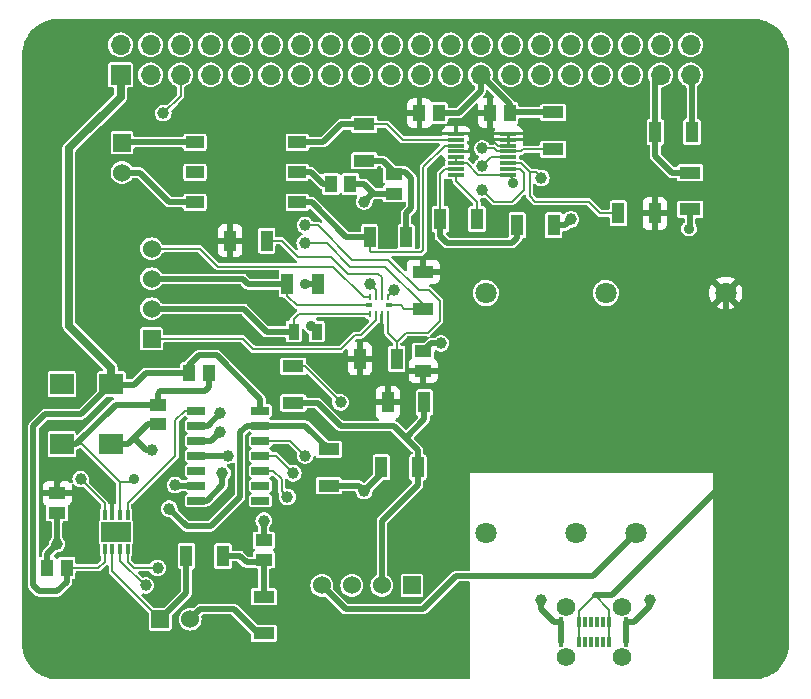
<source format=gtl>
G04 #@! TF.GenerationSoftware,KiCad,Pcbnew,8.0.2*
G04 #@! TF.CreationDate,2024-09-26T14:00:55+02:00*
G04 #@! TF.ProjectId,AMS Dongle,414d5320-446f-46e6-976c-652e6b696361,rev?*
G04 #@! TF.SameCoordinates,Original*
G04 #@! TF.FileFunction,Copper,L1,Top*
G04 #@! TF.FilePolarity,Positive*
%FSLAX46Y46*%
G04 Gerber Fmt 4.6, Leading zero omitted, Abs format (unit mm)*
G04 Created by KiCad (PCBNEW 8.0.2) date 2024-09-26 14:00:55*
%MOMM*%
%LPD*%
G01*
G04 APERTURE LIST*
G04 #@! TA.AperFunction,SMDPad,CuDef*
%ADD10R,0.950000X1.450000*%
G04 #@! TD*
G04 #@! TA.AperFunction,SMDPad,CuDef*
%ADD11R,1.470000X1.070000*%
G04 #@! TD*
G04 #@! TA.AperFunction,SMDPad,CuDef*
%ADD12R,1.050000X1.800000*%
G04 #@! TD*
G04 #@! TA.AperFunction,SMDPad,CuDef*
%ADD13R,1.800000X1.050000*%
G04 #@! TD*
G04 #@! TA.AperFunction,ComponentPad*
%ADD14R,1.530000X1.530000*%
G04 #@! TD*
G04 #@! TA.AperFunction,ComponentPad*
%ADD15C,1.530000*%
G04 #@! TD*
G04 #@! TA.AperFunction,SMDPad,CuDef*
%ADD16R,1.070000X1.470000*%
G04 #@! TD*
G04 #@! TA.AperFunction,SMDPad,CuDef*
%ADD17R,1.425000X0.300000*%
G04 #@! TD*
G04 #@! TA.AperFunction,SMDPad,CuDef*
%ADD18R,2.000000X1.800000*%
G04 #@! TD*
G04 #@! TA.AperFunction,SMDPad,CuDef*
%ADD19R,1.525000X0.650000*%
G04 #@! TD*
G04 #@! TA.AperFunction,ComponentPad*
%ADD20C,1.560000*%
G04 #@! TD*
G04 #@! TA.AperFunction,SMDPad,CuDef*
%ADD21R,0.300000X0.870000*%
G04 #@! TD*
G04 #@! TA.AperFunction,ComponentPad*
%ADD22C,1.800000*%
G04 #@! TD*
G04 #@! TA.AperFunction,SMDPad,CuDef*
%ADD23R,0.250000X0.620000*%
G04 #@! TD*
G04 #@! TA.AperFunction,SMDPad,CuDef*
%ADD24R,0.620000X0.300000*%
G04 #@! TD*
G04 #@! TA.AperFunction,SMDPad,CuDef*
%ADD25R,1.550000X1.050000*%
G04 #@! TD*
G04 #@! TA.AperFunction,SMDPad,CuDef*
%ADD26R,0.350000X0.850000*%
G04 #@! TD*
G04 #@! TA.AperFunction,SMDPad,CuDef*
%ADD27R,2.500000X1.700000*%
G04 #@! TD*
G04 #@! TA.AperFunction,ComponentPad*
%ADD28R,1.700000X1.700000*%
G04 #@! TD*
G04 #@! TA.AperFunction,ComponentPad*
%ADD29O,1.700000X1.700000*%
G04 #@! TD*
G04 #@! TA.AperFunction,ViaPad*
%ADD30C,1.000000*%
G04 #@! TD*
G04 #@! TA.AperFunction,ViaPad*
%ADD31C,0.900000*%
G04 #@! TD*
G04 #@! TA.AperFunction,Conductor*
%ADD32C,0.500000*%
G04 #@! TD*
G04 #@! TA.AperFunction,Conductor*
%ADD33C,0.200000*%
G04 #@! TD*
G04 #@! TA.AperFunction,Conductor*
%ADD34C,0.700000*%
G04 #@! TD*
G04 APERTURE END LIST*
D10*
X124975000Y-70500000D03*
X123025000Y-70500000D03*
D11*
X120500000Y-89820000D03*
X120500000Y-88180000D03*
X131500000Y-58820000D03*
X131500000Y-57180000D03*
D12*
X153600000Y-60500000D03*
X150500000Y-60500000D03*
D13*
X129000000Y-56050000D03*
X129000000Y-52950000D03*
X123000000Y-76550000D03*
X123000000Y-73450000D03*
D12*
X117650000Y-62800000D03*
X120750000Y-62800000D03*
X129450000Y-62500000D03*
X132550000Y-62500000D03*
D14*
X111730000Y-94856500D03*
D15*
X114270000Y-94856500D03*
D13*
X120500000Y-92950000D03*
X120500000Y-96050000D03*
D16*
X103820000Y-90500000D03*
X102180000Y-90500000D03*
X139680000Y-52000000D03*
X141320000Y-52000000D03*
D14*
X111000000Y-71120000D03*
D15*
X111000000Y-68580000D03*
X111000000Y-66040000D03*
X111000000Y-63500000D03*
D12*
X130450000Y-82000000D03*
X133550000Y-82000000D03*
D17*
X141212000Y-57250000D03*
X141212000Y-56750000D03*
X141212000Y-56250000D03*
X141212000Y-55750000D03*
X141212000Y-55250000D03*
X141212000Y-54750000D03*
X141212000Y-54250000D03*
X141212000Y-53750000D03*
X136788000Y-53750000D03*
X136788000Y-54250000D03*
X136788000Y-54750000D03*
X136788000Y-55250000D03*
X136788000Y-55750000D03*
X136788000Y-56250000D03*
X136788000Y-56750000D03*
X136788000Y-57250000D03*
D16*
X126180000Y-58000000D03*
X127820000Y-58000000D03*
D11*
X111500000Y-78320000D03*
X111500000Y-76680000D03*
D18*
X103400000Y-74960000D03*
X103400000Y-80040000D03*
X107600000Y-80040000D03*
X107600000Y-74960000D03*
D12*
X156750000Y-53600000D03*
X153650000Y-53600000D03*
D19*
X114788000Y-77190000D03*
X114788000Y-78460000D03*
X114788000Y-79730000D03*
X114788000Y-81000000D03*
X114788000Y-82270000D03*
X114788000Y-83540000D03*
X114788000Y-84810000D03*
X120212000Y-84810000D03*
X120212000Y-83540000D03*
X120212000Y-82270000D03*
X120212000Y-81000000D03*
X120212000Y-79730000D03*
X120212000Y-78460000D03*
X120212000Y-77190000D03*
D12*
X141950000Y-61500000D03*
X145050000Y-61500000D03*
D13*
X134000000Y-68550000D03*
X134000000Y-65450000D03*
D16*
X133680000Y-52000000D03*
X135320000Y-52000000D03*
D20*
X146050000Y-93790000D03*
X150850000Y-93790000D03*
X146050000Y-98090000D03*
X150850000Y-98090000D03*
D21*
X145700000Y-95075000D03*
X147200000Y-95075000D03*
X147700000Y-95075000D03*
X148200000Y-95075000D03*
X148700000Y-95075000D03*
X149200000Y-95075000D03*
X149700000Y-95075000D03*
X151200000Y-95075000D03*
X151200000Y-96805000D03*
X149700000Y-96805000D03*
X149200000Y-96805000D03*
X148700000Y-96805000D03*
X148200000Y-96805000D03*
X147700000Y-96805000D03*
X147200000Y-96805000D03*
X145700000Y-96805000D03*
D14*
X133040000Y-92000000D03*
D15*
X130500000Y-92000000D03*
X127960000Y-92000000D03*
X125420000Y-92000000D03*
D12*
X131750000Y-72800000D03*
X128650000Y-72800000D03*
D13*
X126000000Y-80450000D03*
X126000000Y-83550000D03*
D22*
X152000000Y-87560000D03*
X146920000Y-87560000D03*
X159620000Y-67240000D03*
X149460000Y-67240000D03*
X139300000Y-67240000D03*
X139300000Y-87560000D03*
D14*
X108500000Y-54500000D03*
D15*
X108500000Y-57040000D03*
D12*
X135450000Y-61000000D03*
X138550000Y-61000000D03*
D23*
X131000000Y-67600000D03*
X130500000Y-67600000D03*
X130000000Y-67600000D03*
X129500000Y-67600000D03*
D24*
X129385000Y-68290000D03*
D23*
X129500000Y-68980000D03*
X130000000Y-68980000D03*
X130500000Y-68980000D03*
X131000000Y-68980000D03*
D24*
X131115000Y-68290000D03*
D16*
X114180000Y-74000000D03*
X115820000Y-74000000D03*
D13*
X156600000Y-57050000D03*
X156600000Y-60150000D03*
D12*
X117050000Y-89500000D03*
X113950000Y-89500000D03*
X134100000Y-76500000D03*
X131000000Y-76500000D03*
D11*
X134000000Y-73820000D03*
X134000000Y-72180000D03*
D13*
X145000000Y-51950000D03*
X145000000Y-55050000D03*
D25*
X114675000Y-54460000D03*
X114675000Y-57000000D03*
X114675000Y-59540000D03*
X123325000Y-59540000D03*
X123325000Y-57000000D03*
X123325000Y-54460000D03*
D11*
X103000000Y-85820000D03*
X103000000Y-84180000D03*
D12*
X122500000Y-66500000D03*
X125050000Y-66500000D03*
D26*
X108975000Y-86050000D03*
X108325000Y-86050000D03*
X107675000Y-86050000D03*
X107025000Y-86050000D03*
X107025000Y-88950000D03*
X107675000Y-88950000D03*
X108325000Y-88950000D03*
X108975000Y-88950000D03*
D27*
X108000000Y-87500000D03*
D28*
X108370000Y-48770000D03*
D29*
X108370000Y-46230000D03*
X110910000Y-48770000D03*
X110910000Y-46230000D03*
X113450000Y-48770000D03*
X113450000Y-46230000D03*
X115990000Y-48770000D03*
X115990000Y-46230000D03*
X118530000Y-48770000D03*
X118530000Y-46230000D03*
X121070000Y-48770000D03*
X121070000Y-46230000D03*
X123610000Y-48770000D03*
X123610000Y-46230000D03*
X126150000Y-48770000D03*
X126150000Y-46230000D03*
X128690000Y-48770000D03*
X128690000Y-46230000D03*
X131230000Y-48770000D03*
X131230000Y-46230000D03*
X133770000Y-48770000D03*
X133770000Y-46230000D03*
X136310000Y-48770000D03*
X136310000Y-46230000D03*
X138850000Y-48770000D03*
X138850000Y-46230000D03*
X141390000Y-48770000D03*
X141390000Y-46230000D03*
X143930000Y-48770000D03*
X143930000Y-46230000D03*
X146470000Y-48770000D03*
X146470000Y-46230000D03*
X149010000Y-48770000D03*
X149010000Y-46230000D03*
X151550000Y-48770000D03*
X151550000Y-46230000D03*
X154090000Y-48770000D03*
X154090000Y-46230000D03*
X156630000Y-48770000D03*
X156630000Y-46230000D03*
D30*
X135500000Y-71500000D03*
D31*
X124000000Y-66500000D03*
D30*
X144000000Y-93200000D03*
X129000000Y-59500000D03*
X131500000Y-67000000D03*
X129500000Y-66500000D03*
X153200000Y-93200000D03*
D31*
X141587205Y-57951055D03*
X109500000Y-83000000D03*
D30*
X120500000Y-86500000D03*
X103000000Y-88500000D03*
X146500000Y-61000000D03*
X117000000Y-82500000D03*
X129000000Y-84000000D03*
D31*
X124500000Y-70000000D03*
D30*
X124000000Y-61500000D03*
X112000000Y-52000000D03*
X123969669Y-63030331D03*
X122500000Y-84500000D03*
X112500000Y-85500000D03*
X117500000Y-81000000D03*
X116800000Y-79000000D03*
X111500000Y-90500000D03*
X139000000Y-58500000D03*
X144000000Y-57500000D03*
X139000000Y-56450000D03*
X139000000Y-55000000D03*
X127000000Y-76500000D03*
X123000000Y-82500000D03*
X124000000Y-81000000D03*
D31*
X105500000Y-92000000D03*
X105000000Y-87500000D03*
D30*
X113000000Y-83500000D03*
X111000000Y-80500000D03*
X116800000Y-77400000D03*
X105000000Y-83000000D03*
X110500000Y-92000000D03*
D31*
X156500000Y-61800000D03*
D32*
X116070000Y-79730000D02*
X116800000Y-79000000D01*
X114788000Y-79730000D02*
X116070000Y-79730000D01*
X116800000Y-77400000D02*
X115740000Y-78460000D01*
X115740000Y-78460000D02*
X114788000Y-78460000D01*
X115820000Y-75180000D02*
X115820000Y-74000000D01*
X134000000Y-72180000D02*
X134680000Y-71500000D01*
X156750000Y-48890000D02*
X156630000Y-48770000D01*
D33*
X131000000Y-67600000D02*
X131000000Y-67500000D01*
D32*
X145050000Y-61500000D02*
X146000000Y-61500000D01*
X130450000Y-82550000D02*
X129000000Y-84000000D01*
X107960000Y-76680000D02*
X111500000Y-76680000D01*
D33*
X109500000Y-83000000D02*
X109235000Y-83265000D01*
X109235000Y-83265000D02*
X108325000Y-83265000D01*
D32*
X145000000Y-51950000D02*
X141370000Y-51950000D01*
X114788000Y-84810000D02*
X115690000Y-84810000D01*
X134680000Y-71500000D02*
X135500000Y-71500000D01*
X104600000Y-80040000D02*
X107960000Y-76680000D01*
X138850000Y-50150000D02*
X138850000Y-48770000D01*
X117000000Y-83500000D02*
X117000000Y-82500000D01*
X144000000Y-93200000D02*
X144000000Y-94025000D01*
X153200000Y-93200000D02*
X153200000Y-93725000D01*
X156750000Y-53600000D02*
X156750000Y-48890000D01*
X151850000Y-95075000D02*
X151200000Y-95075000D01*
X103000000Y-85820000D02*
X103000000Y-88500000D01*
D33*
X138668629Y-57250000D02*
X141212000Y-57250000D01*
D32*
X115690000Y-84810000D02*
X117000000Y-83500000D01*
D33*
X136788000Y-55750000D02*
X136788000Y-56250000D01*
D32*
X103400000Y-80040000D02*
X104600000Y-80040000D01*
X129680000Y-58820000D02*
X129820000Y-58820000D01*
X111750000Y-75500000D02*
X115500000Y-75500000D01*
D33*
X141587205Y-57625205D02*
X141212000Y-57250000D01*
D32*
X102180000Y-90500000D02*
X102180000Y-89320000D01*
X129000000Y-59500000D02*
X129680000Y-58820000D01*
X138850000Y-48770000D02*
X141320000Y-51240000D01*
X111500000Y-75750000D02*
X111750000Y-75500000D01*
X144000000Y-94025000D02*
X145050000Y-95075000D01*
X141320000Y-51240000D02*
X141320000Y-52000000D01*
D33*
X141587205Y-57951055D02*
X141587205Y-57625205D01*
X131000000Y-67500000D02*
X131500000Y-67000000D01*
D32*
X151200000Y-95075000D02*
X151200000Y-96805000D01*
X129820000Y-58820000D02*
X131500000Y-58820000D01*
D33*
X130000000Y-67600000D02*
X130000000Y-67000000D01*
D32*
X145050000Y-95075000D02*
X145700000Y-95075000D01*
D33*
X130000000Y-67000000D02*
X129500000Y-66500000D01*
D32*
X127820000Y-58000000D02*
X129000000Y-58000000D01*
X146000000Y-61500000D02*
X146500000Y-61000000D01*
D33*
X108325000Y-86050000D02*
X108325000Y-83265000D01*
D32*
X153200000Y-93725000D02*
X151850000Y-95075000D01*
X137000000Y-52000000D02*
X138850000Y-50150000D01*
X128550000Y-83550000D02*
X129000000Y-84000000D01*
X130450000Y-82000000D02*
X130450000Y-82550000D01*
D33*
X105100000Y-80040000D02*
X103400000Y-80040000D01*
D32*
X120500000Y-86500000D02*
X120500000Y-88180000D01*
X126000000Y-83550000D02*
X128550000Y-83550000D01*
X129000000Y-58000000D02*
X129820000Y-58820000D01*
D33*
X137668629Y-56250000D02*
X138668629Y-57250000D01*
D32*
X137000000Y-52000000D02*
X135320000Y-52000000D01*
D33*
X136788000Y-56250000D02*
X137668629Y-56250000D01*
D32*
X111500000Y-76680000D02*
X111500000Y-75750000D01*
D33*
X108325000Y-83265000D02*
X105100000Y-80040000D01*
D32*
X102180000Y-89320000D02*
X103000000Y-88500000D01*
X125050000Y-66500000D02*
X124000000Y-66500000D01*
X115500000Y-75500000D02*
X115820000Y-75180000D01*
X145700000Y-95075000D02*
X145700000Y-96805000D01*
D33*
X141370000Y-51950000D02*
X141320000Y-52000000D01*
X132500000Y-70600000D02*
X134400000Y-70600000D01*
X128000000Y-64400000D02*
X125100000Y-61500000D01*
X133600000Y-67000000D02*
X131000000Y-64400000D01*
X125100000Y-61500000D02*
X124000000Y-61500000D01*
X134400000Y-70600000D02*
X135400000Y-69600000D01*
X131000000Y-64400000D02*
X128000000Y-64400000D01*
X135400000Y-67925000D02*
X134475000Y-67000000D01*
X135400000Y-69600000D02*
X135400000Y-67925000D01*
X134475000Y-67000000D02*
X133600000Y-67000000D01*
X131750000Y-71350000D02*
X131750000Y-72800000D01*
X131000000Y-70600000D02*
X131750000Y-71350000D01*
X131750000Y-71350000D02*
X132500000Y-70600000D01*
X131000000Y-68980000D02*
X131000000Y-70600000D01*
X113450000Y-50550000D02*
X112000000Y-52000000D01*
X113450000Y-48770000D02*
X113450000Y-50550000D01*
X130800000Y-65000000D02*
X134000000Y-68200000D01*
X132110000Y-68290000D02*
X132370000Y-68550000D01*
X132110000Y-68290000D02*
X131115000Y-68290000D01*
X125830331Y-63030331D02*
X127800000Y-65000000D01*
X123969669Y-63030331D02*
X125830331Y-63030331D01*
X127800000Y-65000000D02*
X130800000Y-65000000D01*
X132370000Y-68550000D02*
X134000000Y-68550000D01*
X134000000Y-68200000D02*
X134000000Y-68550000D01*
X122000000Y-84000000D02*
X122500000Y-84500000D01*
X121270000Y-82270000D02*
X122000000Y-83000000D01*
X122000000Y-83000000D02*
X122000000Y-84000000D01*
X122000000Y-84000000D02*
X122250000Y-84250000D01*
X120212000Y-82270000D02*
X121270000Y-82270000D01*
D32*
X119040000Y-78460000D02*
X118500000Y-79000000D01*
X118500000Y-84500000D02*
X116000000Y-87000000D01*
X126000000Y-80450000D02*
X124010000Y-78460000D01*
X118500000Y-79000000D02*
X118500000Y-84500000D01*
X116000000Y-87000000D02*
X114000000Y-87000000D01*
X120212000Y-78460000D02*
X119040000Y-78460000D01*
X114000000Y-87000000D02*
X112500000Y-85500000D01*
X124010000Y-78460000D02*
X120212000Y-78460000D01*
X114788000Y-81000000D02*
X117500000Y-81000000D01*
D33*
X109500000Y-90500000D02*
X108975000Y-89975000D01*
X108975000Y-89975000D02*
X108975000Y-88950000D01*
X111500000Y-90500000D02*
X109500000Y-90500000D01*
X142174500Y-56750000D02*
X142500000Y-57075500D01*
X140000000Y-59500000D02*
X139000000Y-58500000D01*
X142000000Y-59000000D02*
X141500000Y-59500000D01*
X141500000Y-59500000D02*
X140000000Y-59500000D01*
X141212000Y-56750000D02*
X142174500Y-56750000D01*
X142500000Y-57075500D02*
X142500000Y-58500000D01*
X142500000Y-58500000D02*
X142000000Y-59000000D01*
X143000000Y-59000000D02*
X143500000Y-59500000D01*
X141212000Y-56250000D02*
X142240186Y-56250000D01*
X149000000Y-60500000D02*
X150500000Y-60500000D01*
X143509814Y-57009814D02*
X143000000Y-57009814D01*
X143500000Y-59500000D02*
X148000000Y-59500000D01*
X143000000Y-57009814D02*
X143000000Y-59000000D01*
X142240186Y-56250000D02*
X143000000Y-57009814D01*
X148000000Y-59500000D02*
X149000000Y-60500000D01*
X144000000Y-57500000D02*
X143509814Y-57009814D01*
X139000000Y-56450000D02*
X139700000Y-55750000D01*
X139700000Y-55750000D02*
X141212000Y-55750000D01*
X140000000Y-55000000D02*
X140250000Y-55250000D01*
X142250000Y-55250000D02*
X141212000Y-55250000D01*
X139000000Y-55000000D02*
X140000000Y-55000000D01*
X142450000Y-55050000D02*
X145000000Y-55050000D01*
X142250000Y-55250000D02*
X142450000Y-55050000D01*
X140250000Y-55250000D02*
X141212000Y-55250000D01*
X123950000Y-73450000D02*
X127000000Y-76500000D01*
X123000000Y-73450000D02*
X123950000Y-73450000D01*
X120212000Y-81000000D02*
X121500000Y-81000000D01*
X121500000Y-81000000D02*
X123000000Y-82500000D01*
X122730000Y-79730000D02*
X124000000Y-81000000D01*
X120212000Y-79730000D02*
X122730000Y-79730000D01*
D32*
X153650000Y-53600000D02*
X153650000Y-49210000D01*
X153650000Y-55650000D02*
X155050000Y-57050000D01*
X153650000Y-53600000D02*
X153650000Y-55650000D01*
X155050000Y-57050000D02*
X156600000Y-57050000D01*
X153650000Y-49210000D02*
X154090000Y-48770000D01*
D33*
X137750000Y-53750000D02*
X136788000Y-53750000D01*
X138000000Y-55000500D02*
X138000000Y-54000000D01*
D32*
X159620000Y-67240000D02*
X159620000Y-83180000D01*
D33*
X141212000Y-54750000D02*
X140315686Y-54750000D01*
X147200000Y-95075000D02*
X147200000Y-96805000D01*
X137750500Y-55250000D02*
X138000000Y-55000500D01*
X104180000Y-84180000D02*
X103000000Y-84180000D01*
X149700000Y-94040000D02*
X149700000Y-95075000D01*
X104565075Y-81950000D02*
X105450000Y-81950000D01*
X103000000Y-83515075D02*
X104565075Y-81950000D01*
X107675000Y-84175000D02*
X107675000Y-86050000D01*
X148500000Y-92840000D02*
X149700000Y-94040000D01*
X105450000Y-81950000D02*
X107675000Y-84175000D01*
X149700000Y-95075000D02*
X149700000Y-96805000D01*
X139315686Y-53750000D02*
X138250000Y-53750000D01*
D32*
X149960000Y-92840000D02*
X148500000Y-92840000D01*
D33*
X105000000Y-87500000D02*
X105000000Y-85000000D01*
X103000000Y-84180000D02*
X103000000Y-83515075D01*
X141212000Y-53750000D02*
X141212000Y-54750000D01*
X147200000Y-95075000D02*
X147200000Y-94140000D01*
X147200000Y-94140000D02*
X148500000Y-92840000D01*
X105000000Y-85000000D02*
X104180000Y-84180000D01*
X138000000Y-54000000D02*
X137750000Y-53750000D01*
X130500000Y-68980000D02*
X130500000Y-70000000D01*
X140315686Y-54750000D02*
X139315686Y-53750000D01*
D32*
X159620000Y-83180000D02*
X149960000Y-92840000D01*
D33*
X138250000Y-53750000D02*
X138000000Y-54000000D01*
X136788000Y-55250000D02*
X137750500Y-55250000D01*
X106500000Y-90500000D02*
X103820000Y-90500000D01*
D32*
X114180000Y-73320000D02*
X115000000Y-72500000D01*
D34*
X104000000Y-55000000D02*
X104000000Y-70000000D01*
D32*
X105060000Y-77500000D02*
X102000000Y-77500000D01*
X107600000Y-74960000D02*
X105060000Y-77500000D01*
X102000000Y-77500000D02*
X101000000Y-78500000D01*
X101500000Y-92500000D02*
X103000000Y-92500000D01*
D34*
X108370000Y-50630000D02*
X104000000Y-55000000D01*
X108370000Y-48770000D02*
X108370000Y-50630000D01*
D32*
X115000000Y-72500000D02*
X116500000Y-72500000D01*
X101000000Y-78500000D02*
X101000000Y-92000000D01*
D33*
X107025000Y-89975000D02*
X106500000Y-90500000D01*
X107025000Y-88950000D02*
X107025000Y-89975000D01*
D32*
X116500000Y-72500000D02*
X120212000Y-76212000D01*
X109500000Y-75000000D02*
X107640000Y-75000000D01*
X110500000Y-74000000D02*
X109500000Y-75000000D01*
D34*
X107600000Y-73600000D02*
X107600000Y-74960000D01*
D32*
X103820000Y-91680000D02*
X103820000Y-90500000D01*
X114180000Y-74000000D02*
X110500000Y-74000000D01*
D34*
X104000000Y-70000000D02*
X107600000Y-73600000D01*
D32*
X120212000Y-76212000D02*
X120212000Y-77190000D01*
X114180000Y-74000000D02*
X114180000Y-73320000D01*
X107640000Y-75000000D02*
X107600000Y-74960000D01*
X101000000Y-92000000D02*
X101500000Y-92500000D01*
X103000000Y-92500000D02*
X103820000Y-91680000D01*
X131500000Y-56962500D02*
X130587500Y-56050000D01*
X132462500Y-56962500D02*
X131500000Y-56962500D01*
X130587500Y-56050000D02*
X129000000Y-56050000D01*
X133000000Y-57500000D02*
X132462500Y-56962500D01*
X132550000Y-60450000D02*
X133000000Y-60000000D01*
X132550000Y-62500000D02*
X132550000Y-60450000D01*
X133000000Y-60000000D02*
X133000000Y-57500000D01*
X124500000Y-57000000D02*
X125500000Y-58000000D01*
X125500000Y-58000000D02*
X126180000Y-58000000D01*
X123325000Y-57000000D02*
X124500000Y-57000000D01*
X109500000Y-79500000D02*
X110680000Y-78320000D01*
X109500000Y-79500000D02*
X110500000Y-80500000D01*
X110680000Y-78320000D02*
X111500000Y-78320000D01*
X114788000Y-83540000D02*
X113040000Y-83540000D01*
X107600000Y-80040000D02*
X108960000Y-80040000D01*
X113040000Y-83540000D02*
X113000000Y-83500000D01*
X110500000Y-80500000D02*
X111000000Y-80500000D01*
X108960000Y-80040000D02*
X109500000Y-79500000D01*
D33*
X138550000Y-61500000D02*
X138550000Y-59550000D01*
X138550000Y-59550000D02*
X136788000Y-57788000D01*
X136788000Y-57788000D02*
X136788000Y-57250000D01*
D32*
X127050000Y-52950000D02*
X129000000Y-52950000D01*
X125540000Y-54460000D02*
X127050000Y-52950000D01*
D33*
X132250000Y-54250000D02*
X136788000Y-54250000D01*
X130950000Y-52950000D02*
X132250000Y-54250000D01*
X129000000Y-52950000D02*
X130950000Y-52950000D01*
D32*
X123325000Y-54460000D02*
X125540000Y-54460000D01*
X127500000Y-62500000D02*
X129450000Y-62500000D01*
D33*
X134000000Y-56575500D02*
X135825500Y-54750000D01*
X135825500Y-54750000D02*
X136788000Y-54750000D01*
D32*
X124540000Y-59540000D02*
X127500000Y-62500000D01*
D33*
X134000000Y-63600000D02*
X134000000Y-56575500D01*
D32*
X123325000Y-59540000D02*
X124540000Y-59540000D01*
D33*
X129600000Y-63800000D02*
X133800000Y-63800000D01*
X129450000Y-63650000D02*
X129600000Y-63800000D01*
X129450000Y-62500000D02*
X129450000Y-63650000D01*
X133800000Y-63800000D02*
X134000000Y-63600000D01*
X135450000Y-57125500D02*
X135450000Y-61500000D01*
D32*
X135450000Y-62450000D02*
X136000000Y-63000000D01*
D33*
X136788000Y-56750000D02*
X135825500Y-56750000D01*
D32*
X141950000Y-62550000D02*
X141950000Y-61500000D01*
X141500000Y-63000000D02*
X141950000Y-62550000D01*
X136000000Y-63000000D02*
X141500000Y-63000000D01*
X135450000Y-61000000D02*
X135450000Y-62450000D01*
D33*
X135825500Y-56750000D02*
X135450000Y-57125500D01*
X129480000Y-69000000D02*
X123500000Y-69000000D01*
D32*
X120730000Y-70500000D02*
X118810000Y-68580000D01*
D33*
X129500000Y-68980000D02*
X129480000Y-69000000D01*
X123500000Y-69000000D02*
X123025000Y-69475000D01*
X123025000Y-69475000D02*
X123025000Y-70500000D01*
D32*
X123025000Y-70500000D02*
X120730000Y-70500000D01*
X118810000Y-68580000D02*
X111000000Y-68580000D01*
D33*
X122500000Y-67500000D02*
X122500000Y-66500000D01*
D32*
X119194000Y-66500000D02*
X122500000Y-66500000D01*
D33*
X129385000Y-68290000D02*
X123290000Y-68290000D01*
X123290000Y-68290000D02*
X122500000Y-67500000D01*
D32*
X111000000Y-66040000D02*
X118734000Y-66040000D01*
X118734000Y-66040000D02*
X119194000Y-66500000D01*
D33*
X129000000Y-67600000D02*
X126400000Y-65000000D01*
X129500000Y-67600000D02*
X129000000Y-67600000D01*
X126400000Y-65000000D02*
X116600000Y-65000000D01*
X115100000Y-63500000D02*
X111000000Y-63500000D01*
X116600000Y-65000000D02*
X115100000Y-63500000D01*
X128200000Y-70800000D02*
X127000000Y-72000000D01*
X127000000Y-72000000D02*
X119614000Y-72000000D01*
X128715000Y-70800000D02*
X128200000Y-70800000D01*
X119614000Y-72000000D02*
X118734000Y-71120000D01*
X130000000Y-68980000D02*
X130000000Y-69515000D01*
X130000000Y-69515000D02*
X128715000Y-70800000D01*
X118734000Y-71120000D02*
X111000000Y-71120000D01*
X108975000Y-86050000D02*
X108975000Y-85025000D01*
X113000000Y-81000000D02*
X113000000Y-78000000D01*
X108975000Y-85025000D02*
X113000000Y-81000000D01*
X113000000Y-78000000D02*
X113810000Y-77190000D01*
X113810000Y-77190000D02*
X114788000Y-77190000D01*
X107025000Y-85025000D02*
X107025000Y-86050000D01*
X105000000Y-83000000D02*
X107025000Y-85025000D01*
D32*
X120025000Y-96050000D02*
X120500000Y-96050000D01*
X114270000Y-94856500D02*
X115126500Y-94000000D01*
D33*
X108325000Y-89890686D02*
X110434314Y-92000000D01*
X108325000Y-88950000D02*
X108325000Y-89890686D01*
D32*
X115126500Y-94000000D02*
X117975000Y-94000000D01*
X117975000Y-94000000D02*
X120025000Y-96050000D01*
D33*
X110434314Y-92000000D02*
X110500000Y-92000000D01*
D32*
X111730000Y-94856500D02*
X113950000Y-92636500D01*
D33*
X107675000Y-88950000D02*
X107675000Y-90801500D01*
X107675000Y-90801500D02*
X111730000Y-94856500D01*
D32*
X113950000Y-92636500D02*
X113950000Y-89500000D01*
X112500000Y-59540000D02*
X110000000Y-57040000D01*
X110000000Y-57040000D02*
X108500000Y-57040000D01*
X114675000Y-59540000D02*
X112500000Y-59540000D01*
X114675000Y-54460000D02*
X108540000Y-54460000D01*
X108540000Y-54460000D02*
X108500000Y-54500000D01*
X130423000Y-91923000D02*
X130500000Y-92000000D01*
X130500000Y-86500000D02*
X133550000Y-83450000D01*
X130500000Y-92000000D02*
X130500000Y-86500000D01*
X132512500Y-79487500D02*
X133550000Y-80525000D01*
X123000000Y-76550000D02*
X125050000Y-76550000D01*
X133550000Y-80525000D02*
X133550000Y-82000000D01*
X131525000Y-78500000D02*
X132512500Y-79487500D01*
X132512500Y-79487500D02*
X134100000Y-77900000D01*
X125050000Y-76550000D02*
X127000000Y-78500000D01*
X133550000Y-83450000D02*
X133550000Y-82000000D01*
X127000000Y-78500000D02*
X131525000Y-78500000D01*
X134100000Y-77900000D02*
X134100000Y-76500000D01*
X134000000Y-94000000D02*
X136800000Y-91200000D01*
X136800000Y-91200000D02*
X148360000Y-91200000D01*
X127420000Y-94000000D02*
X134000000Y-94000000D01*
X148360000Y-91200000D02*
X152000000Y-87560000D01*
X125420000Y-92000000D02*
X127420000Y-94000000D01*
X120500000Y-92950000D02*
X120500000Y-90087500D01*
X117050000Y-89500000D02*
X118500000Y-89500000D01*
X118500000Y-89500000D02*
X119037500Y-90037500D01*
X119037500Y-90037500D02*
X120450000Y-90037500D01*
D33*
X130500000Y-65900000D02*
X130500000Y-67600000D01*
X123400000Y-64200000D02*
X126200000Y-64200000D01*
X126200000Y-64200000D02*
X127600000Y-65600000D01*
X127600000Y-65600000D02*
X130200000Y-65600000D01*
X122000000Y-62800000D02*
X123400000Y-64200000D01*
X120750000Y-62800000D02*
X122000000Y-62800000D01*
X130200000Y-65600000D02*
X130500000Y-65900000D01*
D32*
X156600000Y-61700000D02*
X156500000Y-61800000D01*
X156600000Y-60150000D02*
X156600000Y-61700000D01*
G04 #@! TA.AperFunction,Conductor*
G36*
X107736270Y-76080185D02*
G01*
X107782025Y-76132989D01*
X107791969Y-76202147D01*
X107762944Y-76265703D01*
X107731230Y-76291888D01*
X107683386Y-76319509D01*
X104811183Y-79191712D01*
X104749860Y-79225197D01*
X104680168Y-79220213D01*
X104624235Y-79178341D01*
X104603841Y-79125797D01*
X104601689Y-79126226D01*
X104588868Y-79061770D01*
X104588867Y-79061769D01*
X104544552Y-78995447D01*
X104478230Y-78951132D01*
X104478229Y-78951131D01*
X104419752Y-78939500D01*
X104419748Y-78939500D01*
X102380252Y-78939500D01*
X102380247Y-78939500D01*
X102321770Y-78951131D01*
X102321769Y-78951132D01*
X102255447Y-78995447D01*
X102211132Y-79061769D01*
X102211131Y-79061770D01*
X102199500Y-79120247D01*
X102199500Y-80959752D01*
X102211131Y-81018229D01*
X102211132Y-81018230D01*
X102255447Y-81084552D01*
X102321769Y-81128867D01*
X102321770Y-81128868D01*
X102380247Y-81140499D01*
X102380250Y-81140500D01*
X102380252Y-81140500D01*
X104419750Y-81140500D01*
X104419751Y-81140499D01*
X104434568Y-81137552D01*
X104478229Y-81128868D01*
X104478229Y-81128867D01*
X104478231Y-81128867D01*
X104544552Y-81084552D01*
X104588867Y-81018231D01*
X104588867Y-81018229D01*
X104588868Y-81018229D01*
X104600499Y-80959752D01*
X104600500Y-80959750D01*
X104600500Y-80601406D01*
X104620185Y-80534367D01*
X104672989Y-80488612D01*
X104692408Y-80481631D01*
X104699249Y-80479798D01*
X104751897Y-80465691D01*
X104773887Y-80459799D01*
X104876614Y-80400489D01*
X104876619Y-80400483D01*
X104880248Y-80397700D01*
X104945416Y-80372502D01*
X105013862Y-80386538D01*
X105043420Y-80408391D01*
X107988181Y-83353152D01*
X108021666Y-83414475D01*
X108024500Y-83440833D01*
X108024500Y-85001000D01*
X108004815Y-85068039D01*
X107952011Y-85113794D01*
X107900500Y-85125000D01*
X107850000Y-85125000D01*
X107850000Y-86101000D01*
X107830315Y-86168039D01*
X107777511Y-86213794D01*
X107726000Y-86225000D01*
X107624000Y-86225000D01*
X107556961Y-86205315D01*
X107511206Y-86152511D01*
X107500000Y-86101000D01*
X107500000Y-85125000D01*
X107449500Y-85125000D01*
X107382461Y-85105315D01*
X107336706Y-85052511D01*
X107325500Y-85001000D01*
X107325500Y-84985439D01*
X107320808Y-84967927D01*
X107305021Y-84909011D01*
X107305017Y-84909004D01*
X107265464Y-84840495D01*
X107265458Y-84840487D01*
X105716539Y-83291568D01*
X105683054Y-83230245D01*
X105683825Y-83174203D01*
X105685135Y-83168883D01*
X105685140Y-83168872D01*
X105705645Y-83000000D01*
X105685140Y-82831128D01*
X105667216Y-82783867D01*
X105633695Y-82695477D01*
X105624818Y-82672070D01*
X105622608Y-82668869D01*
X105566121Y-82587034D01*
X105528183Y-82532071D01*
X105400852Y-82419266D01*
X105400849Y-82419263D01*
X105250226Y-82340210D01*
X105085056Y-82299500D01*
X104914944Y-82299500D01*
X104749773Y-82340210D01*
X104599150Y-82419263D01*
X104471816Y-82532072D01*
X104375182Y-82672068D01*
X104314860Y-82831125D01*
X104314859Y-82831130D01*
X104294355Y-83000000D01*
X104314859Y-83168869D01*
X104314860Y-83168873D01*
X104323028Y-83190410D01*
X104328394Y-83260073D01*
X104295245Y-83321579D01*
X104234106Y-83355399D01*
X104164388Y-83350796D01*
X104108226Y-83309232D01*
X104107818Y-83308689D01*
X104092188Y-83287810D01*
X104092187Y-83287809D01*
X103977093Y-83201649D01*
X103977086Y-83201645D01*
X103842379Y-83151403D01*
X103842372Y-83151401D01*
X103782844Y-83145000D01*
X103250000Y-83145000D01*
X103250000Y-83930000D01*
X104235000Y-83930000D01*
X104235000Y-83597172D01*
X104234999Y-83597155D01*
X104228599Y-83537634D01*
X104228445Y-83536982D01*
X104228472Y-83536460D01*
X104227769Y-83529913D01*
X104228829Y-83529798D01*
X104232181Y-83467212D01*
X104273044Y-83410538D01*
X104338060Y-83384952D01*
X104406588Y-83398579D01*
X104451169Y-83438016D01*
X104471816Y-83467928D01*
X104599150Y-83580736D01*
X104749773Y-83659789D01*
X104749775Y-83659790D01*
X104914944Y-83700500D01*
X105085054Y-83700500D01*
X105085056Y-83700500D01*
X105169963Y-83679572D01*
X105239762Y-83682641D01*
X105287317Y-83712288D01*
X106688181Y-85113152D01*
X106721666Y-85174475D01*
X106724500Y-85200833D01*
X106724500Y-85414319D01*
X106704815Y-85481358D01*
X106703602Y-85483210D01*
X106661132Y-85546769D01*
X106661131Y-85546770D01*
X106649500Y-85605247D01*
X106649500Y-86410033D01*
X106629815Y-86477072D01*
X106613184Y-86497712D01*
X106605446Y-86505449D01*
X106561132Y-86571768D01*
X106561131Y-86571770D01*
X106549500Y-86630247D01*
X106549500Y-88369752D01*
X106561131Y-88428229D01*
X106561132Y-88428230D01*
X106605448Y-88494553D01*
X106613181Y-88502286D01*
X106646666Y-88563609D01*
X106649500Y-88589967D01*
X106649500Y-89394752D01*
X106661131Y-89453229D01*
X106661132Y-89453231D01*
X106703601Y-89516788D01*
X106724480Y-89583465D01*
X106724500Y-89585680D01*
X106724500Y-89799167D01*
X106704815Y-89866206D01*
X106688181Y-89886848D01*
X106411848Y-90163181D01*
X106350525Y-90196666D01*
X106324167Y-90199500D01*
X104679500Y-90199500D01*
X104612461Y-90179815D01*
X104566706Y-90127011D01*
X104555500Y-90075500D01*
X104555500Y-89745249D01*
X104555499Y-89745247D01*
X104543868Y-89686770D01*
X104543867Y-89686769D01*
X104499552Y-89620447D01*
X104433230Y-89576132D01*
X104433229Y-89576131D01*
X104374752Y-89564500D01*
X104374748Y-89564500D01*
X103265252Y-89564500D01*
X103265247Y-89564500D01*
X103206770Y-89576131D01*
X103206769Y-89576132D01*
X103140446Y-89620448D01*
X103103101Y-89676339D01*
X103049489Y-89721143D01*
X102980164Y-89729850D01*
X102917136Y-89699695D01*
X102896899Y-89676339D01*
X102859553Y-89620448D01*
X102783077Y-89569348D01*
X102784912Y-89566601D01*
X102746049Y-89535286D01*
X102723981Y-89468993D01*
X102741258Y-89401293D01*
X102760214Y-89376888D01*
X102900286Y-89236816D01*
X102961607Y-89203334D01*
X102987965Y-89200500D01*
X103085056Y-89200500D01*
X103250225Y-89159790D01*
X103396794Y-89082864D01*
X103400849Y-89080736D01*
X103400850Y-89080734D01*
X103400852Y-89080734D01*
X103528183Y-88967929D01*
X103624818Y-88827930D01*
X103685140Y-88668872D01*
X103705645Y-88500000D01*
X103685140Y-88331128D01*
X103624818Y-88172070D01*
X103528183Y-88032071D01*
X103528181Y-88032069D01*
X103492273Y-88000257D01*
X103455146Y-87941068D01*
X103450500Y-87907442D01*
X103450500Y-86679500D01*
X103470185Y-86612461D01*
X103522989Y-86566706D01*
X103574500Y-86555500D01*
X103754750Y-86555500D01*
X103754751Y-86555499D01*
X103769568Y-86552552D01*
X103813229Y-86543868D01*
X103813229Y-86543867D01*
X103813231Y-86543867D01*
X103879552Y-86499552D01*
X103923867Y-86433231D01*
X103923867Y-86433229D01*
X103923868Y-86433229D01*
X103935499Y-86374752D01*
X103935500Y-86374750D01*
X103935500Y-85265254D01*
X103935400Y-85264240D01*
X103935500Y-85263712D01*
X103935500Y-85259160D01*
X103936363Y-85259160D01*
X103948414Y-85195594D01*
X103984491Y-85152811D01*
X104092190Y-85072186D01*
X104178350Y-84957093D01*
X104178354Y-84957086D01*
X104228596Y-84822379D01*
X104228598Y-84822372D01*
X104234999Y-84762844D01*
X104235000Y-84762827D01*
X104235000Y-84430000D01*
X101765000Y-84430000D01*
X101765000Y-84762844D01*
X101771401Y-84822372D01*
X101771403Y-84822379D01*
X101821645Y-84957086D01*
X101821649Y-84957093D01*
X101907809Y-85072187D01*
X101907812Y-85072190D01*
X102015508Y-85152812D01*
X102057379Y-85208746D01*
X102063942Y-85259160D01*
X102064500Y-85259160D01*
X102064500Y-85263447D01*
X102064601Y-85264223D01*
X102064500Y-85265249D01*
X102064500Y-86374752D01*
X102076131Y-86433229D01*
X102076132Y-86433230D01*
X102120447Y-86499552D01*
X102186769Y-86543867D01*
X102186770Y-86543868D01*
X102245247Y-86555499D01*
X102245250Y-86555500D01*
X102245252Y-86555500D01*
X102425500Y-86555500D01*
X102492539Y-86575185D01*
X102538294Y-86627989D01*
X102549500Y-86679500D01*
X102549500Y-87907442D01*
X102529815Y-87974481D01*
X102507727Y-88000257D01*
X102471818Y-88032069D01*
X102375182Y-88172068D01*
X102314860Y-88331125D01*
X102314859Y-88331130D01*
X102294355Y-88500000D01*
X102294355Y-88500002D01*
X102294500Y-88501198D01*
X102294355Y-88502069D01*
X102294355Y-88507500D01*
X102293451Y-88507500D01*
X102283031Y-88570120D01*
X102259083Y-88603812D01*
X101819513Y-89043383D01*
X101819511Y-89043386D01*
X101760200Y-89146113D01*
X101760199Y-89146116D01*
X101753712Y-89170324D01*
X101753713Y-89170325D01*
X101729500Y-89260691D01*
X101729500Y-89441999D01*
X101709815Y-89509038D01*
X101657011Y-89554793D01*
X101629690Y-89563617D01*
X101598690Y-89569783D01*
X101529099Y-89563554D01*
X101473922Y-89520691D01*
X101450678Y-89454801D01*
X101450500Y-89448165D01*
X101450500Y-83597155D01*
X101765000Y-83597155D01*
X101765000Y-83930000D01*
X102750000Y-83930000D01*
X102750000Y-83145000D01*
X102217155Y-83145000D01*
X102157627Y-83151401D01*
X102157620Y-83151403D01*
X102022913Y-83201645D01*
X102022906Y-83201649D01*
X101907812Y-83287809D01*
X101907809Y-83287812D01*
X101821649Y-83402906D01*
X101821645Y-83402913D01*
X101771403Y-83537620D01*
X101771401Y-83537627D01*
X101765000Y-83597155D01*
X101450500Y-83597155D01*
X101450500Y-78737965D01*
X101470185Y-78670926D01*
X101486819Y-78650284D01*
X102150284Y-77986819D01*
X102211607Y-77953334D01*
X102237965Y-77950500D01*
X105119308Y-77950500D01*
X105119309Y-77950500D01*
X105209673Y-77926286D01*
X105233887Y-77919799D01*
X105336614Y-77860489D01*
X107100284Y-76096819D01*
X107161607Y-76063334D01*
X107187965Y-76060500D01*
X107669231Y-76060500D01*
X107736270Y-76080185D01*
G37*
G04 #@! TD.AperFunction*
G04 #@! TA.AperFunction,Conductor*
G36*
X162003472Y-44050695D02*
G01*
X162323297Y-44068656D01*
X162337094Y-44070210D01*
X162649457Y-44123283D01*
X162663014Y-44126377D01*
X162967469Y-44214089D01*
X162980593Y-44218682D01*
X163273304Y-44339926D01*
X163285826Y-44345955D01*
X163452594Y-44438125D01*
X163563139Y-44499221D01*
X163574900Y-44506611D01*
X163833314Y-44689966D01*
X163844174Y-44698627D01*
X164080418Y-44909749D01*
X164090250Y-44919581D01*
X164301372Y-45155825D01*
X164310035Y-45166687D01*
X164493385Y-45425094D01*
X164500778Y-45436860D01*
X164654040Y-45714166D01*
X164660073Y-45726695D01*
X164781317Y-46019406D01*
X164785910Y-46032530D01*
X164873622Y-46336985D01*
X164876716Y-46350542D01*
X164929787Y-46662894D01*
X164931344Y-46676712D01*
X164949305Y-46996527D01*
X164949500Y-47003480D01*
X164949500Y-96996519D01*
X164949305Y-97003472D01*
X164931344Y-97323287D01*
X164929787Y-97337105D01*
X164876716Y-97649457D01*
X164873622Y-97663014D01*
X164785910Y-97967469D01*
X164781317Y-97980593D01*
X164660073Y-98273304D01*
X164654040Y-98285833D01*
X164500778Y-98563139D01*
X164493380Y-98574913D01*
X164310043Y-98833302D01*
X164301372Y-98844174D01*
X164090250Y-99080418D01*
X164080418Y-99090250D01*
X163844174Y-99301372D01*
X163833302Y-99310043D01*
X163574913Y-99493380D01*
X163563139Y-99500778D01*
X163285833Y-99654040D01*
X163273304Y-99660073D01*
X162980593Y-99781317D01*
X162967469Y-99785910D01*
X162663014Y-99873622D01*
X162649457Y-99876716D01*
X162337105Y-99929787D01*
X162323287Y-99931344D01*
X162003472Y-99949305D01*
X161996519Y-99949500D01*
X158624000Y-99949500D01*
X158556961Y-99929815D01*
X158511206Y-99877011D01*
X158500000Y-99825500D01*
X158500000Y-82500000D01*
X138000000Y-82500000D01*
X138000000Y-90625500D01*
X137980315Y-90692539D01*
X137927511Y-90738294D01*
X137876000Y-90749500D01*
X136740691Y-90749500D01*
X136651595Y-90773373D01*
X136651594Y-90773372D01*
X136626114Y-90780200D01*
X136626113Y-90780200D01*
X136523386Y-90839511D01*
X136523383Y-90839513D01*
X133849716Y-93513181D01*
X133788393Y-93546666D01*
X133762035Y-93549500D01*
X127657965Y-93549500D01*
X127590926Y-93529815D01*
X127570284Y-93513181D01*
X126394954Y-92337851D01*
X126361469Y-92276528D01*
X126363975Y-92214173D01*
X126371530Y-92189271D01*
X126390172Y-92000000D01*
X126989828Y-92000000D01*
X127008469Y-92189269D01*
X127022685Y-92236132D01*
X127063678Y-92371269D01*
X127153331Y-92538999D01*
X127153332Y-92539000D01*
X127273984Y-92686015D01*
X127349450Y-92747948D01*
X127421001Y-92806669D01*
X127588731Y-92896322D01*
X127770729Y-92951530D01*
X127770728Y-92951530D01*
X127787698Y-92953201D01*
X127960000Y-92970172D01*
X128149271Y-92951530D01*
X128331269Y-92896322D01*
X128498999Y-92806669D01*
X128646015Y-92686015D01*
X128766669Y-92538999D01*
X128856322Y-92371269D01*
X128911530Y-92189271D01*
X128930172Y-92000000D01*
X128911530Y-91810729D01*
X128856322Y-91628731D01*
X128766669Y-91461001D01*
X128699825Y-91379552D01*
X128646015Y-91313984D01*
X128499000Y-91193332D01*
X128498999Y-91193331D01*
X128331269Y-91103678D01*
X128149271Y-91048470D01*
X128149269Y-91048469D01*
X128149271Y-91048469D01*
X127960000Y-91029828D01*
X127770730Y-91048469D01*
X127588731Y-91103678D01*
X127420999Y-91193332D01*
X127273984Y-91313984D01*
X127153332Y-91460999D01*
X127063678Y-91628731D01*
X127008469Y-91810730D01*
X126989828Y-92000000D01*
X126390172Y-92000000D01*
X126371530Y-91810729D01*
X126316322Y-91628731D01*
X126226669Y-91461001D01*
X126159825Y-91379552D01*
X126106015Y-91313984D01*
X125959000Y-91193332D01*
X125958999Y-91193331D01*
X125791269Y-91103678D01*
X125609271Y-91048470D01*
X125609269Y-91048469D01*
X125609271Y-91048469D01*
X125420000Y-91029828D01*
X125230730Y-91048469D01*
X125048731Y-91103678D01*
X124880999Y-91193332D01*
X124733984Y-91313984D01*
X124613332Y-91460999D01*
X124523678Y-91628731D01*
X124468469Y-91810730D01*
X124449828Y-92000000D01*
X124468469Y-92189269D01*
X124482685Y-92236132D01*
X124523678Y-92371269D01*
X124613331Y-92538999D01*
X124613332Y-92539000D01*
X124733984Y-92686015D01*
X124809450Y-92747948D01*
X124881001Y-92806669D01*
X125048731Y-92896322D01*
X125230729Y-92951530D01*
X125230728Y-92951530D01*
X125247698Y-92953201D01*
X125420000Y-92970172D01*
X125609271Y-92951530D01*
X125634172Y-92943975D01*
X125704036Y-92943349D01*
X125757851Y-92974954D01*
X127143386Y-94360489D01*
X127246113Y-94419799D01*
X127270321Y-94426284D01*
X127270324Y-94426286D01*
X127270325Y-94426286D01*
X127300447Y-94434357D01*
X127360691Y-94450500D01*
X127360693Y-94450500D01*
X134059308Y-94450500D01*
X134059309Y-94450500D01*
X134149673Y-94426286D01*
X134173887Y-94419799D01*
X134276614Y-94360489D01*
X136950284Y-91686819D01*
X137011607Y-91653334D01*
X137037965Y-91650500D01*
X137876000Y-91650500D01*
X137943039Y-91670185D01*
X137988794Y-91722989D01*
X138000000Y-91774500D01*
X138000000Y-99825500D01*
X137980315Y-99892539D01*
X137927511Y-99938294D01*
X137876000Y-99949500D01*
X103003481Y-99949500D01*
X102996528Y-99949305D01*
X102676712Y-99931344D01*
X102662894Y-99929787D01*
X102350542Y-99876716D01*
X102336985Y-99873622D01*
X102032530Y-99785910D01*
X102019406Y-99781317D01*
X101726695Y-99660073D01*
X101714166Y-99654040D01*
X101436860Y-99500778D01*
X101425094Y-99493385D01*
X101166687Y-99310035D01*
X101155825Y-99301372D01*
X100919581Y-99090250D01*
X100909749Y-99080418D01*
X100698627Y-98844174D01*
X100689966Y-98833314D01*
X100506611Y-98574900D01*
X100499221Y-98563139D01*
X100345959Y-98285833D01*
X100339926Y-98273304D01*
X100218682Y-97980593D01*
X100214089Y-97967469D01*
X100126377Y-97663014D01*
X100123283Y-97649457D01*
X100094127Y-97477858D01*
X100070210Y-97337094D01*
X100068656Y-97323297D01*
X100050695Y-97003472D01*
X100050500Y-96996519D01*
X100050500Y-78440691D01*
X100549500Y-78440691D01*
X100549500Y-92059309D01*
X100568576Y-92130500D01*
X100568576Y-92130501D01*
X100580199Y-92173885D01*
X100598057Y-92204815D01*
X100639511Y-92276614D01*
X101223386Y-92860490D01*
X101326113Y-92919799D01*
X101350321Y-92926284D01*
X101350324Y-92926286D01*
X101350325Y-92926286D01*
X101380447Y-92934357D01*
X101440691Y-92950500D01*
X101440693Y-92950500D01*
X103059308Y-92950500D01*
X103059309Y-92950500D01*
X103149673Y-92926286D01*
X103173887Y-92919799D01*
X103276614Y-92860489D01*
X104180489Y-91956614D01*
X104239799Y-91853887D01*
X104247241Y-91826113D01*
X104270500Y-91739309D01*
X104270500Y-91558000D01*
X104290185Y-91490961D01*
X104342989Y-91445206D01*
X104370310Y-91436382D01*
X104374744Y-91435500D01*
X104374748Y-91435500D01*
X104433231Y-91423867D01*
X104499552Y-91379552D01*
X104543867Y-91313231D01*
X104543867Y-91313229D01*
X104543868Y-91313229D01*
X104555499Y-91254752D01*
X104555500Y-91254750D01*
X104555500Y-90924500D01*
X104575185Y-90857461D01*
X104627989Y-90811706D01*
X104679500Y-90800500D01*
X106539560Y-90800500D01*
X106539562Y-90800500D01*
X106615989Y-90780021D01*
X106684511Y-90740460D01*
X106740460Y-90684511D01*
X107162819Y-90262152D01*
X107224142Y-90228667D01*
X107293834Y-90233651D01*
X107349767Y-90275523D01*
X107374184Y-90340987D01*
X107374500Y-90349833D01*
X107374500Y-90841062D01*
X107385246Y-90881166D01*
X107394979Y-90917490D01*
X107394982Y-90917495D01*
X107434535Y-90986004D01*
X107434541Y-90986012D01*
X110728181Y-94279652D01*
X110761666Y-94340975D01*
X110764500Y-94367333D01*
X110764500Y-95641252D01*
X110776131Y-95699729D01*
X110776132Y-95699730D01*
X110820447Y-95766052D01*
X110886769Y-95810367D01*
X110886770Y-95810368D01*
X110945247Y-95821999D01*
X110945250Y-95822000D01*
X110945252Y-95822000D01*
X112514750Y-95822000D01*
X112514751Y-95821999D01*
X112529568Y-95819052D01*
X112573229Y-95810368D01*
X112573229Y-95810367D01*
X112573231Y-95810367D01*
X112639552Y-95766052D01*
X112683867Y-95699731D01*
X112683867Y-95699729D01*
X112683868Y-95699729D01*
X112695499Y-95641252D01*
X112695500Y-95641250D01*
X112695500Y-94856500D01*
X113299828Y-94856500D01*
X113318469Y-95045769D01*
X113318470Y-95045771D01*
X113373678Y-95227769D01*
X113463331Y-95395499D01*
X113463332Y-95395500D01*
X113583984Y-95542515D01*
X113686291Y-95626476D01*
X113731001Y-95663169D01*
X113898731Y-95752822D01*
X114080729Y-95808030D01*
X114080728Y-95808030D01*
X114097698Y-95809701D01*
X114270000Y-95826672D01*
X114459271Y-95808030D01*
X114641269Y-95752822D01*
X114808999Y-95663169D01*
X114956015Y-95542515D01*
X115076669Y-95395499D01*
X115166322Y-95227769D01*
X115221530Y-95045771D01*
X115240172Y-94856500D01*
X115221530Y-94667229D01*
X115213974Y-94642323D01*
X115213350Y-94572461D01*
X115244957Y-94518645D01*
X115276788Y-94486816D01*
X115338112Y-94453333D01*
X115364466Y-94450500D01*
X117737035Y-94450500D01*
X117804074Y-94470185D01*
X117824716Y-94486819D01*
X119363181Y-96025284D01*
X119396666Y-96086607D01*
X119399500Y-96112965D01*
X119399500Y-96594752D01*
X119411131Y-96653229D01*
X119411132Y-96653230D01*
X119455447Y-96719552D01*
X119521769Y-96763867D01*
X119521770Y-96763868D01*
X119580247Y-96775499D01*
X119580250Y-96775500D01*
X119580252Y-96775500D01*
X121419750Y-96775500D01*
X121419751Y-96775499D01*
X121434568Y-96772552D01*
X121478229Y-96763868D01*
X121478229Y-96763867D01*
X121478231Y-96763867D01*
X121544552Y-96719552D01*
X121588867Y-96653231D01*
X121588867Y-96653229D01*
X121588868Y-96653229D01*
X121600499Y-96594752D01*
X121600500Y-96594750D01*
X121600500Y-95505249D01*
X121600499Y-95505247D01*
X121588868Y-95446770D01*
X121588867Y-95446769D01*
X121544552Y-95380447D01*
X121478230Y-95336132D01*
X121478229Y-95336131D01*
X121419752Y-95324500D01*
X121419748Y-95324500D01*
X119987966Y-95324500D01*
X119920927Y-95304815D01*
X119900285Y-95288181D01*
X118251616Y-93639513D01*
X118251614Y-93639511D01*
X118200250Y-93609856D01*
X118148888Y-93580201D01*
X118136780Y-93576957D01*
X118124673Y-93573713D01*
X118124670Y-93573712D01*
X118048233Y-93553231D01*
X118034309Y-93549500D01*
X115067191Y-93549500D01*
X114976825Y-93573713D01*
X114976824Y-93573712D01*
X114952616Y-93580199D01*
X114952613Y-93580200D01*
X114849886Y-93639510D01*
X114607851Y-93881545D01*
X114546528Y-93915029D01*
X114484177Y-93912524D01*
X114459274Y-93904970D01*
X114459271Y-93904969D01*
X114270000Y-93886328D01*
X114080730Y-93904969D01*
X113898731Y-93960178D01*
X113730999Y-94049832D01*
X113583984Y-94170484D01*
X113463332Y-94317499D01*
X113373678Y-94485231D01*
X113318469Y-94667230D01*
X113299828Y-94856500D01*
X112695500Y-94856500D01*
X112695500Y-94579465D01*
X112715185Y-94512426D01*
X112731819Y-94491784D01*
X113368922Y-93854681D01*
X114310489Y-92913114D01*
X114369799Y-92810387D01*
X114378848Y-92776614D01*
X114400500Y-92695809D01*
X114400500Y-90721011D01*
X114420185Y-90653972D01*
X114472989Y-90608217D01*
X114500304Y-90599394D01*
X114553231Y-90588867D01*
X114619552Y-90544552D01*
X114663867Y-90478231D01*
X114663867Y-90478229D01*
X114663868Y-90478229D01*
X114675499Y-90419752D01*
X114675500Y-90419750D01*
X114675500Y-88580249D01*
X114675499Y-88580247D01*
X116324500Y-88580247D01*
X116324500Y-90419752D01*
X116336131Y-90478229D01*
X116336132Y-90478230D01*
X116380447Y-90544552D01*
X116446769Y-90588867D01*
X116446770Y-90588868D01*
X116505247Y-90600499D01*
X116505250Y-90600500D01*
X116505252Y-90600500D01*
X117594750Y-90600500D01*
X117594751Y-90600499D01*
X117609568Y-90597552D01*
X117653229Y-90588868D01*
X117653229Y-90588867D01*
X117653231Y-90588867D01*
X117719552Y-90544552D01*
X117763867Y-90478231D01*
X117763867Y-90478229D01*
X117763868Y-90478229D01*
X117775499Y-90419752D01*
X117775500Y-90419750D01*
X117775500Y-90074500D01*
X117795185Y-90007461D01*
X117847989Y-89961706D01*
X117899500Y-89950500D01*
X118262035Y-89950500D01*
X118329074Y-89970185D01*
X118349715Y-89986818D01*
X118760886Y-90397990D01*
X118863613Y-90457299D01*
X118887821Y-90463784D01*
X118887824Y-90463786D01*
X118887825Y-90463786D01*
X118917947Y-90471857D01*
X118978191Y-90488000D01*
X119565543Y-90488000D01*
X119632582Y-90507685D01*
X119634434Y-90508898D01*
X119686769Y-90543867D01*
X119686770Y-90543868D01*
X119745247Y-90555499D01*
X119745250Y-90555500D01*
X119745252Y-90555500D01*
X119925500Y-90555500D01*
X119992539Y-90575185D01*
X120038294Y-90627989D01*
X120049500Y-90679500D01*
X120049500Y-92100500D01*
X120029815Y-92167539D01*
X119977011Y-92213294D01*
X119925500Y-92224500D01*
X119580247Y-92224500D01*
X119521770Y-92236131D01*
X119521769Y-92236132D01*
X119455447Y-92280447D01*
X119411132Y-92346769D01*
X119411131Y-92346770D01*
X119399500Y-92405247D01*
X119399500Y-93494752D01*
X119411131Y-93553229D01*
X119411132Y-93553230D01*
X119455447Y-93619552D01*
X119521769Y-93663867D01*
X119521770Y-93663868D01*
X119580247Y-93675499D01*
X119580250Y-93675500D01*
X119580252Y-93675500D01*
X121419750Y-93675500D01*
X121419751Y-93675499D01*
X121434568Y-93672552D01*
X121478229Y-93663868D01*
X121478229Y-93663867D01*
X121478231Y-93663867D01*
X121544552Y-93619552D01*
X121588867Y-93553231D01*
X121588867Y-93553229D01*
X121588868Y-93553229D01*
X121600499Y-93494752D01*
X121600500Y-93494750D01*
X121600500Y-92405249D01*
X121600499Y-92405247D01*
X121588868Y-92346770D01*
X121588867Y-92346769D01*
X121544552Y-92280447D01*
X121478230Y-92236132D01*
X121478229Y-92236131D01*
X121419752Y-92224500D01*
X121419748Y-92224500D01*
X121074500Y-92224500D01*
X121007461Y-92204815D01*
X120961706Y-92152011D01*
X120950500Y-92100500D01*
X120950500Y-90679500D01*
X120970185Y-90612461D01*
X121022989Y-90566706D01*
X121074500Y-90555500D01*
X121254750Y-90555500D01*
X121254751Y-90555499D01*
X121269568Y-90552552D01*
X121313229Y-90543868D01*
X121313229Y-90543867D01*
X121313231Y-90543867D01*
X121379552Y-90499552D01*
X121423867Y-90433231D01*
X121423867Y-90433229D01*
X121423868Y-90433229D01*
X121435499Y-90374752D01*
X121435500Y-90374750D01*
X121435500Y-89265249D01*
X121435499Y-89265247D01*
X121423868Y-89206770D01*
X121423867Y-89206769D01*
X121379552Y-89140447D01*
X121323661Y-89103102D01*
X121278856Y-89049489D01*
X121270149Y-88980164D01*
X121300304Y-88917137D01*
X121323661Y-88896898D01*
X121379552Y-88859552D01*
X121400681Y-88827930D01*
X121423867Y-88793231D01*
X121423867Y-88793229D01*
X121423868Y-88793229D01*
X121435499Y-88734752D01*
X121435500Y-88734750D01*
X121435500Y-87625249D01*
X121435499Y-87625247D01*
X121423868Y-87566770D01*
X121423867Y-87566769D01*
X121379552Y-87500447D01*
X121313230Y-87456132D01*
X121313229Y-87456131D01*
X121254752Y-87444500D01*
X121254748Y-87444500D01*
X121074500Y-87444500D01*
X121007461Y-87424815D01*
X120961706Y-87372011D01*
X120950500Y-87320500D01*
X120950500Y-87092557D01*
X120970185Y-87025518D01*
X120992270Y-86999744D01*
X121028183Y-86967929D01*
X121124818Y-86827930D01*
X121185140Y-86668872D01*
X121205645Y-86500000D01*
X121185140Y-86331128D01*
X121183238Y-86326114D01*
X121143065Y-86220185D01*
X121124818Y-86172070D01*
X121111317Y-86152511D01*
X121090476Y-86122318D01*
X121028183Y-86032071D01*
X120900852Y-85919266D01*
X120900849Y-85919263D01*
X120750226Y-85840210D01*
X120585056Y-85799500D01*
X120414944Y-85799500D01*
X120249773Y-85840210D01*
X120099150Y-85919263D01*
X119971816Y-86032072D01*
X119875182Y-86172068D01*
X119814860Y-86331125D01*
X119814859Y-86331130D01*
X119794355Y-86500000D01*
X119814859Y-86668869D01*
X119814860Y-86668874D01*
X119875182Y-86827931D01*
X119971815Y-86967927D01*
X119971816Y-86967928D01*
X119971817Y-86967929D01*
X120007727Y-86999742D01*
X120044853Y-87058929D01*
X120049500Y-87092557D01*
X120049500Y-87320500D01*
X120029815Y-87387539D01*
X119977011Y-87433294D01*
X119925500Y-87444500D01*
X119745247Y-87444500D01*
X119686770Y-87456131D01*
X119686769Y-87456132D01*
X119620447Y-87500447D01*
X119576132Y-87566769D01*
X119576131Y-87566770D01*
X119564500Y-87625247D01*
X119564500Y-88734752D01*
X119576131Y-88793229D01*
X119576132Y-88793230D01*
X119620448Y-88859553D01*
X119676339Y-88896899D01*
X119721143Y-88950511D01*
X119729850Y-89019836D01*
X119699695Y-89082864D01*
X119676339Y-89103101D01*
X119620448Y-89140446D01*
X119576132Y-89206769D01*
X119576131Y-89206770D01*
X119564500Y-89265247D01*
X119564500Y-89463000D01*
X119544815Y-89530039D01*
X119492011Y-89575794D01*
X119440500Y-89587000D01*
X119275466Y-89587000D01*
X119208427Y-89567315D01*
X119187785Y-89550681D01*
X118776616Y-89139513D01*
X118776614Y-89139511D01*
X118725250Y-89109856D01*
X118673888Y-89080201D01*
X118661780Y-89076957D01*
X118649673Y-89073713D01*
X118649670Y-89073712D01*
X118611478Y-89063478D01*
X118559309Y-89049500D01*
X118559308Y-89049500D01*
X117899500Y-89049500D01*
X117832461Y-89029815D01*
X117786706Y-88977011D01*
X117775500Y-88925500D01*
X117775500Y-88580249D01*
X117775499Y-88580247D01*
X117763868Y-88521770D01*
X117763867Y-88521769D01*
X117719552Y-88455447D01*
X117653230Y-88411132D01*
X117653229Y-88411131D01*
X117594752Y-88399500D01*
X117594748Y-88399500D01*
X116505252Y-88399500D01*
X116505247Y-88399500D01*
X116446770Y-88411131D01*
X116446769Y-88411132D01*
X116380447Y-88455447D01*
X116336132Y-88521769D01*
X116336131Y-88521770D01*
X116324500Y-88580247D01*
X114675499Y-88580247D01*
X114663868Y-88521770D01*
X114663867Y-88521769D01*
X114619552Y-88455447D01*
X114553230Y-88411132D01*
X114553229Y-88411131D01*
X114494752Y-88399500D01*
X114494748Y-88399500D01*
X113405252Y-88399500D01*
X113405247Y-88399500D01*
X113346770Y-88411131D01*
X113346769Y-88411132D01*
X113280447Y-88455447D01*
X113236132Y-88521769D01*
X113236131Y-88521770D01*
X113224500Y-88580247D01*
X113224500Y-90419752D01*
X113236131Y-90478229D01*
X113236132Y-90478230D01*
X113280447Y-90544552D01*
X113313603Y-90566706D01*
X113346769Y-90588867D01*
X113399692Y-90599394D01*
X113461601Y-90631778D01*
X113496176Y-90692493D01*
X113499500Y-90721011D01*
X113499500Y-92398535D01*
X113479815Y-92465574D01*
X113463181Y-92486216D01*
X112094716Y-93854681D01*
X112033393Y-93888166D01*
X112007035Y-93891000D01*
X111240833Y-93891000D01*
X111173794Y-93871315D01*
X111153152Y-93854681D01*
X110177434Y-92878963D01*
X110143949Y-92817640D01*
X110148933Y-92747948D01*
X110190805Y-92692015D01*
X110256269Y-92667598D01*
X110294789Y-92670884D01*
X110414944Y-92700500D01*
X110585056Y-92700500D01*
X110750225Y-92659790D01*
X110829692Y-92618081D01*
X110900849Y-92580736D01*
X110900850Y-92580734D01*
X110900852Y-92580734D01*
X111028183Y-92467929D01*
X111124818Y-92327930D01*
X111185140Y-92168872D01*
X111205645Y-92000000D01*
X111185140Y-91831128D01*
X111124818Y-91672070D01*
X111111885Y-91653334D01*
X111074169Y-91598693D01*
X111028183Y-91532071D01*
X110920172Y-91436382D01*
X110900849Y-91419263D01*
X110750226Y-91340210D01*
X110585056Y-91299500D01*
X110414944Y-91299500D01*
X110414942Y-91299500D01*
X110277339Y-91333415D01*
X110207537Y-91330345D01*
X110159984Y-91300699D01*
X109871466Y-91012181D01*
X109837981Y-90950858D01*
X109842965Y-90881166D01*
X109884837Y-90825233D01*
X109950301Y-90800816D01*
X109959147Y-90800500D01*
X110791168Y-90800500D01*
X110858207Y-90820185D01*
X110893217Y-90854058D01*
X110971817Y-90967929D01*
X111062728Y-91048469D01*
X111099150Y-91080736D01*
X111223552Y-91146027D01*
X111249775Y-91159790D01*
X111414944Y-91200500D01*
X111585056Y-91200500D01*
X111750225Y-91159790D01*
X111829692Y-91118081D01*
X111900849Y-91080736D01*
X111900850Y-91080734D01*
X111900852Y-91080734D01*
X112028183Y-90967929D01*
X112124818Y-90827930D01*
X112185140Y-90668872D01*
X112205645Y-90500000D01*
X112185140Y-90331128D01*
X112124818Y-90172070D01*
X112118682Y-90163181D01*
X112057951Y-90075197D01*
X112028183Y-90032071D01*
X111900852Y-89919266D01*
X111900849Y-89919263D01*
X111750226Y-89840210D01*
X111585056Y-89799500D01*
X111414944Y-89799500D01*
X111249773Y-89840210D01*
X111099150Y-89919263D01*
X110971818Y-90032070D01*
X110971817Y-90032071D01*
X110906285Y-90127011D01*
X110893218Y-90145941D01*
X110838935Y-90189931D01*
X110791168Y-90199500D01*
X109675833Y-90199500D01*
X109608794Y-90179815D01*
X109588152Y-90163181D01*
X109311819Y-89886848D01*
X109278334Y-89825525D01*
X109275500Y-89799167D01*
X109275500Y-89585680D01*
X109295185Y-89518641D01*
X109296399Y-89516788D01*
X109338867Y-89453231D01*
X109338868Y-89453229D01*
X109350499Y-89394752D01*
X109350500Y-89394750D01*
X109350500Y-88589967D01*
X109370185Y-88522928D01*
X109386819Y-88502286D01*
X109394551Y-88494553D01*
X109394552Y-88494552D01*
X109438867Y-88428231D01*
X109438867Y-88428229D01*
X109438868Y-88428229D01*
X109450499Y-88369752D01*
X109450500Y-88369750D01*
X109450500Y-86630249D01*
X109450499Y-86630247D01*
X109438868Y-86571770D01*
X109438867Y-86571768D01*
X109394553Y-86505449D01*
X109386816Y-86497712D01*
X109353333Y-86436387D01*
X109350500Y-86410033D01*
X109350500Y-85605249D01*
X109350499Y-85605247D01*
X109338868Y-85546770D01*
X109338867Y-85546769D01*
X109296398Y-85483210D01*
X109275520Y-85416533D01*
X109275500Y-85414319D01*
X109275500Y-85200833D01*
X109295185Y-85133794D01*
X109311819Y-85113152D01*
X111275496Y-83149475D01*
X113240460Y-81184511D01*
X113280022Y-81115988D01*
X113300500Y-81039562D01*
X113300500Y-80960438D01*
X113300500Y-78175832D01*
X113320185Y-78108793D01*
X113336815Y-78088155D01*
X113739736Y-77685233D01*
X113801057Y-77651750D01*
X113870748Y-77656734D01*
X113896302Y-77669811D01*
X113947269Y-77703867D01*
X113947271Y-77703867D01*
X113947272Y-77703868D01*
X113958554Y-77708542D01*
X113957866Y-77710201D01*
X114006744Y-77735769D01*
X114041317Y-77796486D01*
X114037576Y-77866255D01*
X113996709Y-77922926D01*
X113958168Y-77940526D01*
X113958554Y-77941458D01*
X113947269Y-77946132D01*
X113880947Y-77990447D01*
X113836632Y-78056769D01*
X113836631Y-78056770D01*
X113825000Y-78115247D01*
X113825000Y-78804752D01*
X113836631Y-78863229D01*
X113836632Y-78863230D01*
X113880947Y-78929552D01*
X113947269Y-78973867D01*
X113958554Y-78978542D01*
X113957866Y-78980201D01*
X114006744Y-79005769D01*
X114041317Y-79066486D01*
X114037576Y-79136255D01*
X113996709Y-79192926D01*
X113958168Y-79210526D01*
X113958554Y-79211458D01*
X113947269Y-79216132D01*
X113880947Y-79260447D01*
X113836632Y-79326769D01*
X113836631Y-79326770D01*
X113825000Y-79385247D01*
X113825000Y-80074752D01*
X113836631Y-80133229D01*
X113836632Y-80133230D01*
X113880947Y-80199552D01*
X113947269Y-80243867D01*
X113958554Y-80248542D01*
X113957866Y-80250201D01*
X114006744Y-80275769D01*
X114041317Y-80336486D01*
X114037576Y-80406255D01*
X113996709Y-80462926D01*
X113958168Y-80480526D01*
X113958554Y-80481458D01*
X113947269Y-80486132D01*
X113880947Y-80530447D01*
X113836632Y-80596769D01*
X113836631Y-80596770D01*
X113825000Y-80655247D01*
X113825000Y-81344752D01*
X113836631Y-81403229D01*
X113836632Y-81403230D01*
X113880947Y-81469552D01*
X113947269Y-81513867D01*
X113958554Y-81518542D01*
X113957866Y-81520201D01*
X114006744Y-81545769D01*
X114041317Y-81606486D01*
X114037576Y-81676255D01*
X113996709Y-81732926D01*
X113958168Y-81750526D01*
X113958554Y-81751458D01*
X113947269Y-81756132D01*
X113880947Y-81800447D01*
X113836632Y-81866769D01*
X113836631Y-81866770D01*
X113825000Y-81925247D01*
X113825000Y-82614752D01*
X113836631Y-82673229D01*
X113836632Y-82673230D01*
X113880947Y-82739552D01*
X113947269Y-82783867D01*
X113958554Y-82788542D01*
X113957866Y-82790201D01*
X114006744Y-82815769D01*
X114041317Y-82876486D01*
X114037576Y-82946255D01*
X113996709Y-83002926D01*
X113958168Y-83020526D01*
X113958554Y-83021458D01*
X113947269Y-83026132D01*
X113883710Y-83068602D01*
X113817033Y-83089480D01*
X113814819Y-83089500D01*
X113632904Y-83089500D01*
X113565865Y-83069815D01*
X113530856Y-83035944D01*
X113528183Y-83032072D01*
X113528183Y-83032071D01*
X113528182Y-83032070D01*
X113400849Y-82919263D01*
X113250226Y-82840210D01*
X113085056Y-82799500D01*
X112914944Y-82799500D01*
X112749773Y-82840210D01*
X112599150Y-82919263D01*
X112471816Y-83032072D01*
X112375182Y-83172068D01*
X112314860Y-83331125D01*
X112314859Y-83331130D01*
X112294355Y-83500000D01*
X112314859Y-83668869D01*
X112314860Y-83668874D01*
X112375182Y-83827931D01*
X112415847Y-83886843D01*
X112471817Y-83967929D01*
X112568821Y-84053867D01*
X112599150Y-84080736D01*
X112737274Y-84153229D01*
X112749775Y-84159790D01*
X112914944Y-84200500D01*
X113085056Y-84200500D01*
X113250225Y-84159790D01*
X113400852Y-84080734D01*
X113467506Y-84021683D01*
X113530740Y-83991963D01*
X113549733Y-83990500D01*
X113814819Y-83990500D01*
X113881858Y-84010185D01*
X113883710Y-84011398D01*
X113947269Y-84053867D01*
X113958554Y-84058542D01*
X113957866Y-84060201D01*
X114006744Y-84085769D01*
X114041317Y-84146486D01*
X114037576Y-84216255D01*
X113996709Y-84272926D01*
X113958168Y-84290526D01*
X113958554Y-84291458D01*
X113947269Y-84296132D01*
X113880947Y-84340447D01*
X113836632Y-84406769D01*
X113836631Y-84406770D01*
X113825000Y-84465247D01*
X113825000Y-85154752D01*
X113836631Y-85213229D01*
X113836632Y-85213230D01*
X113880947Y-85279552D01*
X113947269Y-85323867D01*
X113947270Y-85323868D01*
X114005747Y-85335499D01*
X114005750Y-85335500D01*
X114005752Y-85335500D01*
X115570250Y-85335500D01*
X115570251Y-85335499D01*
X115585068Y-85332552D01*
X115628729Y-85323868D01*
X115628731Y-85323867D01*
X115693207Y-85280785D01*
X115741462Y-85262622D01*
X115741458Y-85262604D01*
X115741640Y-85262555D01*
X115745913Y-85260947D01*
X115749303Y-85260500D01*
X115749309Y-85260500D01*
X115839673Y-85236286D01*
X115863887Y-85229799D01*
X115966614Y-85170489D01*
X117360490Y-83776614D01*
X117419799Y-83673887D01*
X117423576Y-83659790D01*
X117433196Y-83623889D01*
X117433196Y-83623887D01*
X117440359Y-83597155D01*
X117450500Y-83559309D01*
X117450500Y-83092557D01*
X117470185Y-83025518D01*
X117492270Y-82999744D01*
X117528183Y-82967929D01*
X117624818Y-82827930D01*
X117685140Y-82668872D01*
X117705645Y-82500000D01*
X117685140Y-82331128D01*
X117685138Y-82331124D01*
X117624817Y-82172068D01*
X117590476Y-82122318D01*
X117528183Y-82032071D01*
X117400852Y-81919266D01*
X117400849Y-81919264D01*
X117398650Y-81917316D01*
X117361523Y-81858126D01*
X117362291Y-81788261D01*
X117400708Y-81729901D01*
X117464579Y-81701576D01*
X117480877Y-81700500D01*
X117585056Y-81700500D01*
X117750225Y-81659790D01*
X117867875Y-81598041D01*
X117936381Y-81584316D01*
X118001435Y-81609808D01*
X118042380Y-81666423D01*
X118049500Y-81707838D01*
X118049500Y-84262035D01*
X118029815Y-84329074D01*
X118013181Y-84349716D01*
X115849716Y-86513181D01*
X115788393Y-86546666D01*
X115762035Y-86549500D01*
X114237965Y-86549500D01*
X114170926Y-86529815D01*
X114150284Y-86513181D01*
X113240916Y-85603813D01*
X113207431Y-85542490D01*
X113205796Y-85507502D01*
X113205645Y-85507502D01*
X113205645Y-85504265D01*
X113205501Y-85501184D01*
X113205645Y-85500000D01*
X113185140Y-85331128D01*
X113124818Y-85172070D01*
X113123727Y-85170490D01*
X113084593Y-85113794D01*
X113028183Y-85032071D01*
X112900852Y-84919266D01*
X112900849Y-84919263D01*
X112750226Y-84840210D01*
X112585056Y-84799500D01*
X112414944Y-84799500D01*
X112249773Y-84840210D01*
X112099150Y-84919263D01*
X111971816Y-85032072D01*
X111875182Y-85172068D01*
X111814860Y-85331125D01*
X111814859Y-85331130D01*
X111794355Y-85500000D01*
X111814859Y-85668869D01*
X111814860Y-85668874D01*
X111875182Y-85827931D01*
X111883658Y-85840210D01*
X111971817Y-85967929D01*
X112044219Y-86032071D01*
X112099150Y-86080736D01*
X112235906Y-86152511D01*
X112249775Y-86159790D01*
X112414944Y-86200500D01*
X112512035Y-86200500D01*
X112579074Y-86220185D01*
X112599716Y-86236819D01*
X113723386Y-87360489D01*
X113767770Y-87386114D01*
X113826114Y-87419799D01*
X113940691Y-87450500D01*
X113940694Y-87450500D01*
X116059308Y-87450500D01*
X116059309Y-87450500D01*
X116149673Y-87426286D01*
X116173887Y-87419799D01*
X116276614Y-87360489D01*
X118860489Y-84776614D01*
X118919799Y-84673887D01*
X118929920Y-84636113D01*
X118950500Y-84559309D01*
X118950500Y-79237965D01*
X118970185Y-79170926D01*
X118986819Y-79150284D01*
X119076320Y-79060783D01*
X119174606Y-78962496D01*
X119235927Y-78929013D01*
X119305618Y-78933997D01*
X119331177Y-78947078D01*
X119371268Y-78973867D01*
X119382554Y-78978542D01*
X119381866Y-78980201D01*
X119430744Y-79005769D01*
X119465317Y-79066486D01*
X119461576Y-79136255D01*
X119420709Y-79192926D01*
X119382168Y-79210526D01*
X119382554Y-79211458D01*
X119371269Y-79216132D01*
X119304947Y-79260447D01*
X119260632Y-79326769D01*
X119260631Y-79326770D01*
X119249000Y-79385247D01*
X119249000Y-80074752D01*
X119260631Y-80133229D01*
X119260632Y-80133230D01*
X119304947Y-80199552D01*
X119371269Y-80243867D01*
X119382554Y-80248542D01*
X119381866Y-80250201D01*
X119430744Y-80275769D01*
X119465317Y-80336486D01*
X119461576Y-80406255D01*
X119420709Y-80462926D01*
X119382168Y-80480526D01*
X119382554Y-80481458D01*
X119371269Y-80486132D01*
X119304947Y-80530447D01*
X119260632Y-80596769D01*
X119260631Y-80596770D01*
X119249000Y-80655247D01*
X119249000Y-81344752D01*
X119260631Y-81403229D01*
X119260632Y-81403230D01*
X119304947Y-81469552D01*
X119371269Y-81513867D01*
X119382554Y-81518542D01*
X119381866Y-81520201D01*
X119430744Y-81545769D01*
X119465317Y-81606486D01*
X119461576Y-81676255D01*
X119420709Y-81732926D01*
X119382168Y-81750526D01*
X119382554Y-81751458D01*
X119371269Y-81756132D01*
X119304947Y-81800447D01*
X119260632Y-81866769D01*
X119260631Y-81866770D01*
X119249000Y-81925247D01*
X119249000Y-82614752D01*
X119260631Y-82673229D01*
X119260632Y-82673230D01*
X119304947Y-82739552D01*
X119371269Y-82783867D01*
X119382554Y-82788542D01*
X119381866Y-82790201D01*
X119430744Y-82815769D01*
X119465317Y-82876486D01*
X119461576Y-82946255D01*
X119420709Y-83002926D01*
X119382168Y-83020526D01*
X119382554Y-83021458D01*
X119371269Y-83026132D01*
X119304947Y-83070447D01*
X119260632Y-83136769D01*
X119260631Y-83136770D01*
X119249000Y-83195247D01*
X119249000Y-83884752D01*
X119260631Y-83943229D01*
X119260632Y-83943230D01*
X119304947Y-84009552D01*
X119371269Y-84053867D01*
X119382554Y-84058542D01*
X119381866Y-84060201D01*
X119430744Y-84085769D01*
X119465317Y-84146486D01*
X119461576Y-84216255D01*
X119420709Y-84272926D01*
X119382168Y-84290526D01*
X119382554Y-84291458D01*
X119371269Y-84296132D01*
X119304947Y-84340447D01*
X119260632Y-84406769D01*
X119260631Y-84406770D01*
X119249000Y-84465247D01*
X119249000Y-85154752D01*
X119260631Y-85213229D01*
X119260632Y-85213230D01*
X119304947Y-85279552D01*
X119371269Y-85323867D01*
X119371270Y-85323868D01*
X119429747Y-85335499D01*
X119429750Y-85335500D01*
X119429752Y-85335500D01*
X120994250Y-85335500D01*
X120994251Y-85335499D01*
X121009068Y-85332552D01*
X121052729Y-85323868D01*
X121052729Y-85323867D01*
X121052731Y-85323867D01*
X121119052Y-85279552D01*
X121163367Y-85213231D01*
X121163367Y-85213229D01*
X121163368Y-85213229D01*
X121174999Y-85154752D01*
X121175000Y-85154750D01*
X121175000Y-84465249D01*
X121174999Y-84465247D01*
X121163368Y-84406770D01*
X121163367Y-84406769D01*
X121119052Y-84340447D01*
X121052730Y-84296132D01*
X121041446Y-84291458D01*
X121042133Y-84289798D01*
X120993257Y-84264232D01*
X120958683Y-84203517D01*
X120962422Y-84133747D01*
X121003288Y-84077075D01*
X121041831Y-84059473D01*
X121041446Y-84058542D01*
X121052729Y-84053867D01*
X121052731Y-84053867D01*
X121119052Y-84009552D01*
X121163367Y-83943231D01*
X121163367Y-83943229D01*
X121163368Y-83943229D01*
X121174999Y-83884752D01*
X121175000Y-83884750D01*
X121175000Y-83195249D01*
X121174999Y-83195247D01*
X121163368Y-83136770D01*
X121163367Y-83136769D01*
X121119052Y-83070447D01*
X121052730Y-83026132D01*
X121041446Y-83021458D01*
X121042133Y-83019798D01*
X120993257Y-82994232D01*
X120958683Y-82933517D01*
X120962422Y-82863747D01*
X121003288Y-82807075D01*
X121041831Y-82789473D01*
X121041446Y-82788542D01*
X121052729Y-82783867D01*
X121052731Y-82783867D01*
X121119052Y-82739552D01*
X121119053Y-82739551D01*
X121127688Y-82730917D01*
X121130490Y-82733719D01*
X121166964Y-82703197D01*
X121236284Y-82694445D01*
X121299331Y-82724559D01*
X121304209Y-82729180D01*
X121663181Y-83088152D01*
X121696666Y-83149475D01*
X121699500Y-83175833D01*
X121699500Y-84039562D01*
X121706450Y-84065500D01*
X121719979Y-84115990D01*
X121733440Y-84139305D01*
X121750510Y-84168870D01*
X121750511Y-84168874D01*
X121759535Y-84184504D01*
X121759541Y-84184512D01*
X121783460Y-84208431D01*
X121816945Y-84269754D01*
X121816177Y-84325782D01*
X121814860Y-84331124D01*
X121794355Y-84500000D01*
X121814859Y-84668869D01*
X121814860Y-84668874D01*
X121875182Y-84827931D01*
X121937475Y-84918177D01*
X121971817Y-84967929D01*
X122009147Y-85001000D01*
X122099150Y-85080736D01*
X122240168Y-85154748D01*
X122249775Y-85159790D01*
X122414944Y-85200500D01*
X122585056Y-85200500D01*
X122750225Y-85159790D01*
X122839085Y-85113152D01*
X122900849Y-85080736D01*
X122900850Y-85080734D01*
X122900852Y-85080734D01*
X123028183Y-84967929D01*
X123124818Y-84827930D01*
X123185140Y-84668872D01*
X123205645Y-84500000D01*
X123185140Y-84331128D01*
X123185138Y-84331124D01*
X123135600Y-84200500D01*
X123124818Y-84172070D01*
X123122608Y-84168869D01*
X123090476Y-84122318D01*
X123028183Y-84032071D01*
X122912968Y-83930000D01*
X122900849Y-83919263D01*
X122750226Y-83840210D01*
X122585056Y-83799500D01*
X122424500Y-83799500D01*
X122357461Y-83779815D01*
X122311706Y-83727011D01*
X122300500Y-83675500D01*
X122300500Y-83091671D01*
X122320185Y-83024632D01*
X122372989Y-82978877D01*
X122442147Y-82968933D01*
X122505703Y-82997958D01*
X122506592Y-82998737D01*
X122599148Y-83080734D01*
X122621675Y-83092557D01*
X122705914Y-83136770D01*
X122749775Y-83159790D01*
X122914944Y-83200500D01*
X123085056Y-83200500D01*
X123250225Y-83159790D01*
X123357792Y-83103334D01*
X123400849Y-83080736D01*
X123400850Y-83080734D01*
X123400852Y-83080734D01*
X123486060Y-83005247D01*
X124899500Y-83005247D01*
X124899500Y-84094752D01*
X124911131Y-84153229D01*
X124911132Y-84153230D01*
X124955447Y-84219552D01*
X125021769Y-84263867D01*
X125021770Y-84263868D01*
X125080247Y-84275499D01*
X125080250Y-84275500D01*
X125080252Y-84275500D01*
X126919750Y-84275500D01*
X126919751Y-84275499D01*
X126934568Y-84272552D01*
X126978229Y-84263868D01*
X126978229Y-84263867D01*
X126978231Y-84263867D01*
X127044552Y-84219552D01*
X127088867Y-84153231D01*
X127096275Y-84115989D01*
X127099395Y-84100308D01*
X127131780Y-84038397D01*
X127192496Y-84003823D01*
X127221012Y-84000500D01*
X128184561Y-84000500D01*
X128251600Y-84020185D01*
X128297355Y-84072989D01*
X128307657Y-84109553D01*
X128314859Y-84168868D01*
X128314860Y-84168872D01*
X128375182Y-84327931D01*
X128429601Y-84406769D01*
X128471817Y-84467929D01*
X128574962Y-84559307D01*
X128599150Y-84580736D01*
X128749773Y-84659789D01*
X128749775Y-84659790D01*
X128914944Y-84700500D01*
X129085056Y-84700500D01*
X129250225Y-84659790D01*
X129329692Y-84618081D01*
X129400849Y-84580736D01*
X129400850Y-84580734D01*
X129400852Y-84580734D01*
X129528183Y-84467929D01*
X129624818Y-84327930D01*
X129685140Y-84168872D01*
X129705645Y-84000000D01*
X129705502Y-83998824D01*
X129705645Y-83997965D01*
X129705645Y-83992499D01*
X129706553Y-83992499D01*
X129716955Y-83929901D01*
X129740912Y-83896189D01*
X130500285Y-83136819D01*
X130561608Y-83103334D01*
X130587966Y-83100500D01*
X130994750Y-83100500D01*
X130994751Y-83100499D01*
X131009568Y-83097552D01*
X131053229Y-83088868D01*
X131053229Y-83088867D01*
X131053231Y-83088867D01*
X131119552Y-83044552D01*
X131163867Y-82978231D01*
X131163867Y-82978229D01*
X131163868Y-82978229D01*
X131172761Y-82933517D01*
X131175500Y-82919748D01*
X131175500Y-81080252D01*
X131175500Y-81080249D01*
X131175499Y-81080247D01*
X131163868Y-81021770D01*
X131163867Y-81021769D01*
X131119552Y-80955447D01*
X131053230Y-80911132D01*
X131053229Y-80911131D01*
X130994752Y-80899500D01*
X130994748Y-80899500D01*
X129905252Y-80899500D01*
X129905247Y-80899500D01*
X129846770Y-80911131D01*
X129846769Y-80911132D01*
X129780447Y-80955447D01*
X129736132Y-81021769D01*
X129736131Y-81021770D01*
X129724500Y-81080247D01*
X129724500Y-82587034D01*
X129704815Y-82654073D01*
X129688181Y-82674715D01*
X129099716Y-83263181D01*
X129038393Y-83296666D01*
X129012035Y-83299500D01*
X128987965Y-83299500D01*
X128920926Y-83279815D01*
X128900284Y-83263181D01*
X128826616Y-83189513D01*
X128826614Y-83189511D01*
X128760606Y-83151401D01*
X128723888Y-83130201D01*
X128711780Y-83126957D01*
X128699673Y-83123713D01*
X128699670Y-83123712D01*
X128641841Y-83108217D01*
X128609309Y-83099500D01*
X128609308Y-83099500D01*
X127221012Y-83099500D01*
X127153973Y-83079815D01*
X127108218Y-83027011D01*
X127099395Y-82999692D01*
X127088867Y-82946770D01*
X127088867Y-82946769D01*
X127044552Y-82880447D01*
X126978230Y-82836132D01*
X126978229Y-82836131D01*
X126919752Y-82824500D01*
X126919748Y-82824500D01*
X125080252Y-82824500D01*
X125080247Y-82824500D01*
X125021770Y-82836131D01*
X125021769Y-82836132D01*
X124955447Y-82880447D01*
X124911132Y-82946769D01*
X124911131Y-82946770D01*
X124899500Y-83005247D01*
X123486060Y-83005247D01*
X123528183Y-82967929D01*
X123624818Y-82827930D01*
X123685140Y-82668872D01*
X123705645Y-82500000D01*
X123685140Y-82331128D01*
X123685138Y-82331124D01*
X123624817Y-82172068D01*
X123590476Y-82122318D01*
X123528183Y-82032071D01*
X123407609Y-81925252D01*
X123400849Y-81919263D01*
X123250226Y-81840210D01*
X123085056Y-81799500D01*
X122914944Y-81799500D01*
X122914940Y-81799500D01*
X122830035Y-81820426D01*
X122760233Y-81817356D01*
X122712681Y-81787710D01*
X121684512Y-80759541D01*
X121684504Y-80759535D01*
X121615995Y-80719982D01*
X121615990Y-80719979D01*
X121584730Y-80711603D01*
X121539562Y-80699500D01*
X121539560Y-80699500D01*
X121285566Y-80699500D01*
X121218527Y-80679815D01*
X121172772Y-80627011D01*
X121163949Y-80599691D01*
X121163368Y-80596770D01*
X121163367Y-80596769D01*
X121119052Y-80530447D01*
X121052730Y-80486132D01*
X121041446Y-80481458D01*
X121042133Y-80479798D01*
X120993257Y-80454232D01*
X120958683Y-80393517D01*
X120962422Y-80323747D01*
X121003288Y-80267075D01*
X121041831Y-80249473D01*
X121041446Y-80248542D01*
X121052729Y-80243867D01*
X121052731Y-80243867D01*
X121119052Y-80199552D01*
X121163367Y-80133231D01*
X121163367Y-80133229D01*
X121163368Y-80133229D01*
X121163949Y-80130309D01*
X121166970Y-80124532D01*
X121168042Y-80121946D01*
X121168273Y-80122041D01*
X121196334Y-80068398D01*
X121257049Y-80033824D01*
X121285566Y-80030500D01*
X122554167Y-80030500D01*
X122621206Y-80050185D01*
X122641848Y-80066819D01*
X123283460Y-80708431D01*
X123316945Y-80769754D01*
X123316177Y-80825782D01*
X123314860Y-80831124D01*
X123294355Y-81000000D01*
X123314859Y-81168869D01*
X123314860Y-81168874D01*
X123375182Y-81327931D01*
X123427158Y-81403230D01*
X123471817Y-81467929D01*
X123549867Y-81537075D01*
X123599150Y-81580736D01*
X123715639Y-81641874D01*
X123749775Y-81659790D01*
X123914944Y-81700500D01*
X124085056Y-81700500D01*
X124250225Y-81659790D01*
X124367875Y-81598042D01*
X124400849Y-81580736D01*
X124400850Y-81580734D01*
X124400852Y-81580734D01*
X124528183Y-81467929D01*
X124624818Y-81327930D01*
X124685140Y-81168872D01*
X124691447Y-81116921D01*
X124719068Y-81052746D01*
X124777001Y-81013689D01*
X124846854Y-81012153D01*
X124906448Y-81048626D01*
X124917644Y-81062977D01*
X124955446Y-81119551D01*
X125021769Y-81163867D01*
X125021770Y-81163868D01*
X125080247Y-81175499D01*
X125080250Y-81175500D01*
X125080252Y-81175500D01*
X126919750Y-81175500D01*
X126919751Y-81175499D01*
X126934568Y-81172552D01*
X126978229Y-81163868D01*
X126978229Y-81163867D01*
X126978231Y-81163867D01*
X127044552Y-81119552D01*
X127088867Y-81053231D01*
X127088867Y-81053229D01*
X127088868Y-81053229D01*
X127100499Y-80994752D01*
X127100500Y-80994750D01*
X127100500Y-79905249D01*
X127100499Y-79905247D01*
X127088868Y-79846770D01*
X127088867Y-79846769D01*
X127044552Y-79780447D01*
X126978230Y-79736132D01*
X126978229Y-79736131D01*
X126919752Y-79724500D01*
X126919748Y-79724500D01*
X125962965Y-79724500D01*
X125895926Y-79704815D01*
X125875284Y-79688181D01*
X124286616Y-78099513D01*
X124286614Y-78099511D01*
X124217814Y-78059789D01*
X124183888Y-78040201D01*
X124171780Y-78036957D01*
X124159673Y-78033713D01*
X124159670Y-78033712D01*
X124083050Y-78013182D01*
X124069309Y-78009500D01*
X124069308Y-78009500D01*
X121185181Y-78009500D01*
X121118142Y-77989815D01*
X121116290Y-77988602D01*
X121052730Y-77946132D01*
X121041446Y-77941458D01*
X121042133Y-77939798D01*
X120993257Y-77914232D01*
X120958683Y-77853517D01*
X120962422Y-77783747D01*
X121003288Y-77727075D01*
X121041831Y-77709473D01*
X121041446Y-77708542D01*
X121052729Y-77703867D01*
X121052731Y-77703867D01*
X121119052Y-77659552D01*
X121163367Y-77593231D01*
X121163367Y-77593229D01*
X121163368Y-77593229D01*
X121174999Y-77534752D01*
X121175000Y-77534750D01*
X121175000Y-76845249D01*
X121174999Y-76845247D01*
X121163368Y-76786770D01*
X121163367Y-76786769D01*
X121119052Y-76720447D01*
X121052730Y-76676132D01*
X121052729Y-76676131D01*
X120994252Y-76664500D01*
X120994248Y-76664500D01*
X120786500Y-76664500D01*
X120719461Y-76644815D01*
X120673706Y-76592011D01*
X120662500Y-76540500D01*
X120662500Y-76152693D01*
X120662500Y-76152691D01*
X120631799Y-76038114D01*
X120631799Y-76038113D01*
X120631799Y-76038112D01*
X120612824Y-76005247D01*
X121899500Y-76005247D01*
X121899500Y-77094752D01*
X121911131Y-77153229D01*
X121911132Y-77153230D01*
X121955447Y-77219552D01*
X122021769Y-77263867D01*
X122021770Y-77263868D01*
X122080247Y-77275499D01*
X122080250Y-77275500D01*
X122080252Y-77275500D01*
X123919750Y-77275500D01*
X123919751Y-77275499D01*
X123934568Y-77272552D01*
X123978229Y-77263868D01*
X123978229Y-77263867D01*
X123978231Y-77263867D01*
X124044552Y-77219552D01*
X124088867Y-77153231D01*
X124092825Y-77133334D01*
X124099395Y-77100308D01*
X124131780Y-77038397D01*
X124192496Y-77003823D01*
X124221012Y-77000500D01*
X124812035Y-77000500D01*
X124879074Y-77020185D01*
X124899716Y-77036819D01*
X126723386Y-78860489D01*
X126723387Y-78860490D01*
X126723389Y-78860491D01*
X126748084Y-78874748D01*
X126773107Y-78889195D01*
X126782693Y-78894729D01*
X126782696Y-78894732D01*
X126816937Y-78914500D01*
X126826114Y-78919799D01*
X126940691Y-78950500D01*
X131287035Y-78950500D01*
X131354074Y-78970185D01*
X131374716Y-78986819D01*
X133063181Y-80675284D01*
X133096666Y-80736607D01*
X133099500Y-80762965D01*
X133099500Y-80778988D01*
X133079815Y-80846027D01*
X133027011Y-80891782D01*
X132999692Y-80900605D01*
X132946770Y-80911132D01*
X132946769Y-80911132D01*
X132880447Y-80955447D01*
X132836132Y-81021769D01*
X132836131Y-81021770D01*
X132824500Y-81080247D01*
X132824500Y-82919752D01*
X132836131Y-82978229D01*
X132836132Y-82978230D01*
X132880447Y-83044552D01*
X132946769Y-83088867D01*
X132946770Y-83088868D01*
X132992203Y-83097905D01*
X133054114Y-83130289D01*
X133088688Y-83191005D01*
X133084949Y-83260775D01*
X133055693Y-83307203D01*
X130139513Y-86223383D01*
X130139509Y-86223389D01*
X130080201Y-86326112D01*
X130080200Y-86326117D01*
X130049500Y-86440691D01*
X130049500Y-91071704D01*
X130029815Y-91138743D01*
X129983956Y-91181061D01*
X129960997Y-91193333D01*
X129813984Y-91313984D01*
X129693332Y-91460999D01*
X129603678Y-91628731D01*
X129548469Y-91810730D01*
X129529828Y-92000000D01*
X129548469Y-92189269D01*
X129562685Y-92236132D01*
X129603678Y-92371269D01*
X129693331Y-92538999D01*
X129693332Y-92539000D01*
X129813984Y-92686015D01*
X129889450Y-92747948D01*
X129961001Y-92806669D01*
X130128731Y-92896322D01*
X130310729Y-92951530D01*
X130310728Y-92951530D01*
X130327698Y-92953201D01*
X130500000Y-92970172D01*
X130689271Y-92951530D01*
X130871269Y-92896322D01*
X131038999Y-92806669D01*
X131186015Y-92686015D01*
X131306669Y-92538999D01*
X131396322Y-92371269D01*
X131451530Y-92189271D01*
X131470172Y-92000000D01*
X131451530Y-91810729D01*
X131396322Y-91628731D01*
X131306669Y-91461001D01*
X131239825Y-91379552D01*
X131186015Y-91313984D01*
X131065704Y-91215247D01*
X132074500Y-91215247D01*
X132074500Y-92784752D01*
X132086131Y-92843229D01*
X132086132Y-92843230D01*
X132130447Y-92909552D01*
X132196769Y-92953867D01*
X132196770Y-92953868D01*
X132255247Y-92965499D01*
X132255250Y-92965500D01*
X132255252Y-92965500D01*
X133824750Y-92965500D01*
X133824751Y-92965499D01*
X133839568Y-92962552D01*
X133883229Y-92953868D01*
X133883229Y-92953867D01*
X133883231Y-92953867D01*
X133949552Y-92909552D01*
X133993867Y-92843231D01*
X133993867Y-92843229D01*
X133993868Y-92843229D01*
X134005499Y-92784752D01*
X134005500Y-92784750D01*
X134005500Y-91215249D01*
X134005499Y-91215247D01*
X133993868Y-91156770D01*
X133993867Y-91156769D01*
X133949552Y-91090447D01*
X133883230Y-91046132D01*
X133883229Y-91046131D01*
X133824752Y-91034500D01*
X133824748Y-91034500D01*
X132255252Y-91034500D01*
X132255247Y-91034500D01*
X132196770Y-91046131D01*
X132196769Y-91046132D01*
X132130447Y-91090447D01*
X132086132Y-91156769D01*
X132086131Y-91156770D01*
X132074500Y-91215247D01*
X131065704Y-91215247D01*
X131039002Y-91193333D01*
X131039000Y-91193332D01*
X131038999Y-91193331D01*
X131016044Y-91181061D01*
X130966201Y-91132097D01*
X130950500Y-91071704D01*
X130950500Y-86737965D01*
X130970185Y-86670926D01*
X130986819Y-86650284D01*
X132441509Y-85195594D01*
X133910489Y-83726614D01*
X133969798Y-83623887D01*
X133969799Y-83623886D01*
X134000500Y-83509309D01*
X134000500Y-83221011D01*
X134020185Y-83153972D01*
X134072989Y-83108217D01*
X134100304Y-83099394D01*
X134153231Y-83088867D01*
X134219552Y-83044552D01*
X134263867Y-82978231D01*
X134263867Y-82978229D01*
X134263868Y-82978229D01*
X134272761Y-82933517D01*
X134275500Y-82919748D01*
X134275500Y-81080252D01*
X134275500Y-81080249D01*
X134275499Y-81080247D01*
X134263868Y-81021770D01*
X134263867Y-81021769D01*
X134219552Y-80955447D01*
X134153230Y-80911132D01*
X134153229Y-80911132D01*
X134100308Y-80900605D01*
X134038397Y-80868220D01*
X134003823Y-80807504D01*
X134000500Y-80778988D01*
X134000500Y-80465693D01*
X134000500Y-80465691D01*
X133969799Y-80351114D01*
X133955365Y-80326114D01*
X133953998Y-80323747D01*
X133910490Y-80248386D01*
X133237284Y-79575180D01*
X133203799Y-79513857D01*
X133208783Y-79444165D01*
X133237284Y-79399818D01*
X133786705Y-78850397D01*
X134460489Y-78176614D01*
X134519799Y-78073887D01*
X134542156Y-77990448D01*
X134550500Y-77959309D01*
X134550500Y-77721011D01*
X134570185Y-77653972D01*
X134622989Y-77608217D01*
X134650304Y-77599394D01*
X134703231Y-77588867D01*
X134769552Y-77544552D01*
X134813867Y-77478231D01*
X134813867Y-77478229D01*
X134813868Y-77478229D01*
X134825499Y-77419752D01*
X134825500Y-77419750D01*
X134825500Y-75580249D01*
X134825499Y-75580247D01*
X134813868Y-75521770D01*
X134813867Y-75521769D01*
X134769552Y-75455447D01*
X134703230Y-75411132D01*
X134703229Y-75411131D01*
X134644752Y-75399500D01*
X134644748Y-75399500D01*
X133555252Y-75399500D01*
X133555247Y-75399500D01*
X133496770Y-75411131D01*
X133496769Y-75411132D01*
X133430447Y-75455447D01*
X133386132Y-75521769D01*
X133386131Y-75521770D01*
X133374500Y-75580247D01*
X133374500Y-77419752D01*
X133386131Y-77478229D01*
X133386132Y-77478230D01*
X133430447Y-77544552D01*
X133496769Y-77588867D01*
X133496768Y-77588867D01*
X133500494Y-77589608D01*
X133507869Y-77593465D01*
X133508054Y-77593542D01*
X133508047Y-77593558D01*
X133562406Y-77621990D01*
X133596983Y-77682704D01*
X133593247Y-77752474D01*
X133563989Y-77798907D01*
X132600181Y-78762716D01*
X132538858Y-78796201D01*
X132469167Y-78791217D01*
X132424819Y-78762716D01*
X131801616Y-78139513D01*
X131801614Y-78139511D01*
X131704354Y-78083357D01*
X131656139Y-78032791D01*
X131642917Y-77964184D01*
X131668885Y-77899319D01*
X131723023Y-77859789D01*
X131767084Y-77843355D01*
X131767093Y-77843350D01*
X131882187Y-77757190D01*
X131882190Y-77757187D01*
X131968350Y-77642093D01*
X131968354Y-77642086D01*
X132018596Y-77507379D01*
X132018598Y-77507372D01*
X132024999Y-77447844D01*
X132025000Y-77447827D01*
X132025000Y-76750000D01*
X129975000Y-76750000D01*
X129975000Y-77447844D01*
X129981401Y-77507372D01*
X129981403Y-77507379D01*
X130031645Y-77642086D01*
X130031649Y-77642093D01*
X130117809Y-77757187D01*
X130117812Y-77757190D01*
X130210042Y-77826234D01*
X130251913Y-77882168D01*
X130256897Y-77951859D01*
X130223411Y-78013182D01*
X130162088Y-78046666D01*
X130135731Y-78049500D01*
X127237965Y-78049500D01*
X127170926Y-78029815D01*
X127150284Y-78013181D01*
X125326616Y-76189513D01*
X125326614Y-76189511D01*
X125262844Y-76152693D01*
X125223888Y-76130201D01*
X125211780Y-76126957D01*
X125199673Y-76123713D01*
X125199670Y-76123712D01*
X125161478Y-76113478D01*
X125109309Y-76099500D01*
X125109308Y-76099500D01*
X124221012Y-76099500D01*
X124153973Y-76079815D01*
X124108218Y-76027011D01*
X124099395Y-75999692D01*
X124090684Y-75955904D01*
X124088867Y-75946769D01*
X124075182Y-75926288D01*
X124044552Y-75880447D01*
X123978230Y-75836132D01*
X123978229Y-75836131D01*
X123919752Y-75824500D01*
X123919748Y-75824500D01*
X122080252Y-75824500D01*
X122080247Y-75824500D01*
X122021770Y-75836131D01*
X122021769Y-75836132D01*
X121955447Y-75880447D01*
X121911132Y-75946769D01*
X121911131Y-75946770D01*
X121899500Y-76005247D01*
X120612824Y-76005247D01*
X120572492Y-75935389D01*
X120572488Y-75935384D01*
X117542350Y-72905247D01*
X121899500Y-72905247D01*
X121899500Y-73994752D01*
X121911131Y-74053229D01*
X121911132Y-74053230D01*
X121955447Y-74119552D01*
X122021769Y-74163867D01*
X122021770Y-74163868D01*
X122080247Y-74175499D01*
X122080250Y-74175500D01*
X122080252Y-74175500D01*
X123919750Y-74175500D01*
X123919751Y-74175499D01*
X123939418Y-74171587D01*
X123978228Y-74163868D01*
X123978228Y-74163867D01*
X123978231Y-74163867D01*
X124044552Y-74119552D01*
X124044552Y-74119550D01*
X124049873Y-74115996D01*
X124116551Y-74095118D01*
X124183931Y-74113602D01*
X124206446Y-74131417D01*
X126283460Y-76208431D01*
X126316945Y-76269754D01*
X126316177Y-76325782D01*
X126314860Y-76331124D01*
X126294355Y-76500000D01*
X126314859Y-76668869D01*
X126314860Y-76668874D01*
X126375182Y-76827931D01*
X126431816Y-76909978D01*
X126471817Y-76967929D01*
X126560693Y-77046666D01*
X126599150Y-77080736D01*
X126731474Y-77150185D01*
X126749775Y-77159790D01*
X126914944Y-77200500D01*
X127085056Y-77200500D01*
X127250225Y-77159790D01*
X127329692Y-77118081D01*
X127400849Y-77080736D01*
X127400850Y-77080734D01*
X127400852Y-77080734D01*
X127528183Y-76967929D01*
X127624818Y-76827930D01*
X127685140Y-76668872D01*
X127705645Y-76500000D01*
X127685140Y-76331128D01*
X127685138Y-76331124D01*
X127645338Y-76226177D01*
X127624818Y-76172070D01*
X127614423Y-76157011D01*
X127574169Y-76098693D01*
X127528183Y-76032071D01*
X127419046Y-75935384D01*
X127400849Y-75919263D01*
X127250226Y-75840210D01*
X127085056Y-75799500D01*
X126914944Y-75799500D01*
X126914940Y-75799500D01*
X126830035Y-75820426D01*
X126760233Y-75817356D01*
X126712681Y-75787710D01*
X126477126Y-75552155D01*
X129975000Y-75552155D01*
X129975000Y-76250000D01*
X130750000Y-76250000D01*
X131250000Y-76250000D01*
X132025000Y-76250000D01*
X132025000Y-75552172D01*
X132024999Y-75552155D01*
X132018598Y-75492627D01*
X132018596Y-75492620D01*
X131968354Y-75357913D01*
X131968350Y-75357906D01*
X131882190Y-75242812D01*
X131882187Y-75242809D01*
X131767093Y-75156649D01*
X131767086Y-75156645D01*
X131632379Y-75106403D01*
X131632372Y-75106401D01*
X131572844Y-75100000D01*
X131250000Y-75100000D01*
X131250000Y-76250000D01*
X130750000Y-76250000D01*
X130750000Y-75100000D01*
X130427155Y-75100000D01*
X130367627Y-75106401D01*
X130367620Y-75106403D01*
X130232913Y-75156645D01*
X130232906Y-75156649D01*
X130117812Y-75242809D01*
X130117809Y-75242812D01*
X130031649Y-75357906D01*
X130031645Y-75357913D01*
X129981403Y-75492620D01*
X129981401Y-75492627D01*
X129975000Y-75552155D01*
X126477126Y-75552155D01*
X125327815Y-74402844D01*
X132765000Y-74402844D01*
X132771401Y-74462372D01*
X132771403Y-74462379D01*
X132821645Y-74597086D01*
X132821649Y-74597093D01*
X132907809Y-74712187D01*
X132907812Y-74712190D01*
X133022906Y-74798350D01*
X133022913Y-74798354D01*
X133157620Y-74848596D01*
X133157627Y-74848598D01*
X133217155Y-74854999D01*
X133217172Y-74855000D01*
X133750000Y-74855000D01*
X134250000Y-74855000D01*
X134782828Y-74855000D01*
X134782844Y-74854999D01*
X134842372Y-74848598D01*
X134842379Y-74848596D01*
X134977086Y-74798354D01*
X134977093Y-74798350D01*
X135092187Y-74712190D01*
X135092190Y-74712187D01*
X135178350Y-74597093D01*
X135178354Y-74597086D01*
X135228596Y-74462379D01*
X135228598Y-74462372D01*
X135234999Y-74402844D01*
X135235000Y-74402827D01*
X135235000Y-74070000D01*
X134250000Y-74070000D01*
X134250000Y-74855000D01*
X133750000Y-74855000D01*
X133750000Y-74070000D01*
X132765000Y-74070000D01*
X132765000Y-74402844D01*
X125327815Y-74402844D01*
X124672815Y-73747844D01*
X127625000Y-73747844D01*
X127631401Y-73807372D01*
X127631403Y-73807379D01*
X127681645Y-73942086D01*
X127681649Y-73942093D01*
X127767809Y-74057187D01*
X127767812Y-74057190D01*
X127882906Y-74143350D01*
X127882913Y-74143354D01*
X128017620Y-74193596D01*
X128017627Y-74193598D01*
X128077155Y-74199999D01*
X128077172Y-74200000D01*
X128400000Y-74200000D01*
X128900000Y-74200000D01*
X129222828Y-74200000D01*
X129222844Y-74199999D01*
X129282372Y-74193598D01*
X129282379Y-74193596D01*
X129417086Y-74143354D01*
X129417093Y-74143350D01*
X129532187Y-74057190D01*
X129532190Y-74057187D01*
X129618350Y-73942093D01*
X129618354Y-73942086D01*
X129668596Y-73807379D01*
X129668598Y-73807372D01*
X129674999Y-73747844D01*
X129675000Y-73747827D01*
X129675000Y-73050000D01*
X128900000Y-73050000D01*
X128900000Y-74200000D01*
X128400000Y-74200000D01*
X128400000Y-73050000D01*
X127625000Y-73050000D01*
X127625000Y-73747844D01*
X124672815Y-73747844D01*
X124136819Y-73211848D01*
X124103334Y-73150525D01*
X124100500Y-73124167D01*
X124100500Y-72905249D01*
X124100499Y-72905247D01*
X124088868Y-72846770D01*
X124088867Y-72846769D01*
X124044552Y-72780447D01*
X123978230Y-72736132D01*
X123978229Y-72736131D01*
X123919752Y-72724500D01*
X123919748Y-72724500D01*
X122080252Y-72724500D01*
X122080247Y-72724500D01*
X122021770Y-72736131D01*
X122021769Y-72736132D01*
X121955447Y-72780447D01*
X121911132Y-72846769D01*
X121911131Y-72846770D01*
X121899500Y-72905247D01*
X117542350Y-72905247D01*
X116776616Y-72139513D01*
X116776614Y-72139511D01*
X116707023Y-72099332D01*
X116673888Y-72080201D01*
X116650251Y-72073868D01*
X116649673Y-72073713D01*
X116649670Y-72073712D01*
X116611478Y-72063478D01*
X116559309Y-72049500D01*
X114940691Y-72049500D01*
X114850325Y-72073713D01*
X114850324Y-72073712D01*
X114826116Y-72080199D01*
X114826113Y-72080200D01*
X114723386Y-72139511D01*
X114723383Y-72139513D01*
X113834716Y-73028181D01*
X113773393Y-73061666D01*
X113747035Y-73064500D01*
X113625247Y-73064500D01*
X113566770Y-73076131D01*
X113566769Y-73076132D01*
X113500447Y-73120447D01*
X113456132Y-73186769D01*
X113456131Y-73186770D01*
X113444500Y-73245247D01*
X113444500Y-73425500D01*
X113424815Y-73492539D01*
X113372011Y-73538294D01*
X113320500Y-73549500D01*
X110440691Y-73549500D01*
X110371944Y-73567920D01*
X110326112Y-73580201D01*
X110326107Y-73580204D01*
X110223393Y-73639505D01*
X110223385Y-73639511D01*
X109349716Y-74513181D01*
X109288393Y-74546666D01*
X109262035Y-74549500D01*
X108924500Y-74549500D01*
X108857461Y-74529815D01*
X108811706Y-74477011D01*
X108800500Y-74425500D01*
X108800500Y-74040249D01*
X108800499Y-74040247D01*
X108788868Y-73981770D01*
X108788867Y-73981769D01*
X108744552Y-73915447D01*
X108678230Y-73871132D01*
X108678229Y-73871131D01*
X108619752Y-73859500D01*
X108619748Y-73859500D01*
X108274500Y-73859500D01*
X108207461Y-73839815D01*
X108161706Y-73787011D01*
X108150500Y-73735500D01*
X108150500Y-73527527D01*
X108150500Y-73527525D01*
X108112984Y-73387515D01*
X108082094Y-73334012D01*
X108040510Y-73261985D01*
X104586819Y-69808294D01*
X104553334Y-69746971D01*
X104550500Y-69720613D01*
X104550500Y-63500000D01*
X110029828Y-63500000D01*
X110048469Y-63689269D01*
X110069274Y-63757853D01*
X110103678Y-63871269D01*
X110193331Y-64038999D01*
X110194530Y-64040460D01*
X110313984Y-64186015D01*
X110416291Y-64269976D01*
X110461001Y-64306669D01*
X110628731Y-64396322D01*
X110810729Y-64451530D01*
X110810728Y-64451530D01*
X110827698Y-64453201D01*
X111000000Y-64470172D01*
X111189271Y-64451530D01*
X111371269Y-64396322D01*
X111538999Y-64306669D01*
X111686015Y-64186015D01*
X111806669Y-64038999D01*
X111896322Y-63871269D01*
X111896322Y-63871266D01*
X111899112Y-63866048D01*
X111948074Y-63816203D01*
X112008471Y-63800500D01*
X114924167Y-63800500D01*
X114991206Y-63820185D01*
X115011848Y-63836819D01*
X116359540Y-65184511D01*
X116415489Y-65240460D01*
X116415491Y-65240461D01*
X116415495Y-65240464D01*
X116484004Y-65280017D01*
X116484011Y-65280021D01*
X116560438Y-65300500D01*
X116639562Y-65300500D01*
X121701993Y-65300500D01*
X121769032Y-65320185D01*
X121814787Y-65372989D01*
X121824731Y-65442147D01*
X121805094Y-65493392D01*
X121786132Y-65521768D01*
X121786131Y-65521770D01*
X121774500Y-65580247D01*
X121774500Y-65925500D01*
X121754815Y-65992539D01*
X121702011Y-66038294D01*
X121650500Y-66049500D01*
X119431965Y-66049500D01*
X119364926Y-66029815D01*
X119344284Y-66013181D01*
X119010616Y-65679513D01*
X119010614Y-65679511D01*
X118953852Y-65646739D01*
X118907888Y-65620201D01*
X118895780Y-65616957D01*
X118883673Y-65613713D01*
X118883670Y-65613712D01*
X118845478Y-65603478D01*
X118793309Y-65589500D01*
X118793308Y-65589500D01*
X111928295Y-65589500D01*
X111861256Y-65569815D01*
X111818936Y-65523952D01*
X111817770Y-65521770D01*
X111806669Y-65501001D01*
X111722470Y-65398405D01*
X111686015Y-65353984D01*
X111561353Y-65251677D01*
X111538999Y-65233331D01*
X111371269Y-65143678D01*
X111189271Y-65088470D01*
X111189269Y-65088469D01*
X111189271Y-65088469D01*
X111000000Y-65069828D01*
X110810730Y-65088469D01*
X110628731Y-65143678D01*
X110460999Y-65233332D01*
X110313984Y-65353984D01*
X110193332Y-65500999D01*
X110103678Y-65668731D01*
X110048469Y-65850730D01*
X110029828Y-66040000D01*
X110048469Y-66229269D01*
X110070163Y-66300785D01*
X110103678Y-66411269D01*
X110178156Y-66550608D01*
X110193332Y-66579000D01*
X110313984Y-66726015D01*
X110400809Y-66797270D01*
X110461001Y-66846669D01*
X110628731Y-66936322D01*
X110810729Y-66991530D01*
X110810728Y-66991530D01*
X110827698Y-66993201D01*
X111000000Y-67010172D01*
X111189271Y-66991530D01*
X111371269Y-66936322D01*
X111538999Y-66846669D01*
X111686015Y-66726015D01*
X111806669Y-66578999D01*
X111818936Y-66556047D01*
X111867898Y-66506203D01*
X111928295Y-66490500D01*
X118496035Y-66490500D01*
X118563074Y-66510185D01*
X118583716Y-66526819D01*
X118917386Y-66860489D01*
X119020113Y-66919799D01*
X119044321Y-66926284D01*
X119044324Y-66926286D01*
X119044325Y-66926286D01*
X119074447Y-66934357D01*
X119134691Y-66950500D01*
X121650500Y-66950500D01*
X121717539Y-66970185D01*
X121763294Y-67022989D01*
X121774500Y-67074500D01*
X121774500Y-67419752D01*
X121786131Y-67478229D01*
X121786132Y-67478230D01*
X121830447Y-67544552D01*
X121896769Y-67588867D01*
X121896770Y-67588868D01*
X121955247Y-67600499D01*
X121955250Y-67600500D01*
X121955252Y-67600500D01*
X122139445Y-67600500D01*
X122206484Y-67620185D01*
X122246830Y-67662497D01*
X122259059Y-67683678D01*
X122259060Y-67683680D01*
X122259541Y-67684512D01*
X122259542Y-67684514D01*
X122684844Y-68109815D01*
X123105489Y-68530460D01*
X123174012Y-68570022D01*
X123227604Y-68584381D01*
X123287264Y-68620746D01*
X123317793Y-68683592D01*
X123309499Y-68752968D01*
X123283191Y-68791837D01*
X122840489Y-69234540D01*
X122784541Y-69290487D01*
X122784535Y-69290495D01*
X122744982Y-69359004D01*
X122744979Y-69359009D01*
X122731531Y-69409200D01*
X122724738Y-69434552D01*
X122724500Y-69435439D01*
X122724500Y-69450500D01*
X122704815Y-69517539D01*
X122652011Y-69563294D01*
X122600500Y-69574500D01*
X122530247Y-69574500D01*
X122471770Y-69586131D01*
X122471769Y-69586132D01*
X122405447Y-69630447D01*
X122361132Y-69696769D01*
X122361131Y-69696770D01*
X122349500Y-69755247D01*
X122349500Y-69925500D01*
X122329815Y-69992539D01*
X122277011Y-70038294D01*
X122225500Y-70049500D01*
X120967965Y-70049500D01*
X120900926Y-70029815D01*
X120880284Y-70013181D01*
X119086616Y-68219513D01*
X119086614Y-68219511D01*
X119035250Y-68189856D01*
X118983888Y-68160201D01*
X118971780Y-68156957D01*
X118959673Y-68153713D01*
X118959670Y-68153712D01*
X118921478Y-68143478D01*
X118869309Y-68129500D01*
X118869308Y-68129500D01*
X111928295Y-68129500D01*
X111861256Y-68109815D01*
X111818936Y-68063952D01*
X111806669Y-68041001D01*
X111744105Y-67964767D01*
X111686015Y-67893984D01*
X111552544Y-67784447D01*
X111538999Y-67773331D01*
X111371269Y-67683678D01*
X111189271Y-67628470D01*
X111189269Y-67628469D01*
X111189271Y-67628469D01*
X111000000Y-67609828D01*
X110810730Y-67628469D01*
X110628731Y-67683678D01*
X110460999Y-67773332D01*
X110313984Y-67893984D01*
X110193332Y-68040999D01*
X110103678Y-68208731D01*
X110048469Y-68390730D01*
X110029828Y-68580000D01*
X110048469Y-68769269D01*
X110055315Y-68791837D01*
X110103678Y-68951269D01*
X110180369Y-69094748D01*
X110193332Y-69119000D01*
X110313984Y-69266015D01*
X110400258Y-69336818D01*
X110461001Y-69386669D01*
X110628731Y-69476322D01*
X110810729Y-69531530D01*
X110810728Y-69531530D01*
X110827698Y-69533201D01*
X111000000Y-69550172D01*
X111189271Y-69531530D01*
X111371269Y-69476322D01*
X111538999Y-69386669D01*
X111686015Y-69266015D01*
X111806669Y-69118999D01*
X111818936Y-69096047D01*
X111867898Y-69046203D01*
X111928295Y-69030500D01*
X118572035Y-69030500D01*
X118639074Y-69050185D01*
X118659716Y-69066819D01*
X120453386Y-70860489D01*
X120556113Y-70919799D01*
X120580321Y-70926284D01*
X120580324Y-70926286D01*
X120580325Y-70926286D01*
X120610447Y-70934357D01*
X120670691Y-70950500D01*
X122225500Y-70950500D01*
X122292539Y-70970185D01*
X122338294Y-71022989D01*
X122349500Y-71074500D01*
X122349500Y-71244752D01*
X122361131Y-71303229D01*
X122361132Y-71303230D01*
X122405447Y-71369552D01*
X122471769Y-71413867D01*
X122471770Y-71413868D01*
X122530247Y-71425499D01*
X122530250Y-71425500D01*
X122530252Y-71425500D01*
X123519750Y-71425500D01*
X123519751Y-71425499D01*
X123544885Y-71420500D01*
X123578229Y-71413868D01*
X123578229Y-71413867D01*
X123578231Y-71413867D01*
X123644552Y-71369552D01*
X123688867Y-71303231D01*
X123688867Y-71303229D01*
X123688868Y-71303229D01*
X123700499Y-71244752D01*
X123700500Y-71244750D01*
X123700500Y-70384771D01*
X123720185Y-70317732D01*
X123772989Y-70271977D01*
X123842147Y-70262033D01*
X123905703Y-70291058D01*
X123926549Y-70314330D01*
X124009517Y-70434530D01*
X124127760Y-70539283D01*
X124127762Y-70539284D01*
X124233126Y-70594584D01*
X124283338Y-70643168D01*
X124299500Y-70704380D01*
X124299500Y-71244752D01*
X124311131Y-71303229D01*
X124311132Y-71303230D01*
X124355447Y-71369552D01*
X124421769Y-71413867D01*
X124421770Y-71413868D01*
X124480247Y-71425499D01*
X124480250Y-71425500D01*
X124480252Y-71425500D01*
X125469750Y-71425500D01*
X125469751Y-71425499D01*
X125494885Y-71420500D01*
X125528229Y-71413868D01*
X125528229Y-71413867D01*
X125528231Y-71413867D01*
X125594552Y-71369552D01*
X125638867Y-71303231D01*
X125638867Y-71303229D01*
X125638868Y-71303229D01*
X125650499Y-71244752D01*
X125650500Y-71244750D01*
X125650500Y-69755249D01*
X125650499Y-69755247D01*
X125638868Y-69696770D01*
X125638867Y-69696769D01*
X125594552Y-69630447D01*
X125528230Y-69586132D01*
X125528229Y-69586131D01*
X125469752Y-69574500D01*
X125469748Y-69574500D01*
X125047702Y-69574500D01*
X124980663Y-69554815D01*
X124965475Y-69543315D01*
X124936127Y-69517315D01*
X124899000Y-69458126D01*
X124899768Y-69388261D01*
X124938185Y-69329901D01*
X125002056Y-69301576D01*
X125018354Y-69300500D01*
X129075224Y-69300500D01*
X129142263Y-69320185D01*
X129176655Y-69359876D01*
X129179348Y-69358077D01*
X129230447Y-69434552D01*
X129296769Y-69478867D01*
X129296770Y-69478868D01*
X129331470Y-69485770D01*
X129393381Y-69518154D01*
X129427955Y-69578870D01*
X129424216Y-69648639D01*
X129394960Y-69695068D01*
X128626848Y-70463181D01*
X128565525Y-70496666D01*
X128539167Y-70499500D01*
X128160438Y-70499500D01*
X128114356Y-70511848D01*
X128084007Y-70519980D01*
X128031148Y-70550499D01*
X128015492Y-70559537D01*
X128015487Y-70559541D01*
X126911848Y-71663181D01*
X126850525Y-71696666D01*
X126824167Y-71699500D01*
X119789833Y-71699500D01*
X119722794Y-71679815D01*
X119702152Y-71663181D01*
X118918512Y-70879541D01*
X118918504Y-70879535D01*
X118849995Y-70839982D01*
X118849990Y-70839979D01*
X118824513Y-70833152D01*
X118773562Y-70819500D01*
X118773560Y-70819500D01*
X112089500Y-70819500D01*
X112022461Y-70799815D01*
X111976706Y-70747011D01*
X111965500Y-70695500D01*
X111965500Y-70335249D01*
X111965499Y-70335247D01*
X111953868Y-70276770D01*
X111953867Y-70276769D01*
X111909552Y-70210447D01*
X111843230Y-70166132D01*
X111843229Y-70166131D01*
X111784752Y-70154500D01*
X111784748Y-70154500D01*
X110215252Y-70154500D01*
X110215247Y-70154500D01*
X110156770Y-70166131D01*
X110156769Y-70166132D01*
X110090447Y-70210447D01*
X110046132Y-70276769D01*
X110046131Y-70276770D01*
X110034500Y-70335247D01*
X110034500Y-71904752D01*
X110046131Y-71963229D01*
X110046132Y-71963230D01*
X110090447Y-72029552D01*
X110156769Y-72073867D01*
X110156770Y-72073868D01*
X110215247Y-72085499D01*
X110215250Y-72085500D01*
X110215252Y-72085500D01*
X111784750Y-72085500D01*
X111784751Y-72085499D01*
X111799568Y-72082552D01*
X111843229Y-72073868D01*
X111843229Y-72073867D01*
X111843231Y-72073867D01*
X111909552Y-72029552D01*
X111953867Y-71963231D01*
X111953867Y-71963229D01*
X111953868Y-71963229D01*
X111965499Y-71904752D01*
X111965500Y-71904750D01*
X111965500Y-71544500D01*
X111985185Y-71477461D01*
X112037989Y-71431706D01*
X112089500Y-71420500D01*
X118558167Y-71420500D01*
X118625206Y-71440185D01*
X118645848Y-71456819D01*
X119373540Y-72184511D01*
X119429489Y-72240460D01*
X119429491Y-72240461D01*
X119429495Y-72240464D01*
X119498004Y-72280017D01*
X119498011Y-72280021D01*
X119574438Y-72300500D01*
X119574440Y-72300500D01*
X127039560Y-72300500D01*
X127039562Y-72300500D01*
X127115989Y-72280021D01*
X127184511Y-72240460D01*
X127240460Y-72184511D01*
X127413321Y-72011649D01*
X127474642Y-71978166D01*
X127544333Y-71983150D01*
X127600267Y-72025021D01*
X127624684Y-72090486D01*
X127625000Y-72099332D01*
X127625000Y-72550000D01*
X128400000Y-72550000D01*
X128900000Y-72550000D01*
X129675000Y-72550000D01*
X129675000Y-71852172D01*
X129674999Y-71852155D01*
X129668598Y-71792627D01*
X129668596Y-71792620D01*
X129618354Y-71657913D01*
X129618350Y-71657906D01*
X129532190Y-71542812D01*
X129532187Y-71542809D01*
X129417093Y-71456649D01*
X129417086Y-71456645D01*
X129282379Y-71406403D01*
X129282372Y-71406401D01*
X129222844Y-71400000D01*
X128900000Y-71400000D01*
X128900000Y-72550000D01*
X128400000Y-72550000D01*
X128400000Y-71400000D01*
X128324333Y-71400000D01*
X128257294Y-71380315D01*
X128211539Y-71327511D01*
X128201595Y-71258353D01*
X128230620Y-71194797D01*
X128236652Y-71188319D01*
X128288152Y-71136819D01*
X128349475Y-71103334D01*
X128375833Y-71100500D01*
X128754560Y-71100500D01*
X128754562Y-71100500D01*
X128830989Y-71080021D01*
X128899511Y-71040460D01*
X128955460Y-70984511D01*
X130130249Y-69809721D01*
X130191568Y-69776239D01*
X130261259Y-69781223D01*
X130261264Y-69781225D01*
X130267627Y-69783598D01*
X130327155Y-69789999D01*
X130327172Y-69790000D01*
X130375000Y-69790000D01*
X130375000Y-68979000D01*
X130394685Y-68911961D01*
X130447489Y-68866206D01*
X130499000Y-68855000D01*
X130501000Y-68855000D01*
X130568039Y-68874685D01*
X130613794Y-68927489D01*
X130625000Y-68979000D01*
X130625000Y-69790000D01*
X130661319Y-69826319D01*
X130658979Y-69828658D01*
X130688294Y-69862489D01*
X130699500Y-69914000D01*
X130699500Y-70639562D01*
X130714489Y-70695500D01*
X130719979Y-70715989D01*
X130745641Y-70760437D01*
X130745643Y-70760439D01*
X130759542Y-70784514D01*
X130759543Y-70784515D01*
X131413181Y-71438152D01*
X131446666Y-71499475D01*
X131449500Y-71525833D01*
X131449500Y-71575500D01*
X131429815Y-71642539D01*
X131377011Y-71688294D01*
X131325500Y-71699500D01*
X131205247Y-71699500D01*
X131146770Y-71711131D01*
X131146769Y-71711132D01*
X131080447Y-71755447D01*
X131036132Y-71821769D01*
X131036131Y-71821770D01*
X131024500Y-71880247D01*
X131024500Y-73719752D01*
X131036131Y-73778229D01*
X131036132Y-73778230D01*
X131080447Y-73844552D01*
X131146769Y-73888867D01*
X131146770Y-73888868D01*
X131205247Y-73900499D01*
X131205250Y-73900500D01*
X131205252Y-73900500D01*
X132294750Y-73900500D01*
X132294751Y-73900499D01*
X132309568Y-73897552D01*
X132353229Y-73888868D01*
X132353229Y-73888867D01*
X132353231Y-73888867D01*
X132419552Y-73844552D01*
X132463867Y-73778231D01*
X132463867Y-73778229D01*
X132463868Y-73778229D01*
X132475499Y-73719752D01*
X132475500Y-73719750D01*
X132475500Y-71880249D01*
X132475499Y-71880247D01*
X132463868Y-71821770D01*
X132463867Y-71821769D01*
X132419552Y-71755447D01*
X132353230Y-71711132D01*
X132353229Y-71711131D01*
X132294752Y-71699500D01*
X132294748Y-71699500D01*
X132174500Y-71699500D01*
X132107461Y-71679815D01*
X132061706Y-71627011D01*
X132050500Y-71575500D01*
X132050500Y-71525833D01*
X132070185Y-71458794D01*
X132086819Y-71438152D01*
X132588152Y-70936819D01*
X132649475Y-70903334D01*
X132675833Y-70900500D01*
X134354591Y-70900500D01*
X134421630Y-70920185D01*
X134467385Y-70972989D01*
X134477329Y-71042147D01*
X134448304Y-71105703D01*
X134416591Y-71131887D01*
X134403389Y-71139508D01*
X134403383Y-71139513D01*
X134134716Y-71408181D01*
X134073393Y-71441666D01*
X134047035Y-71444500D01*
X133245247Y-71444500D01*
X133186770Y-71456131D01*
X133186769Y-71456132D01*
X133120447Y-71500447D01*
X133076132Y-71566769D01*
X133076131Y-71566770D01*
X133064500Y-71625247D01*
X133064500Y-72734750D01*
X133064601Y-72735777D01*
X133064500Y-72736309D01*
X133064500Y-72740840D01*
X133063640Y-72740840D01*
X133051577Y-72804422D01*
X133015508Y-72847188D01*
X132907812Y-72927809D01*
X132907809Y-72927812D01*
X132821649Y-73042906D01*
X132821645Y-73042913D01*
X132771403Y-73177620D01*
X132771401Y-73177627D01*
X132765000Y-73237155D01*
X132765000Y-73570000D01*
X135235000Y-73570000D01*
X135235000Y-73237172D01*
X135234999Y-73237155D01*
X135228598Y-73177627D01*
X135228596Y-73177620D01*
X135178354Y-73042913D01*
X135178350Y-73042906D01*
X135092190Y-72927812D01*
X134984490Y-72847187D01*
X134942620Y-72791253D01*
X134936061Y-72740840D01*
X134935500Y-72740840D01*
X134935500Y-72736525D01*
X134935400Y-72735757D01*
X134935498Y-72734753D01*
X134935500Y-72734748D01*
X134935500Y-72199966D01*
X134955185Y-72132927D01*
X135007989Y-72087172D01*
X135077147Y-72077228D01*
X135117126Y-72090170D01*
X135134583Y-72099332D01*
X135249775Y-72159790D01*
X135414944Y-72200500D01*
X135585056Y-72200500D01*
X135750225Y-72159790D01*
X135865417Y-72099332D01*
X135900849Y-72080736D01*
X135900850Y-72080734D01*
X135900852Y-72080734D01*
X136028183Y-71967929D01*
X136124818Y-71827930D01*
X136185140Y-71668872D01*
X136205645Y-71500000D01*
X136185140Y-71331128D01*
X136174559Y-71303229D01*
X136152382Y-71244752D01*
X136124818Y-71172070D01*
X136102345Y-71139513D01*
X136079008Y-71105703D01*
X136028183Y-71032071D01*
X135907357Y-70925029D01*
X135900849Y-70919263D01*
X135750226Y-70840210D01*
X135585056Y-70799500D01*
X135414944Y-70799500D01*
X135249773Y-70840210D01*
X135099149Y-70919264D01*
X135099147Y-70919266D01*
X134987344Y-71018315D01*
X134924111Y-71048037D01*
X134905117Y-71049500D01*
X134674833Y-71049500D01*
X134607794Y-71029815D01*
X134562039Y-70977011D01*
X134552095Y-70907853D01*
X134581120Y-70844297D01*
X134587152Y-70837819D01*
X135110640Y-70314331D01*
X135640460Y-69784511D01*
X135680022Y-69715988D01*
X135700500Y-69639562D01*
X135700500Y-69560438D01*
X135700500Y-67885438D01*
X135699163Y-67880448D01*
X135680022Y-67809012D01*
X135640460Y-67740489D01*
X135139970Y-67239999D01*
X138194785Y-67239999D01*
X138194785Y-67240000D01*
X138213602Y-67443082D01*
X138269417Y-67639247D01*
X138269422Y-67639260D01*
X138360327Y-67821821D01*
X138483237Y-67984581D01*
X138633958Y-68121980D01*
X138633960Y-68121982D01*
X138733141Y-68183392D01*
X138807363Y-68229348D01*
X138997544Y-68303024D01*
X139198024Y-68340500D01*
X139198026Y-68340500D01*
X139401974Y-68340500D01*
X139401976Y-68340500D01*
X139602456Y-68303024D01*
X139792637Y-68229348D01*
X139966041Y-68121981D01*
X140116764Y-67984579D01*
X140239673Y-67821821D01*
X140330582Y-67639250D01*
X140386397Y-67443083D01*
X140405215Y-67240000D01*
X140405215Y-67239999D01*
X148354785Y-67239999D01*
X148354785Y-67240000D01*
X148373602Y-67443082D01*
X148429417Y-67639247D01*
X148429422Y-67639260D01*
X148520327Y-67821821D01*
X148643237Y-67984581D01*
X148793958Y-68121980D01*
X148793960Y-68121982D01*
X148893141Y-68183392D01*
X148967363Y-68229348D01*
X149157544Y-68303024D01*
X149358024Y-68340500D01*
X149358026Y-68340500D01*
X149561974Y-68340500D01*
X149561976Y-68340500D01*
X149762456Y-68303024D01*
X149952637Y-68229348D01*
X150126041Y-68121981D01*
X150276764Y-67984579D01*
X150399673Y-67821821D01*
X150490582Y-67639250D01*
X150546397Y-67443083D01*
X150565215Y-67240000D01*
X150565214Y-67239994D01*
X158215202Y-67239994D01*
X158215202Y-67240005D01*
X158234361Y-67471218D01*
X158291317Y-67696135D01*
X158384515Y-67908606D01*
X158468812Y-68037633D01*
X159055387Y-67451058D01*
X159060889Y-67471591D01*
X159139881Y-67608408D01*
X159251592Y-67720119D01*
X159388409Y-67799111D01*
X159408940Y-67804612D01*
X158821201Y-68392351D01*
X158851649Y-68416050D01*
X159055697Y-68526476D01*
X159055706Y-68526479D01*
X159275139Y-68601811D01*
X159503993Y-68640000D01*
X159736007Y-68640000D01*
X159964860Y-68601811D01*
X160184293Y-68526479D01*
X160184301Y-68526476D01*
X160388355Y-68416047D01*
X160418797Y-68392351D01*
X160418798Y-68392350D01*
X159831060Y-67804612D01*
X159851591Y-67799111D01*
X159988408Y-67720119D01*
X160100119Y-67608408D01*
X160179111Y-67471591D01*
X160184612Y-67451059D01*
X160771186Y-68037633D01*
X160855482Y-67908611D01*
X160948682Y-67696135D01*
X161005638Y-67471218D01*
X161024798Y-67240005D01*
X161024798Y-67239994D01*
X161005638Y-67008781D01*
X160948682Y-66783864D01*
X160855484Y-66571393D01*
X160771186Y-66442365D01*
X160184612Y-67028939D01*
X160179111Y-67008409D01*
X160100119Y-66871592D01*
X159988408Y-66759881D01*
X159851591Y-66680889D01*
X159831058Y-66675387D01*
X160418797Y-66087647D01*
X160418797Y-66087645D01*
X160388360Y-66063955D01*
X160388354Y-66063951D01*
X160184302Y-65953523D01*
X160184293Y-65953520D01*
X159964860Y-65878188D01*
X159736007Y-65840000D01*
X159503993Y-65840000D01*
X159275139Y-65878188D01*
X159055706Y-65953520D01*
X159055697Y-65953523D01*
X158851650Y-66063949D01*
X158821200Y-66087647D01*
X159408941Y-66675387D01*
X159388409Y-66680889D01*
X159251592Y-66759881D01*
X159139881Y-66871592D01*
X159060889Y-67008409D01*
X159055387Y-67028941D01*
X158468811Y-66442365D01*
X158384516Y-66571390D01*
X158291317Y-66783864D01*
X158234361Y-67008781D01*
X158215202Y-67239994D01*
X150565214Y-67239994D01*
X150546397Y-67036917D01*
X150538787Y-67010171D01*
X150490582Y-66840750D01*
X150484198Y-66827930D01*
X150433451Y-66726015D01*
X150399673Y-66658179D01*
X150276764Y-66495421D01*
X150276762Y-66495418D01*
X150126041Y-66358019D01*
X150126039Y-66358017D01*
X149952642Y-66250655D01*
X149952635Y-66250651D01*
X149810213Y-66195477D01*
X149762456Y-66176976D01*
X149561976Y-66139500D01*
X149358024Y-66139500D01*
X149157544Y-66176976D01*
X149157541Y-66176976D01*
X149157541Y-66176977D01*
X148967364Y-66250651D01*
X148967357Y-66250655D01*
X148793960Y-66358017D01*
X148793958Y-66358019D01*
X148643237Y-66495418D01*
X148520327Y-66658178D01*
X148429422Y-66840739D01*
X148429417Y-66840752D01*
X148373602Y-67036917D01*
X148354785Y-67239999D01*
X140405215Y-67239999D01*
X140405214Y-67239994D01*
X140386397Y-67036917D01*
X140378787Y-67010171D01*
X140330582Y-66840750D01*
X140324198Y-66827930D01*
X140273451Y-66726015D01*
X140239673Y-66658179D01*
X140116764Y-66495421D01*
X140116762Y-66495418D01*
X139966041Y-66358019D01*
X139966039Y-66358017D01*
X139792642Y-66250655D01*
X139792635Y-66250651D01*
X139650213Y-66195477D01*
X139602456Y-66176976D01*
X139401976Y-66139500D01*
X139198024Y-66139500D01*
X138997544Y-66176976D01*
X138997541Y-66176976D01*
X138997541Y-66176977D01*
X138807364Y-66250651D01*
X138807357Y-66250655D01*
X138633960Y-66358017D01*
X138633958Y-66358019D01*
X138483237Y-66495418D01*
X138360327Y-66658178D01*
X138269422Y-66840739D01*
X138269417Y-66840752D01*
X138213602Y-67036917D01*
X138194785Y-67239999D01*
X135139970Y-67239999D01*
X134659511Y-66759540D01*
X134659510Y-66759539D01*
X134633678Y-66744625D01*
X134607845Y-66729711D01*
X134607844Y-66729710D01*
X134600720Y-66725597D01*
X134590989Y-66719979D01*
X134590987Y-66719978D01*
X134590983Y-66719976D01*
X134586494Y-66718774D01*
X134526834Y-66682409D01*
X134496306Y-66619561D01*
X134504601Y-66550186D01*
X134549087Y-66496309D01*
X134615640Y-66475035D01*
X134618589Y-66475000D01*
X134947828Y-66475000D01*
X134947844Y-66474999D01*
X135007372Y-66468598D01*
X135007379Y-66468596D01*
X135142086Y-66418354D01*
X135142093Y-66418350D01*
X135257187Y-66332190D01*
X135257190Y-66332187D01*
X135343350Y-66217093D01*
X135343354Y-66217086D01*
X135393596Y-66082379D01*
X135393598Y-66082372D01*
X135399999Y-66022844D01*
X135400000Y-66022827D01*
X135400000Y-65700000D01*
X133874000Y-65700000D01*
X133806961Y-65680315D01*
X133761206Y-65627511D01*
X133750000Y-65576000D01*
X133750000Y-65200000D01*
X134250000Y-65200000D01*
X135400000Y-65200000D01*
X135400000Y-64877172D01*
X135399999Y-64877155D01*
X135393598Y-64817627D01*
X135393596Y-64817620D01*
X135343354Y-64682913D01*
X135343350Y-64682906D01*
X135257190Y-64567812D01*
X135257187Y-64567809D01*
X135142093Y-64481649D01*
X135142086Y-64481645D01*
X135007379Y-64431403D01*
X135007372Y-64431401D01*
X134947844Y-64425000D01*
X134250000Y-64425000D01*
X134250000Y-65200000D01*
X133750000Y-65200000D01*
X133750000Y-64425000D01*
X133052155Y-64425000D01*
X132992627Y-64431401D01*
X132992620Y-64431403D01*
X132857913Y-64481645D01*
X132857906Y-64481649D01*
X132742812Y-64567809D01*
X132742809Y-64567812D01*
X132656649Y-64682906D01*
X132656645Y-64682913D01*
X132606403Y-64817620D01*
X132606401Y-64817627D01*
X132600000Y-64877155D01*
X132600000Y-65275667D01*
X132580315Y-65342706D01*
X132527511Y-65388461D01*
X132458353Y-65398405D01*
X132394797Y-65369380D01*
X132388319Y-65363348D01*
X131337152Y-64312181D01*
X131303667Y-64250858D01*
X131308651Y-64181166D01*
X131350523Y-64125233D01*
X131415987Y-64100816D01*
X131424833Y-64100500D01*
X133839560Y-64100500D01*
X133839562Y-64100500D01*
X133915989Y-64080021D01*
X133984511Y-64040460D01*
X134040460Y-63984511D01*
X134240460Y-63784511D01*
X134280022Y-63715988D01*
X134300500Y-63639562D01*
X134300500Y-63560438D01*
X134300500Y-56751332D01*
X134320185Y-56684293D01*
X134336814Y-56663656D01*
X135421343Y-55579126D01*
X135482664Y-55545643D01*
X135552356Y-55550627D01*
X135608289Y-55592499D01*
X135625203Y-55623475D01*
X135632143Y-55642081D01*
X135632149Y-55642093D01*
X135718309Y-55757187D01*
X135718312Y-55757190D01*
X135826450Y-55838143D01*
X135868321Y-55894077D01*
X135872928Y-55913950D01*
X135873812Y-55913775D01*
X135886151Y-55975810D01*
X135886151Y-56024190D01*
X135875000Y-56080252D01*
X135875000Y-56330487D01*
X135855315Y-56397526D01*
X135802511Y-56443281D01*
X135783095Y-56450261D01*
X135709514Y-56469977D01*
X135709507Y-56469980D01*
X135674038Y-56490459D01*
X135640992Y-56509537D01*
X135640987Y-56509541D01*
X135209541Y-56940987D01*
X135209535Y-56940995D01*
X135169982Y-57009504D01*
X135169979Y-57009509D01*
X135161809Y-57040000D01*
X135151025Y-57080249D01*
X135149500Y-57085939D01*
X135149500Y-59775500D01*
X135129815Y-59842539D01*
X135077011Y-59888294D01*
X135025500Y-59899500D01*
X134905247Y-59899500D01*
X134846770Y-59911131D01*
X134846769Y-59911132D01*
X134780447Y-59955447D01*
X134736132Y-60021769D01*
X134736131Y-60021770D01*
X134724500Y-60080247D01*
X134724500Y-61919752D01*
X134736131Y-61978229D01*
X134736132Y-61978230D01*
X134780447Y-62044552D01*
X134824762Y-62074162D01*
X134846769Y-62088867D01*
X134899692Y-62099394D01*
X134961601Y-62131778D01*
X134996176Y-62192493D01*
X134999500Y-62221011D01*
X134999500Y-62509309D01*
X135018496Y-62580201D01*
X135018495Y-62580201D01*
X135018496Y-62580203D01*
X135030199Y-62623883D01*
X135030200Y-62623885D01*
X135030201Y-62623887D01*
X135089511Y-62726614D01*
X135723386Y-63360489D01*
X135723387Y-63360490D01*
X135723389Y-63360491D01*
X135782693Y-63394729D01*
X135782696Y-63394732D01*
X135816937Y-63414500D01*
X135826114Y-63419799D01*
X135940691Y-63450500D01*
X135940694Y-63450500D01*
X141559308Y-63450500D01*
X141559309Y-63450500D01*
X141630580Y-63431401D01*
X141649666Y-63426288D01*
X141649667Y-63426287D01*
X141649673Y-63426286D01*
X141673887Y-63419799D01*
X141776614Y-63360489D01*
X142310489Y-62826614D01*
X142369799Y-62723887D01*
X142378233Y-62692409D01*
X142414595Y-62632749D01*
X142477441Y-62602218D01*
X142488705Y-62601277D01*
X142488688Y-62601097D01*
X142494742Y-62600500D01*
X142494748Y-62600500D01*
X142509568Y-62597552D01*
X142553229Y-62588868D01*
X142553229Y-62588867D01*
X142553231Y-62588867D01*
X142619552Y-62544552D01*
X142663867Y-62478231D01*
X142663867Y-62478229D01*
X142663868Y-62478229D01*
X142675499Y-62419752D01*
X142675500Y-62419750D01*
X142675500Y-60580249D01*
X142675499Y-60580247D01*
X144324500Y-60580247D01*
X144324500Y-62419752D01*
X144336131Y-62478229D01*
X144336132Y-62478230D01*
X144380447Y-62544552D01*
X144446769Y-62588867D01*
X144446770Y-62588868D01*
X144505247Y-62600499D01*
X144505250Y-62600500D01*
X144505252Y-62600500D01*
X145594750Y-62600500D01*
X145594751Y-62600499D01*
X145609568Y-62597552D01*
X145653229Y-62588868D01*
X145653229Y-62588867D01*
X145653231Y-62588867D01*
X145719552Y-62544552D01*
X145763867Y-62478231D01*
X145763867Y-62478229D01*
X145763868Y-62478229D01*
X145775499Y-62419752D01*
X145775500Y-62419750D01*
X145775500Y-62074500D01*
X145795185Y-62007461D01*
X145847989Y-61961706D01*
X145899500Y-61950500D01*
X146059308Y-61950500D01*
X146059309Y-61950500D01*
X146149673Y-61926286D01*
X146173887Y-61919799D01*
X146276614Y-61860489D01*
X146400284Y-61736819D01*
X146461607Y-61703334D01*
X146487965Y-61700500D01*
X146585056Y-61700500D01*
X146750225Y-61659790D01*
X146829692Y-61618081D01*
X146900849Y-61580736D01*
X146900850Y-61580734D01*
X146900852Y-61580734D01*
X147028183Y-61467929D01*
X147124818Y-61327930D01*
X147185140Y-61168872D01*
X147205645Y-61000000D01*
X147185140Y-60831128D01*
X147173524Y-60800500D01*
X147133419Y-60694750D01*
X147124818Y-60672070D01*
X147028183Y-60532071D01*
X146900852Y-60419266D01*
X146900849Y-60419263D01*
X146750226Y-60340210D01*
X146585056Y-60299500D01*
X146414944Y-60299500D01*
X146249773Y-60340210D01*
X146099150Y-60419263D01*
X145971813Y-60532074D01*
X145966843Y-60537685D01*
X145965327Y-60536342D01*
X145919077Y-60573819D01*
X145849627Y-60581473D01*
X145787065Y-60550366D01*
X145768215Y-60528276D01*
X145719552Y-60455447D01*
X145653230Y-60411132D01*
X145653229Y-60411131D01*
X145594752Y-60399500D01*
X145594748Y-60399500D01*
X144505252Y-60399500D01*
X144505247Y-60399500D01*
X144446770Y-60411131D01*
X144446769Y-60411132D01*
X144380447Y-60455447D01*
X144336132Y-60521769D01*
X144336131Y-60521770D01*
X144324500Y-60580247D01*
X142675499Y-60580247D01*
X142663868Y-60521770D01*
X142663867Y-60521769D01*
X142619552Y-60455447D01*
X142553230Y-60411132D01*
X142553229Y-60411131D01*
X142494752Y-60399500D01*
X142494748Y-60399500D01*
X141405252Y-60399500D01*
X141405247Y-60399500D01*
X141346770Y-60411131D01*
X141346769Y-60411132D01*
X141280447Y-60455447D01*
X141236132Y-60521769D01*
X141236131Y-60521770D01*
X141224500Y-60580247D01*
X141224500Y-62425500D01*
X141204815Y-62492539D01*
X141152011Y-62538294D01*
X141100500Y-62549500D01*
X136237965Y-62549500D01*
X136170926Y-62529815D01*
X136150284Y-62513181D01*
X135944306Y-62307203D01*
X135910821Y-62245880D01*
X135915805Y-62176188D01*
X135957677Y-62120255D01*
X136007795Y-62097904D01*
X136053231Y-62088867D01*
X136119552Y-62044552D01*
X136163867Y-61978231D01*
X136163867Y-61978229D01*
X136163868Y-61978229D01*
X136174199Y-61926288D01*
X136175500Y-61919748D01*
X136175500Y-60080252D01*
X136175500Y-60080249D01*
X136175499Y-60080247D01*
X136163868Y-60021770D01*
X136163867Y-60021769D01*
X136119552Y-59955447D01*
X136053230Y-59911132D01*
X136053229Y-59911131D01*
X135994752Y-59899500D01*
X135994748Y-59899500D01*
X135874500Y-59899500D01*
X135807461Y-59879815D01*
X135761706Y-59827011D01*
X135750500Y-59775500D01*
X135750500Y-57655968D01*
X135770185Y-57588929D01*
X135822989Y-57543174D01*
X135892147Y-57533230D01*
X135943392Y-57552867D01*
X135997268Y-57588867D01*
X135997270Y-57588868D01*
X136055747Y-57600499D01*
X136055750Y-57600500D01*
X136055752Y-57600500D01*
X136363500Y-57600500D01*
X136430539Y-57620185D01*
X136476294Y-57672989D01*
X136487500Y-57724500D01*
X136487500Y-57827562D01*
X136507979Y-57903989D01*
X136516797Y-57919263D01*
X136540288Y-57959949D01*
X136540289Y-57959952D01*
X136547540Y-57972511D01*
X136547541Y-57972513D01*
X138213181Y-59638152D01*
X138246666Y-59699475D01*
X138249500Y-59725833D01*
X138249500Y-59775500D01*
X138229815Y-59842539D01*
X138177011Y-59888294D01*
X138125500Y-59899500D01*
X138005247Y-59899500D01*
X137946770Y-59911131D01*
X137946769Y-59911132D01*
X137880447Y-59955447D01*
X137836132Y-60021769D01*
X137836131Y-60021770D01*
X137824500Y-60080247D01*
X137824500Y-61919752D01*
X137836131Y-61978229D01*
X137836132Y-61978230D01*
X137880447Y-62044552D01*
X137946769Y-62088867D01*
X137946770Y-62088868D01*
X138005247Y-62100499D01*
X138005250Y-62100500D01*
X138005252Y-62100500D01*
X139094750Y-62100500D01*
X139094751Y-62100499D01*
X139109568Y-62097552D01*
X139153229Y-62088868D01*
X139153229Y-62088867D01*
X139153231Y-62088867D01*
X139219552Y-62044552D01*
X139263867Y-61978231D01*
X139263867Y-61978229D01*
X139263868Y-61978229D01*
X139274199Y-61926288D01*
X139275500Y-61919748D01*
X139275500Y-60080252D01*
X139275500Y-60080249D01*
X139275499Y-60080247D01*
X139263868Y-60021770D01*
X139263867Y-60021769D01*
X139219552Y-59955447D01*
X139153230Y-59911132D01*
X139153229Y-59911131D01*
X139094752Y-59899500D01*
X139094748Y-59899500D01*
X138974500Y-59899500D01*
X138907461Y-59879815D01*
X138861706Y-59827011D01*
X138850500Y-59775500D01*
X138850500Y-59510439D01*
X138847389Y-59498829D01*
X138830021Y-59434011D01*
X138802589Y-59386498D01*
X138786118Y-59318599D01*
X138808971Y-59252572D01*
X138863893Y-59209382D01*
X138909978Y-59200500D01*
X139085054Y-59200500D01*
X139085056Y-59200500D01*
X139169963Y-59179572D01*
X139239762Y-59182641D01*
X139287317Y-59212288D01*
X139815489Y-59740460D01*
X139852858Y-59762035D01*
X139884008Y-59780020D01*
X139884012Y-59780022D01*
X139960438Y-59800500D01*
X139960440Y-59800500D01*
X141539560Y-59800500D01*
X141539562Y-59800500D01*
X141615989Y-59780021D01*
X141684511Y-59740460D01*
X141740460Y-59684511D01*
X142240460Y-59184511D01*
X142487819Y-58937152D01*
X142549142Y-58903667D01*
X142618834Y-58908651D01*
X142674767Y-58950523D01*
X142699184Y-59015987D01*
X142699500Y-59024833D01*
X142699500Y-59039562D01*
X142709571Y-59077147D01*
X142719979Y-59115990D01*
X142719980Y-59115991D01*
X142752355Y-59172068D01*
X142752357Y-59172070D01*
X142759540Y-59184511D01*
X142759542Y-59184514D01*
X143055476Y-59480447D01*
X143315489Y-59740460D01*
X143352858Y-59762035D01*
X143384008Y-59780020D01*
X143384012Y-59780022D01*
X143460438Y-59800500D01*
X147824167Y-59800500D01*
X147891206Y-59820185D01*
X147911848Y-59836819D01*
X148815489Y-60740460D01*
X148884012Y-60780022D01*
X148960438Y-60800500D01*
X149039562Y-60800500D01*
X149650500Y-60800500D01*
X149717539Y-60820185D01*
X149763294Y-60872989D01*
X149774500Y-60924500D01*
X149774500Y-61419752D01*
X149786131Y-61478229D01*
X149786132Y-61478230D01*
X149830447Y-61544552D01*
X149896769Y-61588867D01*
X149896770Y-61588868D01*
X149955247Y-61600499D01*
X149955250Y-61600500D01*
X149955252Y-61600500D01*
X151044750Y-61600500D01*
X151044751Y-61600499D01*
X151059568Y-61597552D01*
X151103229Y-61588868D01*
X151103229Y-61588867D01*
X151103231Y-61588867D01*
X151169552Y-61544552D01*
X151213867Y-61478231D01*
X151213867Y-61478229D01*
X151213868Y-61478229D01*
X151219912Y-61447844D01*
X152575000Y-61447844D01*
X152581401Y-61507372D01*
X152581403Y-61507379D01*
X152631645Y-61642086D01*
X152631649Y-61642093D01*
X152717809Y-61757187D01*
X152717812Y-61757190D01*
X152832906Y-61843350D01*
X152832913Y-61843354D01*
X152967620Y-61893596D01*
X152967627Y-61893598D01*
X153027155Y-61899999D01*
X153027172Y-61900000D01*
X153350000Y-61900000D01*
X153850000Y-61900000D01*
X154172828Y-61900000D01*
X154172844Y-61899999D01*
X154232372Y-61893598D01*
X154232379Y-61893596D01*
X154367086Y-61843354D01*
X154367093Y-61843350D01*
X154482187Y-61757190D01*
X154482190Y-61757187D01*
X154568350Y-61642093D01*
X154568354Y-61642086D01*
X154618596Y-61507379D01*
X154618598Y-61507372D01*
X154624999Y-61447844D01*
X154625000Y-61447827D01*
X154625000Y-60750000D01*
X153850000Y-60750000D01*
X153850000Y-61900000D01*
X153350000Y-61900000D01*
X153350000Y-60750000D01*
X152575000Y-60750000D01*
X152575000Y-61447844D01*
X151219912Y-61447844D01*
X151225499Y-61419752D01*
X151225500Y-61419750D01*
X151225500Y-59580249D01*
X151225499Y-59580247D01*
X151219912Y-59552155D01*
X152575000Y-59552155D01*
X152575000Y-60250000D01*
X153350000Y-60250000D01*
X153850000Y-60250000D01*
X154625000Y-60250000D01*
X154625000Y-59605247D01*
X155499500Y-59605247D01*
X155499500Y-60694752D01*
X155511131Y-60753229D01*
X155511132Y-60753230D01*
X155555447Y-60819552D01*
X155621769Y-60863867D01*
X155621770Y-60863868D01*
X155680247Y-60875499D01*
X155680250Y-60875500D01*
X155680252Y-60875500D01*
X156025500Y-60875500D01*
X156092539Y-60895185D01*
X156138294Y-60947989D01*
X156149500Y-60999500D01*
X156149500Y-61185649D01*
X156129815Y-61252688D01*
X156107728Y-61278462D01*
X156031464Y-61346027D01*
X156009516Y-61365471D01*
X155919781Y-61495475D01*
X155919780Y-61495476D01*
X155863762Y-61643181D01*
X155844722Y-61799999D01*
X155844722Y-61800000D01*
X155863762Y-61956818D01*
X155908394Y-62074500D01*
X155919780Y-62104523D01*
X156009517Y-62234530D01*
X156127760Y-62339283D01*
X156127762Y-62339284D01*
X156267634Y-62412696D01*
X156421014Y-62450500D01*
X156421015Y-62450500D01*
X156578985Y-62450500D01*
X156732365Y-62412696D01*
X156803235Y-62375500D01*
X156872240Y-62339283D01*
X156990483Y-62234530D01*
X157080220Y-62104523D01*
X157136237Y-61956818D01*
X157155278Y-61800000D01*
X157149869Y-61755448D01*
X157136237Y-61643181D01*
X157112369Y-61580247D01*
X157080220Y-61495477D01*
X157072448Y-61484217D01*
X157050567Y-61417862D01*
X157050500Y-61413780D01*
X157050500Y-60999500D01*
X157070185Y-60932461D01*
X157122989Y-60886706D01*
X157174500Y-60875500D01*
X157519750Y-60875500D01*
X157519751Y-60875499D01*
X157534568Y-60872552D01*
X157578229Y-60863868D01*
X157578229Y-60863867D01*
X157578231Y-60863867D01*
X157644552Y-60819552D01*
X157688867Y-60753231D01*
X157688867Y-60753229D01*
X157688868Y-60753229D01*
X157700499Y-60694752D01*
X157700500Y-60694750D01*
X157700500Y-59605249D01*
X157700499Y-59605247D01*
X157688868Y-59546770D01*
X157688867Y-59546769D01*
X157644552Y-59480447D01*
X157578230Y-59436132D01*
X157578229Y-59436131D01*
X157519752Y-59424500D01*
X157519748Y-59424500D01*
X155680252Y-59424500D01*
X155680247Y-59424500D01*
X155621770Y-59436131D01*
X155621769Y-59436132D01*
X155555447Y-59480447D01*
X155511132Y-59546769D01*
X155511131Y-59546770D01*
X155499500Y-59605247D01*
X154625000Y-59605247D01*
X154625000Y-59552172D01*
X154624999Y-59552155D01*
X154618598Y-59492627D01*
X154618596Y-59492620D01*
X154568354Y-59357913D01*
X154568350Y-59357906D01*
X154482190Y-59242812D01*
X154482187Y-59242809D01*
X154367093Y-59156649D01*
X154367086Y-59156645D01*
X154232379Y-59106403D01*
X154232372Y-59106401D01*
X154172844Y-59100000D01*
X153850000Y-59100000D01*
X153850000Y-60250000D01*
X153350000Y-60250000D01*
X153350000Y-59100000D01*
X153027155Y-59100000D01*
X152967627Y-59106401D01*
X152967620Y-59106403D01*
X152832913Y-59156645D01*
X152832906Y-59156649D01*
X152717812Y-59242809D01*
X152717809Y-59242812D01*
X152631649Y-59357906D01*
X152631645Y-59357913D01*
X152581403Y-59492620D01*
X152581401Y-59492627D01*
X152575000Y-59552155D01*
X151219912Y-59552155D01*
X151213868Y-59521770D01*
X151213867Y-59521769D01*
X151169552Y-59455447D01*
X151103230Y-59411132D01*
X151103229Y-59411131D01*
X151044752Y-59399500D01*
X151044748Y-59399500D01*
X149955252Y-59399500D01*
X149955247Y-59399500D01*
X149896770Y-59411131D01*
X149896769Y-59411132D01*
X149830447Y-59455447D01*
X149786132Y-59521769D01*
X149786131Y-59521770D01*
X149774500Y-59580247D01*
X149774500Y-60075500D01*
X149754815Y-60142539D01*
X149702011Y-60188294D01*
X149650500Y-60199500D01*
X149175833Y-60199500D01*
X149108794Y-60179815D01*
X149088152Y-60163181D01*
X148184512Y-59259541D01*
X148184504Y-59259535D01*
X148150318Y-59239798D01*
X148150314Y-59239797D01*
X148138337Y-59232881D01*
X148115990Y-59219979D01*
X148115991Y-59219979D01*
X148076441Y-59209382D01*
X148039562Y-59199500D01*
X148039560Y-59199500D01*
X143675833Y-59199500D01*
X143608794Y-59179815D01*
X143588152Y-59163181D01*
X143336819Y-58911848D01*
X143303334Y-58850525D01*
X143300500Y-58824167D01*
X143300500Y-58091671D01*
X143320185Y-58024632D01*
X143372989Y-57978877D01*
X143442147Y-57968933D01*
X143505703Y-57997958D01*
X143506592Y-57998737D01*
X143599148Y-58080734D01*
X143749775Y-58159790D01*
X143914944Y-58200500D01*
X144085056Y-58200500D01*
X144250225Y-58159790D01*
X144396794Y-58082864D01*
X144400849Y-58080736D01*
X144400850Y-58080734D01*
X144400852Y-58080734D01*
X144528183Y-57967929D01*
X144624818Y-57827930D01*
X144685140Y-57668872D01*
X144705645Y-57500000D01*
X144685140Y-57331128D01*
X144683238Y-57326114D01*
X144644279Y-57223386D01*
X144624818Y-57172070D01*
X144615943Y-57159213D01*
X144589185Y-57120447D01*
X144528183Y-57032071D01*
X144422330Y-56938294D01*
X144400849Y-56919263D01*
X144250226Y-56840210D01*
X144085056Y-56799500D01*
X143914944Y-56799500D01*
X143914940Y-56799500D01*
X143830035Y-56820426D01*
X143760233Y-56817356D01*
X143712681Y-56787710D01*
X143694326Y-56769355D01*
X143694325Y-56769354D01*
X143678142Y-56760011D01*
X143678142Y-56760010D01*
X143678140Y-56760010D01*
X143625803Y-56729793D01*
X143549376Y-56709314D01*
X143549374Y-56709314D01*
X143175833Y-56709314D01*
X143108794Y-56689629D01*
X143088152Y-56672995D01*
X142424698Y-56009541D01*
X142424693Y-56009537D01*
X142391648Y-55990459D01*
X142391648Y-55990458D01*
X142391646Y-55990458D01*
X142366275Y-55975810D01*
X142356176Y-55969979D01*
X142356177Y-55969979D01*
X142317961Y-55959739D01*
X142279748Y-55949500D01*
X142279746Y-55949500D01*
X142249000Y-55949500D01*
X142181961Y-55929815D01*
X142136206Y-55877011D01*
X142125000Y-55825500D01*
X142125000Y-55674500D01*
X142144685Y-55607461D01*
X142197489Y-55561706D01*
X142249000Y-55550500D01*
X142289560Y-55550500D01*
X142289562Y-55550500D01*
X142365989Y-55530021D01*
X142434511Y-55490460D01*
X142490460Y-55434511D01*
X142538152Y-55386819D01*
X142599475Y-55353334D01*
X142625833Y-55350500D01*
X143775500Y-55350500D01*
X143842539Y-55370185D01*
X143888294Y-55422989D01*
X143899500Y-55474500D01*
X143899500Y-55594752D01*
X143911131Y-55653229D01*
X143911132Y-55653230D01*
X143955447Y-55719552D01*
X144021769Y-55763867D01*
X144021770Y-55763868D01*
X144080247Y-55775499D01*
X144080250Y-55775500D01*
X144080252Y-55775500D01*
X145919750Y-55775500D01*
X145919751Y-55775499D01*
X145934568Y-55772552D01*
X145978229Y-55763868D01*
X145978229Y-55763867D01*
X145978231Y-55763867D01*
X146044552Y-55719552D01*
X146088867Y-55653231D01*
X146088867Y-55653229D01*
X146088868Y-55653229D01*
X146100499Y-55594752D01*
X146100500Y-55594750D01*
X146100500Y-54505249D01*
X146100499Y-54505247D01*
X146088868Y-54446770D01*
X146088867Y-54446769D01*
X146044552Y-54380447D01*
X145978230Y-54336132D01*
X145978229Y-54336131D01*
X145919752Y-54324500D01*
X145919748Y-54324500D01*
X144080252Y-54324500D01*
X144080247Y-54324500D01*
X144021770Y-54336131D01*
X144021769Y-54336132D01*
X143955447Y-54380447D01*
X143911132Y-54446769D01*
X143911131Y-54446770D01*
X143899500Y-54505247D01*
X143899500Y-54625500D01*
X143879815Y-54692539D01*
X143827011Y-54738294D01*
X143775500Y-54749500D01*
X142548500Y-54749500D01*
X142481461Y-54729815D01*
X142435706Y-54677011D01*
X142424500Y-54625500D01*
X142424500Y-54552179D01*
X142424499Y-54552168D01*
X142420315Y-54513258D01*
X142420315Y-54486742D01*
X142424499Y-54447831D01*
X142424500Y-54447821D01*
X142424500Y-54400000D01*
X141362000Y-54400000D01*
X141362000Y-54775500D01*
X141342315Y-54842539D01*
X141289511Y-54888294D01*
X141238000Y-54899500D01*
X141186000Y-54899500D01*
X141118961Y-54879815D01*
X141073206Y-54827011D01*
X141062000Y-54775500D01*
X141062000Y-54400000D01*
X139999500Y-54400000D01*
X139999500Y-54447835D01*
X140003683Y-54486748D01*
X140003683Y-54513252D01*
X139999500Y-54552164D01*
X139999500Y-54575500D01*
X139979815Y-54642539D01*
X139927011Y-54688294D01*
X139875500Y-54699500D01*
X139708832Y-54699500D01*
X139641793Y-54679815D01*
X139606782Y-54645941D01*
X139528183Y-54532071D01*
X139400852Y-54419266D01*
X139400849Y-54419263D01*
X139250226Y-54340210D01*
X139085056Y-54299500D01*
X138914944Y-54299500D01*
X138749773Y-54340210D01*
X138599150Y-54419263D01*
X138471816Y-54532072D01*
X138375182Y-54672068D01*
X138314860Y-54831125D01*
X138314859Y-54831130D01*
X138294355Y-55000000D01*
X138314859Y-55168869D01*
X138314860Y-55168874D01*
X138375182Y-55327931D01*
X138424929Y-55400000D01*
X138471817Y-55467929D01*
X138565021Y-55550500D01*
X138599150Y-55580736D01*
X138664823Y-55615204D01*
X138715036Y-55663789D01*
X138731010Y-55731808D01*
X138707674Y-55797665D01*
X138664823Y-55834796D01*
X138599150Y-55869263D01*
X138514148Y-55944569D01*
X138476152Y-55978231D01*
X138471816Y-55982072D01*
X138375182Y-56122068D01*
X138375182Y-56122069D01*
X138330588Y-56239655D01*
X138288410Y-56295358D01*
X138222812Y-56319415D01*
X138154622Y-56304188D01*
X138126965Y-56283365D01*
X137853141Y-56009541D01*
X137853136Y-56009537D01*
X137828193Y-55995136D01*
X137779979Y-55944569D01*
X137766757Y-55875961D01*
X137792726Y-55811097D01*
X137815885Y-55788483D01*
X137857689Y-55757188D01*
X137857690Y-55757187D01*
X137943850Y-55642093D01*
X137943854Y-55642086D01*
X137994096Y-55507379D01*
X137994098Y-55507372D01*
X138000499Y-55447844D01*
X138000500Y-55447827D01*
X138000500Y-55400000D01*
X137531416Y-55400000D01*
X137521238Y-55399500D01*
X137520248Y-55399500D01*
X136762000Y-55399500D01*
X136694961Y-55379815D01*
X136649206Y-55327011D01*
X136638000Y-55275500D01*
X136638000Y-55224500D01*
X136657685Y-55157461D01*
X136710489Y-55111706D01*
X136762000Y-55100500D01*
X137521238Y-55100500D01*
X137531416Y-55100000D01*
X138000500Y-55100000D01*
X138000500Y-55052172D01*
X138000499Y-55052155D01*
X137994098Y-54992627D01*
X137994096Y-54992620D01*
X137943854Y-54857913D01*
X137943850Y-54857906D01*
X137857690Y-54742812D01*
X137749548Y-54661856D01*
X137707678Y-54605922D01*
X137703087Y-54586048D01*
X137702189Y-54586227D01*
X137689849Y-54524192D01*
X137689849Y-54475808D01*
X137702189Y-54413773D01*
X137704908Y-54414314D01*
X137726514Y-54360600D01*
X137749549Y-54338142D01*
X137857690Y-54257186D01*
X137943850Y-54142093D01*
X137943854Y-54142086D01*
X137994096Y-54007379D01*
X137994098Y-54007372D01*
X138000499Y-53947844D01*
X138000500Y-53947835D01*
X139999500Y-53947835D01*
X140003683Y-53986748D01*
X140003683Y-54013252D01*
X139999500Y-54052164D01*
X139999500Y-54100000D01*
X141062000Y-54100000D01*
X141362000Y-54100000D01*
X142424500Y-54100000D01*
X142424500Y-54052179D01*
X142424499Y-54052168D01*
X142420315Y-54013258D01*
X142420315Y-53986742D01*
X142424499Y-53947831D01*
X142424500Y-53947821D01*
X142424500Y-53900000D01*
X141362000Y-53900000D01*
X141362000Y-54100000D01*
X141062000Y-54100000D01*
X141062000Y-53900000D01*
X139999500Y-53900000D01*
X139999500Y-53947835D01*
X138000500Y-53947835D01*
X138000500Y-53947827D01*
X138000500Y-53900000D01*
X137531416Y-53900000D01*
X137521238Y-53899500D01*
X137520248Y-53899500D01*
X136055752Y-53899500D01*
X136054762Y-53899500D01*
X136044584Y-53900000D01*
X135575500Y-53900000D01*
X135562319Y-53913181D01*
X135500996Y-53946666D01*
X135474638Y-53949500D01*
X132425833Y-53949500D01*
X132358794Y-53929815D01*
X132338152Y-53913181D01*
X131207815Y-52782844D01*
X132645000Y-52782844D01*
X132651401Y-52842372D01*
X132651403Y-52842379D01*
X132701645Y-52977086D01*
X132701649Y-52977093D01*
X132787809Y-53092187D01*
X132787812Y-53092190D01*
X132902906Y-53178350D01*
X132902913Y-53178354D01*
X133037620Y-53228596D01*
X133037627Y-53228598D01*
X133097155Y-53234999D01*
X133097172Y-53235000D01*
X133430000Y-53235000D01*
X133430000Y-52250000D01*
X132645000Y-52250000D01*
X132645000Y-52782844D01*
X131207815Y-52782844D01*
X131134512Y-52709541D01*
X131134504Y-52709535D01*
X131083783Y-52680251D01*
X131083783Y-52680252D01*
X131073510Y-52674321D01*
X131065989Y-52669979D01*
X130989562Y-52649500D01*
X130989560Y-52649500D01*
X130224500Y-52649500D01*
X130157461Y-52629815D01*
X130111706Y-52577011D01*
X130100500Y-52525500D01*
X130100500Y-52405249D01*
X130100499Y-52405247D01*
X130088868Y-52346770D01*
X130088867Y-52346769D01*
X130044552Y-52280447D01*
X129978230Y-52236132D01*
X129978229Y-52236131D01*
X129919752Y-52224500D01*
X129919748Y-52224500D01*
X128080252Y-52224500D01*
X128080247Y-52224500D01*
X128021770Y-52236131D01*
X128021769Y-52236132D01*
X127955447Y-52280447D01*
X127911132Y-52346769D01*
X127911132Y-52346770D01*
X127900605Y-52399692D01*
X127868220Y-52461603D01*
X127807504Y-52496177D01*
X127778988Y-52499500D01*
X126990691Y-52499500D01*
X126910151Y-52521080D01*
X126876109Y-52530202D01*
X126876108Y-52530203D01*
X126836226Y-52553230D01*
X126836224Y-52553231D01*
X126773392Y-52589506D01*
X126773384Y-52589512D01*
X125389716Y-53973181D01*
X125328393Y-54006666D01*
X125302035Y-54009500D01*
X124421012Y-54009500D01*
X124353973Y-53989815D01*
X124308218Y-53937011D01*
X124299395Y-53909692D01*
X124288867Y-53856770D01*
X124288867Y-53856769D01*
X124244552Y-53790447D01*
X124178230Y-53746132D01*
X124178229Y-53746131D01*
X124119752Y-53734500D01*
X124119748Y-53734500D01*
X122530252Y-53734500D01*
X122530247Y-53734500D01*
X122471770Y-53746131D01*
X122471769Y-53746132D01*
X122405447Y-53790447D01*
X122361132Y-53856769D01*
X122361131Y-53856770D01*
X122349500Y-53915247D01*
X122349500Y-55004752D01*
X122361131Y-55063229D01*
X122361132Y-55063230D01*
X122405447Y-55129552D01*
X122471769Y-55173867D01*
X122471770Y-55173868D01*
X122530247Y-55185499D01*
X122530250Y-55185500D01*
X122530252Y-55185500D01*
X124119750Y-55185500D01*
X124119751Y-55185499D01*
X124134568Y-55182552D01*
X124178229Y-55173868D01*
X124178229Y-55173867D01*
X124178231Y-55173867D01*
X124244552Y-55129552D01*
X124288867Y-55063231D01*
X124291966Y-55047649D01*
X124299395Y-55010308D01*
X124331780Y-54948397D01*
X124392496Y-54913823D01*
X124421012Y-54910500D01*
X125599307Y-54910500D01*
X125599309Y-54910500D01*
X125682183Y-54888294D01*
X125698168Y-54884011D01*
X125698169Y-54884010D01*
X125713887Y-54879799D01*
X125816614Y-54820489D01*
X127200284Y-53436819D01*
X127261607Y-53403334D01*
X127287965Y-53400500D01*
X127778988Y-53400500D01*
X127846027Y-53420185D01*
X127891782Y-53472989D01*
X127900605Y-53500308D01*
X127911132Y-53553229D01*
X127911132Y-53553230D01*
X127955447Y-53619552D01*
X128021769Y-53663867D01*
X128021770Y-53663868D01*
X128080247Y-53675499D01*
X128080250Y-53675500D01*
X128080252Y-53675500D01*
X129919750Y-53675500D01*
X129919751Y-53675499D01*
X129934568Y-53672552D01*
X129978229Y-53663868D01*
X129978229Y-53663867D01*
X129978231Y-53663867D01*
X130044552Y-53619552D01*
X130088867Y-53553231D01*
X130088867Y-53553229D01*
X130088868Y-53553229D01*
X130100499Y-53494752D01*
X130100500Y-53494750D01*
X130100500Y-53374500D01*
X130120185Y-53307461D01*
X130172989Y-53261706D01*
X130224500Y-53250500D01*
X130774167Y-53250500D01*
X130841206Y-53270185D01*
X130861848Y-53286819D01*
X132065489Y-54490460D01*
X132134012Y-54530022D01*
X132210438Y-54550500D01*
X132289562Y-54550500D01*
X135300667Y-54550500D01*
X135367706Y-54570185D01*
X135413461Y-54622989D01*
X135423405Y-54692147D01*
X135394380Y-54755703D01*
X135388348Y-54762181D01*
X133759541Y-56390987D01*
X133759535Y-56390995D01*
X133719982Y-56459504D01*
X133719979Y-56459509D01*
X133699500Y-56535938D01*
X133699500Y-63375500D01*
X133679815Y-63442539D01*
X133627011Y-63488294D01*
X133575500Y-63499500D01*
X133399500Y-63499500D01*
X133332461Y-63479815D01*
X133286706Y-63427011D01*
X133275500Y-63375500D01*
X133275500Y-61580249D01*
X133275499Y-61580247D01*
X133263868Y-61521770D01*
X133263867Y-61521769D01*
X133219552Y-61455447D01*
X133153230Y-61411132D01*
X133100308Y-61400605D01*
X133038397Y-61368220D01*
X133003823Y-61307504D01*
X133000500Y-61278988D01*
X133000500Y-60687965D01*
X133020185Y-60620926D01*
X133036819Y-60600284D01*
X133181656Y-60455447D01*
X133360489Y-60276614D01*
X133419799Y-60173887D01*
X133442407Y-60089511D01*
X133450500Y-60059309D01*
X133450500Y-57440691D01*
X133419799Y-57326114D01*
X133419799Y-57326113D01*
X133373113Y-57245249D01*
X133360492Y-57223389D01*
X133360488Y-57223384D01*
X132739116Y-56602013D01*
X132739114Y-56602011D01*
X132636387Y-56542701D01*
X132636384Y-56542699D01*
X132611148Y-56535938D01*
X132611147Y-56535937D01*
X132611147Y-56535938D01*
X132558267Y-56521769D01*
X132521809Y-56512000D01*
X132521808Y-56512000D01*
X132434457Y-56512000D01*
X132367418Y-56492315D01*
X132365566Y-56491102D01*
X132313230Y-56456132D01*
X132313229Y-56456131D01*
X132254752Y-56444500D01*
X132254748Y-56444500D01*
X131670465Y-56444500D01*
X131603426Y-56424815D01*
X131582784Y-56408181D01*
X130864116Y-55689513D01*
X130864114Y-55689511D01*
X130801274Y-55653230D01*
X130761388Y-55630201D01*
X130749280Y-55626957D01*
X130737173Y-55623713D01*
X130737170Y-55623712D01*
X130698978Y-55613478D01*
X130646809Y-55599500D01*
X130646808Y-55599500D01*
X130221012Y-55599500D01*
X130153973Y-55579815D01*
X130108218Y-55527011D01*
X130099395Y-55499692D01*
X130088867Y-55446770D01*
X130088867Y-55446769D01*
X130044552Y-55380447D01*
X129978230Y-55336132D01*
X129978229Y-55336131D01*
X129919752Y-55324500D01*
X129919748Y-55324500D01*
X128080252Y-55324500D01*
X128080247Y-55324500D01*
X128021770Y-55336131D01*
X128021769Y-55336132D01*
X127955447Y-55380447D01*
X127911132Y-55446769D01*
X127911131Y-55446770D01*
X127899500Y-55505247D01*
X127899500Y-56594752D01*
X127911131Y-56653229D01*
X127911132Y-56653230D01*
X127955447Y-56719552D01*
X128021769Y-56763867D01*
X128021770Y-56763868D01*
X128080247Y-56775499D01*
X128080250Y-56775500D01*
X128080252Y-56775500D01*
X129919750Y-56775500D01*
X129919751Y-56775499D01*
X129934568Y-56772552D01*
X129978229Y-56763868D01*
X129978229Y-56763867D01*
X129978231Y-56763867D01*
X130044552Y-56719552D01*
X130088867Y-56653231D01*
X130093929Y-56627784D01*
X130099395Y-56600308D01*
X130131780Y-56538397D01*
X130192496Y-56503823D01*
X130221012Y-56500500D01*
X130349535Y-56500500D01*
X130416574Y-56520185D01*
X130437216Y-56536819D01*
X130528181Y-56627784D01*
X130561666Y-56689107D01*
X130564500Y-56715465D01*
X130564500Y-57734752D01*
X130576131Y-57793229D01*
X130576132Y-57793230D01*
X130620448Y-57859553D01*
X130676339Y-57896899D01*
X130721143Y-57950511D01*
X130729850Y-58019836D01*
X130699695Y-58082864D01*
X130676339Y-58103101D01*
X130620448Y-58140446D01*
X130576132Y-58206769D01*
X130576132Y-58206770D01*
X130563616Y-58269692D01*
X130531231Y-58331603D01*
X130470515Y-58366177D01*
X130441999Y-58369500D01*
X130057965Y-58369500D01*
X129990926Y-58349815D01*
X129970284Y-58333181D01*
X129276616Y-57639513D01*
X129276614Y-57639511D01*
X129213774Y-57603230D01*
X129173888Y-57580201D01*
X129161780Y-57576957D01*
X129149673Y-57573713D01*
X129149670Y-57573712D01*
X129083746Y-57556048D01*
X129059309Y-57549500D01*
X129059308Y-57549500D01*
X128679500Y-57549500D01*
X128612461Y-57529815D01*
X128566706Y-57477011D01*
X128555500Y-57425500D01*
X128555500Y-57245249D01*
X128555499Y-57245247D01*
X128543868Y-57186770D01*
X128543867Y-57186769D01*
X128499552Y-57120447D01*
X128433230Y-57076132D01*
X128433229Y-57076131D01*
X128374752Y-57064500D01*
X128374748Y-57064500D01*
X127265252Y-57064500D01*
X127265247Y-57064500D01*
X127206770Y-57076131D01*
X127206769Y-57076132D01*
X127140446Y-57120448D01*
X127103101Y-57176339D01*
X127049489Y-57221143D01*
X126980164Y-57229850D01*
X126917136Y-57199695D01*
X126896899Y-57176339D01*
X126859553Y-57120448D01*
X126793230Y-57076132D01*
X126793229Y-57076131D01*
X126734752Y-57064500D01*
X126734748Y-57064500D01*
X125625252Y-57064500D01*
X125625247Y-57064500D01*
X125566770Y-57076131D01*
X125566769Y-57076132D01*
X125500446Y-57120448D01*
X125487096Y-57140427D01*
X125433482Y-57185230D01*
X125364157Y-57193935D01*
X125301131Y-57163777D01*
X125296316Y-57159213D01*
X124776616Y-56639513D01*
X124776614Y-56639511D01*
X124699083Y-56594748D01*
X124673888Y-56580201D01*
X124661780Y-56576957D01*
X124649673Y-56573713D01*
X124649670Y-56573712D01*
X124604478Y-56561603D01*
X124559309Y-56549500D01*
X124559308Y-56549500D01*
X124421012Y-56549500D01*
X124353973Y-56529815D01*
X124308218Y-56477011D01*
X124299395Y-56449692D01*
X124290684Y-56405904D01*
X124288867Y-56396769D01*
X124285004Y-56390987D01*
X124244552Y-56330447D01*
X124178230Y-56286132D01*
X124178229Y-56286131D01*
X124119752Y-56274500D01*
X124119748Y-56274500D01*
X122530252Y-56274500D01*
X122530247Y-56274500D01*
X122471770Y-56286131D01*
X122471769Y-56286132D01*
X122405447Y-56330447D01*
X122361132Y-56396769D01*
X122361131Y-56396770D01*
X122349500Y-56455247D01*
X122349500Y-57544752D01*
X122361131Y-57603229D01*
X122361132Y-57603230D01*
X122405447Y-57669552D01*
X122471769Y-57713867D01*
X122471770Y-57713868D01*
X122530247Y-57725499D01*
X122530250Y-57725500D01*
X122530252Y-57725500D01*
X124119750Y-57725500D01*
X124119751Y-57725499D01*
X124134568Y-57722552D01*
X124178229Y-57713868D01*
X124178229Y-57713867D01*
X124178231Y-57713867D01*
X124244552Y-57669552D01*
X124275925Y-57622598D01*
X124329535Y-57577796D01*
X124398860Y-57569088D01*
X124461888Y-57599242D01*
X124466707Y-57603810D01*
X125223387Y-58360490D01*
X125223389Y-58360491D01*
X125223393Y-58360494D01*
X125266853Y-58385585D01*
X125326114Y-58419799D01*
X125352592Y-58426893D01*
X125412252Y-58463256D01*
X125442783Y-58526103D01*
X125444500Y-58546668D01*
X125444500Y-58754752D01*
X125456131Y-58813229D01*
X125456132Y-58813230D01*
X125500447Y-58879552D01*
X125566769Y-58923867D01*
X125566770Y-58923868D01*
X125625247Y-58935499D01*
X125625250Y-58935500D01*
X125625252Y-58935500D01*
X126734750Y-58935500D01*
X126734751Y-58935499D01*
X126749568Y-58932552D01*
X126793229Y-58923868D01*
X126793229Y-58923867D01*
X126793231Y-58923867D01*
X126859552Y-58879552D01*
X126895247Y-58826132D01*
X126896898Y-58823661D01*
X126950511Y-58778856D01*
X127019836Y-58770149D01*
X127082863Y-58800304D01*
X127103102Y-58823661D01*
X127140447Y-58879552D01*
X127206769Y-58923867D01*
X127206770Y-58923868D01*
X127265247Y-58935499D01*
X127265250Y-58935500D01*
X128302212Y-58935500D01*
X128369251Y-58955185D01*
X128415006Y-59007989D01*
X128424950Y-59077147D01*
X128404262Y-59129940D01*
X128375183Y-59172068D01*
X128375182Y-59172068D01*
X128314860Y-59331125D01*
X128314859Y-59331130D01*
X128294355Y-59500000D01*
X128314859Y-59668869D01*
X128314860Y-59668874D01*
X128375182Y-59827931D01*
X128425264Y-59900486D01*
X128471817Y-59967929D01*
X128574961Y-60059306D01*
X128599150Y-60080736D01*
X128749773Y-60159789D01*
X128749775Y-60159790D01*
X128914944Y-60200500D01*
X129085056Y-60200500D01*
X129250225Y-60159790D01*
X129375925Y-60093817D01*
X129400849Y-60080736D01*
X129400850Y-60080734D01*
X129400852Y-60080734D01*
X129528183Y-59967929D01*
X129624818Y-59827930D01*
X129685140Y-59668872D01*
X129705645Y-59500000D01*
X129705502Y-59498826D01*
X129705645Y-59497968D01*
X129705645Y-59492499D01*
X129706554Y-59492499D01*
X129716954Y-59429904D01*
X129740916Y-59396186D01*
X129830286Y-59306818D01*
X129891609Y-59273333D01*
X129917966Y-59270500D01*
X130441999Y-59270500D01*
X130509038Y-59290185D01*
X130554793Y-59342989D01*
X130563616Y-59370308D01*
X130576132Y-59433229D01*
X130576132Y-59433230D01*
X130620447Y-59499552D01*
X130686769Y-59543867D01*
X130686770Y-59543868D01*
X130745247Y-59555499D01*
X130745250Y-59555500D01*
X130745252Y-59555500D01*
X132254750Y-59555500D01*
X132254751Y-59555499D01*
X132271479Y-59552172D01*
X132313229Y-59543868D01*
X132313231Y-59543867D01*
X132356608Y-59514883D01*
X132423285Y-59494004D01*
X132490665Y-59512488D01*
X132537356Y-59564466D01*
X132549500Y-59617984D01*
X132549500Y-59762035D01*
X132529815Y-59829074D01*
X132513181Y-59849716D01*
X132189513Y-60173383D01*
X132189509Y-60173389D01*
X132130201Y-60276112D01*
X132130200Y-60276117D01*
X132099500Y-60390691D01*
X132099500Y-61278988D01*
X132079815Y-61346027D01*
X132027011Y-61391782D01*
X131999692Y-61400605D01*
X131946770Y-61411132D01*
X131946769Y-61411132D01*
X131880447Y-61455447D01*
X131836132Y-61521769D01*
X131836131Y-61521770D01*
X131824500Y-61580247D01*
X131824500Y-63375500D01*
X131804815Y-63442539D01*
X131752011Y-63488294D01*
X131700500Y-63499500D01*
X130299500Y-63499500D01*
X130232461Y-63479815D01*
X130186706Y-63427011D01*
X130175500Y-63375500D01*
X130175500Y-61580249D01*
X130175499Y-61580247D01*
X130163868Y-61521770D01*
X130163867Y-61521769D01*
X130119552Y-61455447D01*
X130053230Y-61411132D01*
X130053229Y-61411131D01*
X129994752Y-61399500D01*
X129994748Y-61399500D01*
X128905252Y-61399500D01*
X128905247Y-61399500D01*
X128846770Y-61411131D01*
X128846769Y-61411132D01*
X128780447Y-61455447D01*
X128736132Y-61521769D01*
X128736131Y-61521770D01*
X128724500Y-61580247D01*
X128724500Y-61925500D01*
X128704815Y-61992539D01*
X128652011Y-62038294D01*
X128600500Y-62049500D01*
X127737965Y-62049500D01*
X127670926Y-62029815D01*
X127650284Y-62013181D01*
X124816616Y-59179513D01*
X124816614Y-59179511D01*
X124765250Y-59149856D01*
X124713888Y-59120201D01*
X124701780Y-59116957D01*
X124689673Y-59113713D01*
X124689670Y-59113712D01*
X124638495Y-59100000D01*
X124599309Y-59089500D01*
X124599308Y-59089500D01*
X124421012Y-59089500D01*
X124353973Y-59069815D01*
X124308218Y-59017011D01*
X124299395Y-58989692D01*
X124288867Y-58936770D01*
X124288867Y-58936769D01*
X124244552Y-58870447D01*
X124178230Y-58826132D01*
X124178229Y-58826131D01*
X124119752Y-58814500D01*
X124119748Y-58814500D01*
X122530252Y-58814500D01*
X122530247Y-58814500D01*
X122471770Y-58826131D01*
X122471769Y-58826132D01*
X122405447Y-58870447D01*
X122361132Y-58936769D01*
X122361131Y-58936770D01*
X122349500Y-58995247D01*
X122349500Y-60084752D01*
X122361131Y-60143229D01*
X122361132Y-60143230D01*
X122405447Y-60209552D01*
X122471769Y-60253867D01*
X122471770Y-60253868D01*
X122530247Y-60265499D01*
X122530250Y-60265500D01*
X122530252Y-60265500D01*
X124119750Y-60265500D01*
X124119751Y-60265499D01*
X124134568Y-60262552D01*
X124178229Y-60253868D01*
X124178229Y-60253867D01*
X124178231Y-60253867D01*
X124244552Y-60209552D01*
X124250601Y-60200500D01*
X124291946Y-60138623D01*
X124345558Y-60093817D01*
X124414883Y-60085110D01*
X124477910Y-60115264D01*
X124482729Y-60119832D01*
X125418048Y-61055151D01*
X125451533Y-61116474D01*
X125446549Y-61186166D01*
X125404677Y-61242099D01*
X125339213Y-61266516D01*
X125270940Y-61251664D01*
X125268423Y-61250251D01*
X125267123Y-61249501D01*
X125215991Y-61219980D01*
X125215990Y-61219979D01*
X125190513Y-61213152D01*
X125139562Y-61199500D01*
X125139560Y-61199500D01*
X124708832Y-61199500D01*
X124641793Y-61179815D01*
X124606782Y-61145941D01*
X124528183Y-61032071D01*
X124400852Y-60919266D01*
X124400849Y-60919263D01*
X124250226Y-60840210D01*
X124085056Y-60799500D01*
X123914944Y-60799500D01*
X123749773Y-60840210D01*
X123599150Y-60919263D01*
X123471816Y-61032072D01*
X123375182Y-61172068D01*
X123314860Y-61331125D01*
X123314859Y-61331130D01*
X123294355Y-61500000D01*
X123314859Y-61668869D01*
X123314860Y-61668874D01*
X123375182Y-61827931D01*
X123424928Y-61899999D01*
X123471817Y-61967929D01*
X123599148Y-62080734D01*
X123599150Y-62080735D01*
X123726202Y-62147418D01*
X123776414Y-62196002D01*
X123792389Y-62264021D01*
X123769054Y-62329879D01*
X123724632Y-62364288D01*
X123726085Y-62367055D01*
X123568819Y-62449594D01*
X123441485Y-62562403D01*
X123344851Y-62702399D01*
X123284529Y-62861456D01*
X123284528Y-62861461D01*
X123264024Y-63030331D01*
X123284528Y-63199200D01*
X123284529Y-63199205D01*
X123344851Y-63358262D01*
X123375530Y-63402707D01*
X123397413Y-63469061D01*
X123379948Y-63536713D01*
X123328680Y-63584183D01*
X123259887Y-63596400D01*
X123195409Y-63569485D01*
X123185799Y-63560828D01*
X122184511Y-62559540D01*
X122158551Y-62544551D01*
X122158551Y-62544552D01*
X122115991Y-62519980D01*
X122115990Y-62519979D01*
X122090513Y-62513152D01*
X122039562Y-62499500D01*
X122039560Y-62499500D01*
X121599500Y-62499500D01*
X121532461Y-62479815D01*
X121486706Y-62427011D01*
X121475500Y-62375500D01*
X121475500Y-61880249D01*
X121475499Y-61880247D01*
X121463868Y-61821770D01*
X121463867Y-61821769D01*
X121419552Y-61755447D01*
X121353230Y-61711132D01*
X121353229Y-61711131D01*
X121294752Y-61699500D01*
X121294748Y-61699500D01*
X120205252Y-61699500D01*
X120205247Y-61699500D01*
X120146770Y-61711131D01*
X120146769Y-61711132D01*
X120080447Y-61755447D01*
X120036132Y-61821769D01*
X120036131Y-61821770D01*
X120024500Y-61880247D01*
X120024500Y-63719752D01*
X120036131Y-63778229D01*
X120036132Y-63778230D01*
X120080447Y-63844552D01*
X120146769Y-63888867D01*
X120146770Y-63888868D01*
X120205247Y-63900499D01*
X120205250Y-63900500D01*
X120205252Y-63900500D01*
X121294750Y-63900500D01*
X121294751Y-63900499D01*
X121309568Y-63897552D01*
X121353229Y-63888868D01*
X121353229Y-63888867D01*
X121353231Y-63888867D01*
X121419552Y-63844552D01*
X121463867Y-63778231D01*
X121463867Y-63778229D01*
X121463868Y-63778229D01*
X121475499Y-63719752D01*
X121475500Y-63719750D01*
X121475500Y-63224500D01*
X121495185Y-63157461D01*
X121547989Y-63111706D01*
X121599500Y-63100500D01*
X121824167Y-63100500D01*
X121891206Y-63120185D01*
X121911848Y-63136819D01*
X123159540Y-64384511D01*
X123215489Y-64440460D01*
X123215490Y-64440461D01*
X123215492Y-64440462D01*
X123263385Y-64468113D01*
X123311600Y-64518680D01*
X123324824Y-64587287D01*
X123298856Y-64652152D01*
X123241942Y-64692680D01*
X123201385Y-64699500D01*
X116775833Y-64699500D01*
X116708794Y-64679815D01*
X116688152Y-64663181D01*
X115772815Y-63747844D01*
X116625000Y-63747844D01*
X116631401Y-63807372D01*
X116631403Y-63807379D01*
X116681645Y-63942086D01*
X116681649Y-63942093D01*
X116767809Y-64057187D01*
X116767812Y-64057190D01*
X116882906Y-64143350D01*
X116882913Y-64143354D01*
X117017620Y-64193596D01*
X117017627Y-64193598D01*
X117077155Y-64199999D01*
X117077172Y-64200000D01*
X117400000Y-64200000D01*
X117900000Y-64200000D01*
X118222828Y-64200000D01*
X118222844Y-64199999D01*
X118282372Y-64193598D01*
X118282379Y-64193596D01*
X118417086Y-64143354D01*
X118417093Y-64143350D01*
X118532187Y-64057190D01*
X118532190Y-64057187D01*
X118618350Y-63942093D01*
X118618354Y-63942086D01*
X118668596Y-63807379D01*
X118668598Y-63807372D01*
X118674999Y-63747844D01*
X118675000Y-63747827D01*
X118675000Y-63050000D01*
X117900000Y-63050000D01*
X117900000Y-64200000D01*
X117400000Y-64200000D01*
X117400000Y-63050000D01*
X116625000Y-63050000D01*
X116625000Y-63747844D01*
X115772815Y-63747844D01*
X115284512Y-63259541D01*
X115284504Y-63259535D01*
X115215995Y-63219982D01*
X115215990Y-63219979D01*
X115190513Y-63213152D01*
X115139562Y-63199500D01*
X115139560Y-63199500D01*
X112008471Y-63199500D01*
X111941432Y-63179815D01*
X111899112Y-63133952D01*
X111896322Y-63128733D01*
X111896322Y-63128731D01*
X111829414Y-63003554D01*
X111806670Y-62961002D01*
X111806668Y-62960999D01*
X111686015Y-62813984D01*
X111539000Y-62693332D01*
X111538999Y-62693331D01*
X111371269Y-62603678D01*
X111189271Y-62548470D01*
X111189269Y-62548469D01*
X111189271Y-62548469D01*
X111000000Y-62529828D01*
X110810730Y-62548469D01*
X110628731Y-62603678D01*
X110460999Y-62693332D01*
X110313984Y-62813984D01*
X110193332Y-62960999D01*
X110103678Y-63128731D01*
X110048469Y-63310730D01*
X110029828Y-63500000D01*
X104550500Y-63500000D01*
X104550500Y-61852155D01*
X116625000Y-61852155D01*
X116625000Y-62550000D01*
X117400000Y-62550000D01*
X117900000Y-62550000D01*
X118675000Y-62550000D01*
X118675000Y-61852172D01*
X118674999Y-61852155D01*
X118668598Y-61792627D01*
X118668596Y-61792620D01*
X118618354Y-61657913D01*
X118618350Y-61657906D01*
X118532190Y-61542812D01*
X118532187Y-61542809D01*
X118417093Y-61456649D01*
X118417086Y-61456645D01*
X118282379Y-61406403D01*
X118282372Y-61406401D01*
X118222844Y-61400000D01*
X117900000Y-61400000D01*
X117900000Y-62550000D01*
X117400000Y-62550000D01*
X117400000Y-61400000D01*
X117077155Y-61400000D01*
X117017627Y-61406401D01*
X117017620Y-61406403D01*
X116882913Y-61456645D01*
X116882906Y-61456649D01*
X116767812Y-61542809D01*
X116767809Y-61542812D01*
X116681649Y-61657906D01*
X116681645Y-61657913D01*
X116631403Y-61792620D01*
X116631401Y-61792627D01*
X116625000Y-61852155D01*
X104550500Y-61852155D01*
X104550500Y-57040000D01*
X107529828Y-57040000D01*
X107548469Y-57229269D01*
X107554749Y-57249971D01*
X107603678Y-57411269D01*
X107693331Y-57578999D01*
X107706256Y-57594748D01*
X107813984Y-57726015D01*
X107897113Y-57794237D01*
X107961001Y-57846669D01*
X108128731Y-57936322D01*
X108310729Y-57991530D01*
X108310728Y-57991530D01*
X108327698Y-57993201D01*
X108500000Y-58010172D01*
X108689271Y-57991530D01*
X108871269Y-57936322D01*
X109038999Y-57846669D01*
X109186015Y-57726015D01*
X109306669Y-57578999D01*
X109318936Y-57556047D01*
X109367898Y-57506203D01*
X109428295Y-57490500D01*
X109762035Y-57490500D01*
X109829074Y-57510185D01*
X109849716Y-57526819D01*
X112223386Y-59900489D01*
X112326113Y-59959799D01*
X112350321Y-59966284D01*
X112350324Y-59966286D01*
X112350325Y-59966286D01*
X112380447Y-59974357D01*
X112440691Y-59990500D01*
X113578988Y-59990500D01*
X113646027Y-60010185D01*
X113691782Y-60062989D01*
X113700605Y-60090308D01*
X113711132Y-60143229D01*
X113711132Y-60143230D01*
X113755447Y-60209552D01*
X113821769Y-60253867D01*
X113821770Y-60253868D01*
X113880247Y-60265499D01*
X113880250Y-60265500D01*
X113880252Y-60265500D01*
X115469750Y-60265500D01*
X115469751Y-60265499D01*
X115484568Y-60262552D01*
X115528229Y-60253868D01*
X115528229Y-60253867D01*
X115528231Y-60253867D01*
X115594552Y-60209552D01*
X115638867Y-60143231D01*
X115638867Y-60143229D01*
X115638868Y-60143229D01*
X115649394Y-60090308D01*
X115650500Y-60084748D01*
X115650500Y-58995252D01*
X115650500Y-58995249D01*
X115650499Y-58995247D01*
X115638868Y-58936770D01*
X115638867Y-58936769D01*
X115594552Y-58870447D01*
X115528230Y-58826132D01*
X115528229Y-58826131D01*
X115469752Y-58814500D01*
X115469748Y-58814500D01*
X113880252Y-58814500D01*
X113880247Y-58814500D01*
X113821770Y-58826131D01*
X113821769Y-58826132D01*
X113755447Y-58870447D01*
X113711132Y-58936769D01*
X113711132Y-58936770D01*
X113700605Y-58989692D01*
X113668220Y-59051603D01*
X113607504Y-59086177D01*
X113578988Y-59089500D01*
X112737965Y-59089500D01*
X112670926Y-59069815D01*
X112650284Y-59053181D01*
X110276616Y-56679513D01*
X110276614Y-56679511D01*
X110207333Y-56639511D01*
X110173888Y-56620201D01*
X110161780Y-56616957D01*
X110149673Y-56613713D01*
X110149670Y-56613712D01*
X110096629Y-56599500D01*
X110059309Y-56589500D01*
X110059308Y-56589500D01*
X109428295Y-56589500D01*
X109361256Y-56569815D01*
X109318936Y-56523952D01*
X109306669Y-56501001D01*
X109269120Y-56455247D01*
X113699500Y-56455247D01*
X113699500Y-57544752D01*
X113711131Y-57603229D01*
X113711132Y-57603230D01*
X113755447Y-57669552D01*
X113821769Y-57713867D01*
X113821770Y-57713868D01*
X113880247Y-57725499D01*
X113880250Y-57725500D01*
X113880252Y-57725500D01*
X115469750Y-57725500D01*
X115469751Y-57725499D01*
X115484568Y-57722552D01*
X115528229Y-57713868D01*
X115528229Y-57713867D01*
X115528231Y-57713867D01*
X115594552Y-57669552D01*
X115638867Y-57603231D01*
X115638867Y-57603229D01*
X115638868Y-57603229D01*
X115650499Y-57544752D01*
X115650500Y-57544750D01*
X115650500Y-56455249D01*
X115650499Y-56455247D01*
X115638868Y-56396770D01*
X115638867Y-56396769D01*
X115594552Y-56330447D01*
X115528230Y-56286132D01*
X115528229Y-56286131D01*
X115469752Y-56274500D01*
X115469748Y-56274500D01*
X113880252Y-56274500D01*
X113880247Y-56274500D01*
X113821770Y-56286131D01*
X113821769Y-56286132D01*
X113755447Y-56330447D01*
X113711132Y-56396769D01*
X113711131Y-56396770D01*
X113699500Y-56455247D01*
X109269120Y-56455247D01*
X109262162Y-56446769D01*
X109186015Y-56353984D01*
X109039000Y-56233332D01*
X109038999Y-56233331D01*
X108871269Y-56143678D01*
X108689271Y-56088470D01*
X108689269Y-56088469D01*
X108689271Y-56088469D01*
X108500000Y-56069828D01*
X108310730Y-56088469D01*
X108128731Y-56143678D01*
X107960999Y-56233332D01*
X107813984Y-56353984D01*
X107693332Y-56500999D01*
X107603678Y-56668731D01*
X107548469Y-56850730D01*
X107529828Y-57040000D01*
X104550500Y-57040000D01*
X104550500Y-55279387D01*
X104570185Y-55212348D01*
X104586819Y-55191706D01*
X106063278Y-53715247D01*
X107534500Y-53715247D01*
X107534500Y-55284752D01*
X107546131Y-55343229D01*
X107546132Y-55343230D01*
X107590447Y-55409552D01*
X107656769Y-55453867D01*
X107656770Y-55453868D01*
X107715247Y-55465499D01*
X107715250Y-55465500D01*
X107715252Y-55465500D01*
X109284750Y-55465500D01*
X109284751Y-55465499D01*
X109299568Y-55462552D01*
X109343229Y-55453868D01*
X109343229Y-55453867D01*
X109343231Y-55453867D01*
X109409552Y-55409552D01*
X109453867Y-55343231D01*
X109453867Y-55343229D01*
X109453868Y-55343229D01*
X109465499Y-55284752D01*
X109465500Y-55284750D01*
X109465500Y-55034500D01*
X109485185Y-54967461D01*
X109537989Y-54921706D01*
X109589500Y-54910500D01*
X113578988Y-54910500D01*
X113646027Y-54930185D01*
X113691782Y-54982989D01*
X113700605Y-55010308D01*
X113711132Y-55063229D01*
X113711132Y-55063230D01*
X113755447Y-55129552D01*
X113821769Y-55173867D01*
X113821770Y-55173868D01*
X113880247Y-55185499D01*
X113880250Y-55185500D01*
X113880252Y-55185500D01*
X115469750Y-55185500D01*
X115469751Y-55185499D01*
X115484568Y-55182552D01*
X115528229Y-55173868D01*
X115528229Y-55173867D01*
X115528231Y-55173867D01*
X115594552Y-55129552D01*
X115638867Y-55063231D01*
X115638867Y-55063229D01*
X115638868Y-55063229D01*
X115650499Y-55004752D01*
X115650500Y-55004750D01*
X115650500Y-53915249D01*
X115650499Y-53915247D01*
X115638868Y-53856770D01*
X115638867Y-53856769D01*
X115594552Y-53790447D01*
X115528230Y-53746132D01*
X115528229Y-53746131D01*
X115469752Y-53734500D01*
X115469748Y-53734500D01*
X113880252Y-53734500D01*
X113880247Y-53734500D01*
X113821770Y-53746131D01*
X113821769Y-53746132D01*
X113755447Y-53790447D01*
X113711132Y-53856769D01*
X113711132Y-53856770D01*
X113700605Y-53909692D01*
X113668220Y-53971603D01*
X113607504Y-54006177D01*
X113578988Y-54009500D01*
X109589500Y-54009500D01*
X109522461Y-53989815D01*
X109476706Y-53937011D01*
X109465500Y-53885500D01*
X109465500Y-53715249D01*
X109465499Y-53715247D01*
X109453868Y-53656770D01*
X109453867Y-53656769D01*
X109409552Y-53590447D01*
X109343230Y-53546132D01*
X109343229Y-53546131D01*
X109284752Y-53534500D01*
X109284748Y-53534500D01*
X107715252Y-53534500D01*
X107715247Y-53534500D01*
X107656770Y-53546131D01*
X107656769Y-53546132D01*
X107590447Y-53590447D01*
X107546132Y-53656769D01*
X107546131Y-53656770D01*
X107534500Y-53715247D01*
X106063278Y-53715247D01*
X106698210Y-53080315D01*
X107778525Y-52000000D01*
X111294355Y-52000000D01*
X111314859Y-52168869D01*
X111314860Y-52168874D01*
X111375182Y-52327931D01*
X111410425Y-52378988D01*
X111471817Y-52467929D01*
X111570605Y-52555447D01*
X111599150Y-52580736D01*
X111730169Y-52649500D01*
X111749775Y-52659790D01*
X111914944Y-52700500D01*
X112085056Y-52700500D01*
X112250225Y-52659790D01*
X112329692Y-52618081D01*
X112400849Y-52580736D01*
X112400850Y-52580734D01*
X112400852Y-52580734D01*
X112528183Y-52467929D01*
X112624818Y-52327930D01*
X112685140Y-52168872D01*
X112705645Y-52000000D01*
X112685140Y-51831128D01*
X112685139Y-51831125D01*
X112683824Y-51825790D01*
X112686891Y-51755988D01*
X112716537Y-51708432D01*
X113207815Y-51217155D01*
X132645000Y-51217155D01*
X132645000Y-51750000D01*
X133430000Y-51750000D01*
X133430000Y-50765000D01*
X133930000Y-50765000D01*
X133930000Y-53235000D01*
X134262828Y-53235000D01*
X134262844Y-53234999D01*
X134322372Y-53228598D01*
X134322379Y-53228596D01*
X134457086Y-53178354D01*
X134457093Y-53178350D01*
X134572186Y-53092190D01*
X134652811Y-52984491D01*
X134708745Y-52942620D01*
X134759160Y-52936060D01*
X134759160Y-52935500D01*
X134763471Y-52935500D01*
X134764240Y-52935400D01*
X134765249Y-52935499D01*
X134765252Y-52935500D01*
X134765255Y-52935500D01*
X135756268Y-52935500D01*
X135823307Y-52955185D01*
X135869062Y-53007989D01*
X135879006Y-53077147D01*
X135849981Y-53140703D01*
X135830579Y-53158766D01*
X135718312Y-53242809D01*
X135718309Y-53242812D01*
X135632149Y-53357906D01*
X135632145Y-53357913D01*
X135581903Y-53492620D01*
X135581901Y-53492627D01*
X135575500Y-53552155D01*
X135575500Y-53600000D01*
X136638000Y-53600000D01*
X136938000Y-53600000D01*
X138000500Y-53600000D01*
X138000500Y-53552172D01*
X138000499Y-53552155D01*
X137994098Y-53492627D01*
X137994096Y-53492620D01*
X137943854Y-53357913D01*
X137943850Y-53357906D01*
X137857690Y-53242812D01*
X137857687Y-53242809D01*
X137742593Y-53156649D01*
X137742586Y-53156645D01*
X137607879Y-53106403D01*
X137607872Y-53106401D01*
X137548344Y-53100000D01*
X136938000Y-53100000D01*
X136938000Y-53600000D01*
X136638000Y-53600000D01*
X136638000Y-53100000D01*
X136078402Y-53100000D01*
X136011363Y-53080315D01*
X135965608Y-53027511D01*
X135955664Y-52958353D01*
X135984689Y-52894797D01*
X135991508Y-52888779D01*
X135990917Y-52888188D01*
X135999551Y-52879553D01*
X135999552Y-52879552D01*
X136043867Y-52813231D01*
X136043867Y-52813229D01*
X136043868Y-52813229D01*
X136049912Y-52782844D01*
X138645000Y-52782844D01*
X138651401Y-52842372D01*
X138651403Y-52842379D01*
X138701645Y-52977086D01*
X138701649Y-52977093D01*
X138787809Y-53092187D01*
X138787812Y-53092190D01*
X138902906Y-53178350D01*
X138902913Y-53178354D01*
X139037620Y-53228596D01*
X139037627Y-53228598D01*
X139097155Y-53234999D01*
X139097172Y-53235000D01*
X139430000Y-53235000D01*
X139430000Y-52250000D01*
X138645000Y-52250000D01*
X138645000Y-52782844D01*
X136049912Y-52782844D01*
X136055499Y-52754752D01*
X136055500Y-52754750D01*
X136055500Y-52574500D01*
X136075185Y-52507461D01*
X136127989Y-52461706D01*
X136179500Y-52450500D01*
X137059308Y-52450500D01*
X137059309Y-52450500D01*
X137149673Y-52426286D01*
X137173887Y-52419799D01*
X137276614Y-52360489D01*
X138433319Y-51203784D01*
X138494642Y-51170299D01*
X138564334Y-51175283D01*
X138620267Y-51217155D01*
X138644684Y-51282619D01*
X138645000Y-51291465D01*
X138645000Y-51750000D01*
X139430000Y-51750000D01*
X139430000Y-50765000D01*
X139171465Y-50765000D01*
X139104426Y-50745315D01*
X139058671Y-50692511D01*
X139048727Y-50623353D01*
X139077752Y-50559797D01*
X139083784Y-50553319D01*
X139126665Y-50510438D01*
X139210489Y-50426614D01*
X139269799Y-50323887D01*
X139273412Y-50310402D01*
X139278348Y-50291984D01*
X139286455Y-50261722D01*
X139300500Y-50209309D01*
X139300500Y-50156965D01*
X139320185Y-50089926D01*
X139372989Y-50044171D01*
X139442147Y-50034227D01*
X139505703Y-50063252D01*
X139512181Y-50069284D01*
X139996216Y-50553319D01*
X140029701Y-50614642D01*
X140024717Y-50684334D01*
X139982845Y-50740267D01*
X139938010Y-50756989D01*
X139930000Y-50765000D01*
X139930000Y-53235000D01*
X139932745Y-53237745D01*
X139990435Y-53254685D01*
X140036190Y-53307489D01*
X140046134Y-53376647D01*
X140039578Y-53402333D01*
X140005903Y-53492620D01*
X140005901Y-53492627D01*
X139999500Y-53552155D01*
X139999500Y-53600000D01*
X142424500Y-53600000D01*
X142424500Y-53552172D01*
X142424499Y-53552155D01*
X142418098Y-53492627D01*
X142418096Y-53492620D01*
X142367854Y-53357913D01*
X142367850Y-53357906D01*
X142281690Y-53242812D01*
X142281687Y-53242809D01*
X142166593Y-53156649D01*
X142166586Y-53156645D01*
X142024608Y-53103691D01*
X142025308Y-53101812D01*
X141973709Y-53072427D01*
X141941326Y-53010515D01*
X141947556Y-52940924D01*
X141990421Y-52885748D01*
X141994041Y-52883233D01*
X141999552Y-52879552D01*
X142043867Y-52813231D01*
X142043867Y-52813229D01*
X142043868Y-52813229D01*
X142055499Y-52754752D01*
X142055500Y-52754750D01*
X142055500Y-52680247D01*
X152924500Y-52680247D01*
X152924500Y-54519752D01*
X152936131Y-54578229D01*
X152936132Y-54578230D01*
X152980447Y-54644552D01*
X153021628Y-54672068D01*
X153046769Y-54688867D01*
X153099692Y-54699394D01*
X153161601Y-54731778D01*
X153196176Y-54792493D01*
X153199500Y-54821011D01*
X153199500Y-55709308D01*
X153223712Y-55799672D01*
X153230200Y-55823885D01*
X153230200Y-55823886D01*
X153255267Y-55867303D01*
X153289511Y-55926614D01*
X154773386Y-57410489D01*
X154876113Y-57469799D01*
X154900321Y-57476284D01*
X154900324Y-57476286D01*
X154900325Y-57476286D01*
X154930447Y-57484357D01*
X154990691Y-57500500D01*
X155378988Y-57500500D01*
X155446027Y-57520185D01*
X155491782Y-57572989D01*
X155500605Y-57600308D01*
X155511132Y-57653229D01*
X155511132Y-57653230D01*
X155555447Y-57719552D01*
X155621769Y-57763867D01*
X155621770Y-57763868D01*
X155680247Y-57775499D01*
X155680250Y-57775500D01*
X155680252Y-57775500D01*
X157519750Y-57775500D01*
X157519751Y-57775499D01*
X157534568Y-57772552D01*
X157578229Y-57763868D01*
X157578229Y-57763867D01*
X157578231Y-57763867D01*
X157644552Y-57719552D01*
X157688867Y-57653231D01*
X157688867Y-57653229D01*
X157688868Y-57653229D01*
X157700499Y-57594752D01*
X157700500Y-57594750D01*
X157700500Y-56505249D01*
X157700499Y-56505247D01*
X157688868Y-56446770D01*
X157688867Y-56446769D01*
X157644552Y-56380447D01*
X157578230Y-56336132D01*
X157578229Y-56336131D01*
X157519752Y-56324500D01*
X157519748Y-56324500D01*
X155680252Y-56324500D01*
X155680247Y-56324500D01*
X155621770Y-56336131D01*
X155621769Y-56336132D01*
X155555447Y-56380447D01*
X155511132Y-56446769D01*
X155511132Y-56446770D01*
X155500605Y-56499692D01*
X155468220Y-56561603D01*
X155407504Y-56596177D01*
X155378988Y-56599500D01*
X155287965Y-56599500D01*
X155220926Y-56579815D01*
X155200284Y-56563181D01*
X154136819Y-55499716D01*
X154103334Y-55438393D01*
X154100500Y-55412035D01*
X154100500Y-54821011D01*
X154120185Y-54753972D01*
X154172989Y-54708217D01*
X154200304Y-54699394D01*
X154253231Y-54688867D01*
X154319552Y-54644552D01*
X154363867Y-54578231D01*
X154363867Y-54578229D01*
X154363868Y-54578229D01*
X154375499Y-54519752D01*
X154375500Y-54519750D01*
X154375500Y-52680249D01*
X154375499Y-52680247D01*
X154363868Y-52621770D01*
X154363867Y-52621769D01*
X154319552Y-52555447D01*
X154253230Y-52511132D01*
X154200308Y-52500605D01*
X154138397Y-52468220D01*
X154103823Y-52407504D01*
X154100500Y-52378988D01*
X154100500Y-49936935D01*
X154120185Y-49869896D01*
X154172989Y-49824141D01*
X154212344Y-49813532D01*
X154295934Y-49805300D01*
X154493954Y-49745232D01*
X154676450Y-49647685D01*
X154836410Y-49516410D01*
X154967685Y-49356450D01*
X155065232Y-49173954D01*
X155125300Y-48975934D01*
X155145583Y-48770000D01*
X155574417Y-48770000D01*
X155594699Y-48975932D01*
X155594700Y-48975934D01*
X155654768Y-49173954D01*
X155752315Y-49356450D01*
X155786969Y-49398677D01*
X155883589Y-49516410D01*
X155980209Y-49595702D01*
X156043550Y-49647685D01*
X156205551Y-49734277D01*
X156231419Y-49748104D01*
X156230421Y-49749969D01*
X156277355Y-49787791D01*
X156299421Y-49854085D01*
X156299500Y-49858512D01*
X156299500Y-52378988D01*
X156279815Y-52446027D01*
X156227011Y-52491782D01*
X156199692Y-52500605D01*
X156146770Y-52511132D01*
X156146769Y-52511132D01*
X156080447Y-52555447D01*
X156036132Y-52621769D01*
X156036131Y-52621770D01*
X156024500Y-52680247D01*
X156024500Y-54519752D01*
X156036131Y-54578229D01*
X156036132Y-54578230D01*
X156080447Y-54644552D01*
X156146769Y-54688867D01*
X156146770Y-54688868D01*
X156205247Y-54700499D01*
X156205250Y-54700500D01*
X156205252Y-54700500D01*
X157294750Y-54700500D01*
X157294751Y-54700499D01*
X157309568Y-54697552D01*
X157353229Y-54688868D01*
X157353229Y-54688867D01*
X157353231Y-54688867D01*
X157419552Y-54644552D01*
X157463867Y-54578231D01*
X157463867Y-54578229D01*
X157463868Y-54578229D01*
X157475499Y-54519752D01*
X157475500Y-54519750D01*
X157475500Y-52680249D01*
X157475499Y-52680247D01*
X157463868Y-52621770D01*
X157463867Y-52621769D01*
X157419552Y-52555447D01*
X157353230Y-52511132D01*
X157300308Y-52500605D01*
X157238397Y-52468220D01*
X157203823Y-52407504D01*
X157200500Y-52378988D01*
X157200500Y-49719422D01*
X157220185Y-49652383D01*
X157245833Y-49623570D01*
X157376410Y-49516410D01*
X157507685Y-49356450D01*
X157605232Y-49173954D01*
X157665300Y-48975934D01*
X157685583Y-48770000D01*
X157665300Y-48564066D01*
X157605232Y-48366046D01*
X157507685Y-48183550D01*
X157455702Y-48120209D01*
X157376410Y-48023589D01*
X157226121Y-47900252D01*
X157216450Y-47892315D01*
X157033954Y-47794768D01*
X156835934Y-47734700D01*
X156835932Y-47734699D01*
X156835934Y-47734699D01*
X156630000Y-47714417D01*
X156424067Y-47734699D01*
X156226043Y-47794769D01*
X156138114Y-47841769D01*
X156043550Y-47892315D01*
X156043548Y-47892316D01*
X156043547Y-47892317D01*
X155883589Y-48023589D01*
X155752317Y-48183547D01*
X155654769Y-48366043D01*
X155594699Y-48564067D01*
X155574417Y-48770000D01*
X155145583Y-48770000D01*
X155125300Y-48564066D01*
X155065232Y-48366046D01*
X154967685Y-48183550D01*
X154915702Y-48120209D01*
X154836410Y-48023589D01*
X154686121Y-47900252D01*
X154676450Y-47892315D01*
X154493954Y-47794768D01*
X154295934Y-47734700D01*
X154295932Y-47734699D01*
X154295934Y-47734699D01*
X154090000Y-47714417D01*
X153884067Y-47734699D01*
X153686043Y-47794769D01*
X153598114Y-47841769D01*
X153503550Y-47892315D01*
X153503548Y-47892316D01*
X153503547Y-47892317D01*
X153343589Y-48023589D01*
X153212317Y-48183547D01*
X153114769Y-48366043D01*
X153054699Y-48564067D01*
X153034417Y-48770000D01*
X153054699Y-48975932D01*
X153114769Y-49173956D01*
X153184858Y-49305082D01*
X153199500Y-49363536D01*
X153199500Y-52378988D01*
X153179815Y-52446027D01*
X153127011Y-52491782D01*
X153099692Y-52500605D01*
X153046770Y-52511132D01*
X153046769Y-52511132D01*
X152980447Y-52555447D01*
X152936132Y-52621769D01*
X152936131Y-52621770D01*
X152924500Y-52680247D01*
X142055500Y-52680247D01*
X142055500Y-52524500D01*
X142075185Y-52457461D01*
X142127989Y-52411706D01*
X142179500Y-52400500D01*
X143778988Y-52400500D01*
X143846027Y-52420185D01*
X143891782Y-52472989D01*
X143900605Y-52500308D01*
X143911132Y-52553229D01*
X143911132Y-52553230D01*
X143955447Y-52619552D01*
X144021769Y-52663867D01*
X144021770Y-52663868D01*
X144080247Y-52675499D01*
X144080250Y-52675500D01*
X144080252Y-52675500D01*
X145919750Y-52675500D01*
X145919751Y-52675499D01*
X145934568Y-52672552D01*
X145978229Y-52663868D01*
X145978229Y-52663867D01*
X145978231Y-52663867D01*
X146044552Y-52619552D01*
X146088867Y-52553231D01*
X146088867Y-52553229D01*
X146088868Y-52553229D01*
X146100499Y-52494752D01*
X146100500Y-52494750D01*
X146100500Y-51405249D01*
X146100499Y-51405247D01*
X146088868Y-51346770D01*
X146088867Y-51346769D01*
X146044552Y-51280447D01*
X145978230Y-51236132D01*
X145978229Y-51236131D01*
X145919752Y-51224500D01*
X145919748Y-51224500D01*
X144080252Y-51224500D01*
X144080247Y-51224500D01*
X144021770Y-51236131D01*
X144021769Y-51236132D01*
X143955447Y-51280447D01*
X143911132Y-51346769D01*
X143911132Y-51346770D01*
X143900605Y-51399692D01*
X143868220Y-51461603D01*
X143807504Y-51496177D01*
X143778988Y-51499500D01*
X142179500Y-51499500D01*
X142112461Y-51479815D01*
X142066706Y-51427011D01*
X142055500Y-51375500D01*
X142055500Y-51245249D01*
X142055499Y-51245247D01*
X142043868Y-51186770D01*
X142043867Y-51186769D01*
X141999552Y-51120447D01*
X141933230Y-51076132D01*
X141933229Y-51076131D01*
X141874752Y-51064500D01*
X141874748Y-51064500D01*
X141810458Y-51064500D01*
X141743419Y-51044815D01*
X141703070Y-51002498D01*
X141680491Y-50963389D01*
X141680487Y-50963384D01*
X139893106Y-49176003D01*
X139859621Y-49114680D01*
X139862125Y-49052329D01*
X139885300Y-48975934D01*
X139905583Y-48770000D01*
X140334417Y-48770000D01*
X140354699Y-48975932D01*
X140354700Y-48975934D01*
X140414768Y-49173954D01*
X140512315Y-49356450D01*
X140546969Y-49398677D01*
X140643589Y-49516410D01*
X140740209Y-49595702D01*
X140803550Y-49647685D01*
X140986046Y-49745232D01*
X141184066Y-49805300D01*
X141184065Y-49805300D01*
X141202529Y-49807118D01*
X141390000Y-49825583D01*
X141595934Y-49805300D01*
X141793954Y-49745232D01*
X141976450Y-49647685D01*
X142136410Y-49516410D01*
X142267685Y-49356450D01*
X142365232Y-49173954D01*
X142425300Y-48975934D01*
X142445583Y-48770000D01*
X142874417Y-48770000D01*
X142894699Y-48975932D01*
X142894700Y-48975934D01*
X142954768Y-49173954D01*
X143052315Y-49356450D01*
X143086969Y-49398677D01*
X143183589Y-49516410D01*
X143280209Y-49595702D01*
X143343550Y-49647685D01*
X143526046Y-49745232D01*
X143724066Y-49805300D01*
X143724065Y-49805300D01*
X143742529Y-49807118D01*
X143930000Y-49825583D01*
X144135934Y-49805300D01*
X144333954Y-49745232D01*
X144516450Y-49647685D01*
X144676410Y-49516410D01*
X144807685Y-49356450D01*
X144905232Y-49173954D01*
X144965300Y-48975934D01*
X144985583Y-48770000D01*
X145414417Y-48770000D01*
X145434699Y-48975932D01*
X145434700Y-48975934D01*
X145494768Y-49173954D01*
X145592315Y-49356450D01*
X145626969Y-49398677D01*
X145723589Y-49516410D01*
X145820209Y-49595702D01*
X145883550Y-49647685D01*
X146066046Y-49745232D01*
X146264066Y-49805300D01*
X146264065Y-49805300D01*
X146282529Y-49807118D01*
X146470000Y-49825583D01*
X146675934Y-49805300D01*
X146873954Y-49745232D01*
X147056450Y-49647685D01*
X147216410Y-49516410D01*
X147347685Y-49356450D01*
X147445232Y-49173954D01*
X147505300Y-48975934D01*
X147525583Y-48770000D01*
X147954417Y-48770000D01*
X147974699Y-48975932D01*
X147974700Y-48975934D01*
X148034768Y-49173954D01*
X148132315Y-49356450D01*
X148166969Y-49398677D01*
X148263589Y-49516410D01*
X148360209Y-49595702D01*
X148423550Y-49647685D01*
X148606046Y-49745232D01*
X148804066Y-49805300D01*
X148804065Y-49805300D01*
X148822529Y-49807118D01*
X149010000Y-49825583D01*
X149215934Y-49805300D01*
X149413954Y-49745232D01*
X149596450Y-49647685D01*
X149756410Y-49516410D01*
X149887685Y-49356450D01*
X149985232Y-49173954D01*
X150045300Y-48975934D01*
X150065583Y-48770000D01*
X150494417Y-48770000D01*
X150514699Y-48975932D01*
X150514700Y-48975934D01*
X150574768Y-49173954D01*
X150672315Y-49356450D01*
X150706969Y-49398677D01*
X150803589Y-49516410D01*
X150900209Y-49595702D01*
X150963550Y-49647685D01*
X151146046Y-49745232D01*
X151344066Y-49805300D01*
X151344065Y-49805300D01*
X151362529Y-49807118D01*
X151550000Y-49825583D01*
X151755934Y-49805300D01*
X151953954Y-49745232D01*
X152136450Y-49647685D01*
X152296410Y-49516410D01*
X152427685Y-49356450D01*
X152525232Y-49173954D01*
X152585300Y-48975934D01*
X152605583Y-48770000D01*
X152585300Y-48564066D01*
X152525232Y-48366046D01*
X152427685Y-48183550D01*
X152375702Y-48120209D01*
X152296410Y-48023589D01*
X152146121Y-47900252D01*
X152136450Y-47892315D01*
X151953954Y-47794768D01*
X151755934Y-47734700D01*
X151755932Y-47734699D01*
X151755934Y-47734699D01*
X151550000Y-47714417D01*
X151344067Y-47734699D01*
X151146043Y-47794769D01*
X151058114Y-47841769D01*
X150963550Y-47892315D01*
X150963548Y-47892316D01*
X150963547Y-47892317D01*
X150803589Y-48023589D01*
X150672317Y-48183547D01*
X150574769Y-48366043D01*
X150514699Y-48564067D01*
X150494417Y-48770000D01*
X150065583Y-48770000D01*
X150045300Y-48564066D01*
X149985232Y-48366046D01*
X149887685Y-48183550D01*
X149835702Y-48120209D01*
X149756410Y-48023589D01*
X149606121Y-47900252D01*
X149596450Y-47892315D01*
X149413954Y-47794768D01*
X149215934Y-47734700D01*
X149215932Y-47734699D01*
X149215934Y-47734699D01*
X149010000Y-47714417D01*
X148804067Y-47734699D01*
X148606043Y-47794769D01*
X148518114Y-47841769D01*
X148423550Y-47892315D01*
X148423548Y-47892316D01*
X148423547Y-47892317D01*
X148263589Y-48023589D01*
X148132317Y-48183547D01*
X148034769Y-48366043D01*
X147974699Y-48564067D01*
X147954417Y-48770000D01*
X147525583Y-48770000D01*
X147505300Y-48564066D01*
X147445232Y-48366046D01*
X147347685Y-48183550D01*
X147295702Y-48120209D01*
X147216410Y-48023589D01*
X147066121Y-47900252D01*
X147056450Y-47892315D01*
X146873954Y-47794768D01*
X146675934Y-47734700D01*
X146675932Y-47734699D01*
X146675934Y-47734699D01*
X146470000Y-47714417D01*
X146264067Y-47734699D01*
X146066043Y-47794769D01*
X145978114Y-47841769D01*
X145883550Y-47892315D01*
X145883548Y-47892316D01*
X145883547Y-47892317D01*
X145723589Y-48023589D01*
X145592317Y-48183547D01*
X145494769Y-48366043D01*
X145434699Y-48564067D01*
X145414417Y-48770000D01*
X144985583Y-48770000D01*
X144965300Y-48564066D01*
X144905232Y-48366046D01*
X144807685Y-48183550D01*
X144755702Y-48120209D01*
X144676410Y-48023589D01*
X144526121Y-47900252D01*
X144516450Y-47892315D01*
X144333954Y-47794768D01*
X144135934Y-47734700D01*
X144135932Y-47734699D01*
X144135934Y-47734699D01*
X143930000Y-47714417D01*
X143724067Y-47734699D01*
X143526043Y-47794769D01*
X143438114Y-47841769D01*
X143343550Y-47892315D01*
X143343548Y-47892316D01*
X143343547Y-47892317D01*
X143183589Y-48023589D01*
X143052317Y-48183547D01*
X142954769Y-48366043D01*
X142894699Y-48564067D01*
X142874417Y-48770000D01*
X142445583Y-48770000D01*
X142425300Y-48564066D01*
X142365232Y-48366046D01*
X142267685Y-48183550D01*
X142215702Y-48120209D01*
X142136410Y-48023589D01*
X141986121Y-47900252D01*
X141976450Y-47892315D01*
X141793954Y-47794768D01*
X141595934Y-47734700D01*
X141595932Y-47734699D01*
X141595934Y-47734699D01*
X141390000Y-47714417D01*
X141184067Y-47734699D01*
X140986043Y-47794769D01*
X140898114Y-47841769D01*
X140803550Y-47892315D01*
X140803548Y-47892316D01*
X140803547Y-47892317D01*
X140643589Y-48023589D01*
X140512317Y-48183547D01*
X140414769Y-48366043D01*
X140354699Y-48564067D01*
X140334417Y-48770000D01*
X139905583Y-48770000D01*
X139885300Y-48564066D01*
X139825232Y-48366046D01*
X139727685Y-48183550D01*
X139675702Y-48120209D01*
X139596410Y-48023589D01*
X139446121Y-47900252D01*
X139436450Y-47892315D01*
X139253954Y-47794768D01*
X139055934Y-47734700D01*
X139055932Y-47734699D01*
X139055934Y-47734699D01*
X138850000Y-47714417D01*
X138644067Y-47734699D01*
X138446043Y-47794769D01*
X138358114Y-47841769D01*
X138263550Y-47892315D01*
X138263548Y-47892316D01*
X138263547Y-47892317D01*
X138103589Y-48023589D01*
X137972317Y-48183547D01*
X137874769Y-48366043D01*
X137814699Y-48564067D01*
X137794417Y-48770000D01*
X137814699Y-48975932D01*
X137814700Y-48975934D01*
X137874768Y-49173954D01*
X137972315Y-49356450D01*
X138006969Y-49398677D01*
X138103589Y-49516410D01*
X138234163Y-49623568D01*
X138263546Y-49647682D01*
X138263549Y-49647684D01*
X138263551Y-49647686D01*
X138272339Y-49652383D01*
X138333953Y-49685316D01*
X138383797Y-49734277D01*
X138399500Y-49794674D01*
X138399500Y-49912035D01*
X138379815Y-49979074D01*
X138363181Y-49999716D01*
X136849716Y-51513181D01*
X136788393Y-51546666D01*
X136762035Y-51549500D01*
X136179500Y-51549500D01*
X136112461Y-51529815D01*
X136066706Y-51477011D01*
X136055500Y-51425500D01*
X136055500Y-51245249D01*
X136055499Y-51245247D01*
X136043868Y-51186770D01*
X136043867Y-51186769D01*
X135999552Y-51120447D01*
X135933230Y-51076132D01*
X135933229Y-51076131D01*
X135874752Y-51064500D01*
X135874748Y-51064500D01*
X134765252Y-51064500D01*
X134765249Y-51064500D01*
X134764223Y-51064601D01*
X134763691Y-51064500D01*
X134759160Y-51064500D01*
X134759160Y-51063640D01*
X134695578Y-51051577D01*
X134652812Y-51015508D01*
X134572190Y-50907812D01*
X134572187Y-50907809D01*
X134457093Y-50821649D01*
X134457086Y-50821645D01*
X134322379Y-50771403D01*
X134322372Y-50771401D01*
X134262844Y-50765000D01*
X133930000Y-50765000D01*
X133430000Y-50765000D01*
X133097155Y-50765000D01*
X133037627Y-50771401D01*
X133037620Y-50771403D01*
X132902913Y-50821645D01*
X132902906Y-50821649D01*
X132787812Y-50907809D01*
X132787809Y-50907812D01*
X132701649Y-51022906D01*
X132701645Y-51022913D01*
X132651403Y-51157620D01*
X132651401Y-51157627D01*
X132645000Y-51217155D01*
X113207815Y-51217155D01*
X113690460Y-50734511D01*
X113730022Y-50665988D01*
X113750500Y-50589562D01*
X113750500Y-50510438D01*
X113750500Y-49868578D01*
X113770185Y-49801539D01*
X113822989Y-49755784D01*
X113838488Y-49749923D01*
X113853954Y-49745232D01*
X114036450Y-49647685D01*
X114196410Y-49516410D01*
X114327685Y-49356450D01*
X114425232Y-49173954D01*
X114485300Y-48975934D01*
X114505583Y-48770000D01*
X114934417Y-48770000D01*
X114954699Y-48975932D01*
X114954700Y-48975934D01*
X115014768Y-49173954D01*
X115112315Y-49356450D01*
X115146969Y-49398677D01*
X115243589Y-49516410D01*
X115340209Y-49595702D01*
X115403550Y-49647685D01*
X115586046Y-49745232D01*
X115784066Y-49805300D01*
X115784065Y-49805300D01*
X115802529Y-49807118D01*
X115990000Y-49825583D01*
X116195934Y-49805300D01*
X116393954Y-49745232D01*
X116576450Y-49647685D01*
X116736410Y-49516410D01*
X116867685Y-49356450D01*
X116965232Y-49173954D01*
X117025300Y-48975934D01*
X117045583Y-48770000D01*
X117474417Y-48770000D01*
X117494699Y-48975932D01*
X117494700Y-48975934D01*
X117554768Y-49173954D01*
X117652315Y-49356450D01*
X117686969Y-49398677D01*
X117783589Y-49516410D01*
X117880209Y-49595702D01*
X117943550Y-49647685D01*
X118126046Y-49745232D01*
X118324066Y-49805300D01*
X118324065Y-49805300D01*
X118342529Y-49807118D01*
X118530000Y-49825583D01*
X118735934Y-49805300D01*
X118933954Y-49745232D01*
X119116450Y-49647685D01*
X119276410Y-49516410D01*
X119407685Y-49356450D01*
X119505232Y-49173954D01*
X119565300Y-48975934D01*
X119585583Y-48770000D01*
X120014417Y-48770000D01*
X120034699Y-48975932D01*
X120034700Y-48975934D01*
X120094768Y-49173954D01*
X120192315Y-49356450D01*
X120226969Y-49398677D01*
X120323589Y-49516410D01*
X120420209Y-49595702D01*
X120483550Y-49647685D01*
X120666046Y-49745232D01*
X120864066Y-49805300D01*
X120864065Y-49805300D01*
X120882529Y-49807118D01*
X121070000Y-49825583D01*
X121275934Y-49805300D01*
X121473954Y-49745232D01*
X121656450Y-49647685D01*
X121816410Y-49516410D01*
X121947685Y-49356450D01*
X122045232Y-49173954D01*
X122105300Y-48975934D01*
X122125583Y-48770000D01*
X122554417Y-48770000D01*
X122574699Y-48975932D01*
X122574700Y-48975934D01*
X122634768Y-49173954D01*
X122732315Y-49356450D01*
X122766969Y-49398677D01*
X122863589Y-49516410D01*
X122960209Y-49595702D01*
X123023550Y-49647685D01*
X123206046Y-49745232D01*
X123404066Y-49805300D01*
X123404065Y-49805300D01*
X123422529Y-49807118D01*
X123610000Y-49825583D01*
X123815934Y-49805300D01*
X124013954Y-49745232D01*
X124196450Y-49647685D01*
X124356410Y-49516410D01*
X124487685Y-49356450D01*
X124585232Y-49173954D01*
X124645300Y-48975934D01*
X124665583Y-48770000D01*
X125094417Y-48770000D01*
X125114699Y-48975932D01*
X125114700Y-48975934D01*
X125174768Y-49173954D01*
X125272315Y-49356450D01*
X125306969Y-49398677D01*
X125403589Y-49516410D01*
X125500209Y-49595702D01*
X125563550Y-49647685D01*
X125746046Y-49745232D01*
X125944066Y-49805300D01*
X125944065Y-49805300D01*
X125962529Y-49807118D01*
X126150000Y-49825583D01*
X126355934Y-49805300D01*
X126553954Y-49745232D01*
X126736450Y-49647685D01*
X126896410Y-49516410D01*
X127027685Y-49356450D01*
X127125232Y-49173954D01*
X127185300Y-48975934D01*
X127205583Y-48770000D01*
X127634417Y-48770000D01*
X127654699Y-48975932D01*
X127654700Y-48975934D01*
X127714768Y-49173954D01*
X127812315Y-49356450D01*
X127846969Y-49398677D01*
X127943589Y-49516410D01*
X128040209Y-49595702D01*
X128103550Y-49647685D01*
X128286046Y-49745232D01*
X128484066Y-49805300D01*
X128484065Y-49805300D01*
X128502529Y-49807118D01*
X128690000Y-49825583D01*
X128895934Y-49805300D01*
X129093954Y-49745232D01*
X129276450Y-49647685D01*
X129436410Y-49516410D01*
X129567685Y-49356450D01*
X129665232Y-49173954D01*
X129725300Y-48975934D01*
X129745583Y-48770000D01*
X130174417Y-48770000D01*
X130194699Y-48975932D01*
X130194700Y-48975934D01*
X130254768Y-49173954D01*
X130352315Y-49356450D01*
X130386969Y-49398677D01*
X130483589Y-49516410D01*
X130580209Y-49595702D01*
X130643550Y-49647685D01*
X130826046Y-49745232D01*
X131024066Y-49805300D01*
X131024065Y-49805300D01*
X131042529Y-49807118D01*
X131230000Y-49825583D01*
X131435934Y-49805300D01*
X131633954Y-49745232D01*
X131816450Y-49647685D01*
X131976410Y-49516410D01*
X132107685Y-49356450D01*
X132205232Y-49173954D01*
X132265300Y-48975934D01*
X132285583Y-48770000D01*
X132714417Y-48770000D01*
X132734699Y-48975932D01*
X132734700Y-48975934D01*
X132794768Y-49173954D01*
X132892315Y-49356450D01*
X132926969Y-49398677D01*
X133023589Y-49516410D01*
X133120209Y-49595702D01*
X133183550Y-49647685D01*
X133366046Y-49745232D01*
X133564066Y-49805300D01*
X133564065Y-49805300D01*
X133582529Y-49807118D01*
X133770000Y-49825583D01*
X133975934Y-49805300D01*
X134173954Y-49745232D01*
X134356450Y-49647685D01*
X134516410Y-49516410D01*
X134647685Y-49356450D01*
X134745232Y-49173954D01*
X134805300Y-48975934D01*
X134825583Y-48770000D01*
X135254417Y-48770000D01*
X135274699Y-48975932D01*
X135274700Y-48975934D01*
X135334768Y-49173954D01*
X135432315Y-49356450D01*
X135466969Y-49398677D01*
X135563589Y-49516410D01*
X135660209Y-49595702D01*
X135723550Y-49647685D01*
X135906046Y-49745232D01*
X136104066Y-49805300D01*
X136104065Y-49805300D01*
X136122529Y-49807118D01*
X136310000Y-49825583D01*
X136515934Y-49805300D01*
X136713954Y-49745232D01*
X136896450Y-49647685D01*
X137056410Y-49516410D01*
X137187685Y-49356450D01*
X137285232Y-49173954D01*
X137345300Y-48975934D01*
X137365583Y-48770000D01*
X137345300Y-48564066D01*
X137285232Y-48366046D01*
X137187685Y-48183550D01*
X137135702Y-48120209D01*
X137056410Y-48023589D01*
X136906121Y-47900252D01*
X136896450Y-47892315D01*
X136713954Y-47794768D01*
X136515934Y-47734700D01*
X136515932Y-47734699D01*
X136515934Y-47734699D01*
X136310000Y-47714417D01*
X136104067Y-47734699D01*
X135906043Y-47794769D01*
X135818114Y-47841769D01*
X135723550Y-47892315D01*
X135723548Y-47892316D01*
X135723547Y-47892317D01*
X135563589Y-48023589D01*
X135432317Y-48183547D01*
X135334769Y-48366043D01*
X135274699Y-48564067D01*
X135254417Y-48770000D01*
X134825583Y-48770000D01*
X134805300Y-48564066D01*
X134745232Y-48366046D01*
X134647685Y-48183550D01*
X134595702Y-48120209D01*
X134516410Y-48023589D01*
X134366121Y-47900252D01*
X134356450Y-47892315D01*
X134173954Y-47794768D01*
X133975934Y-47734700D01*
X133975932Y-47734699D01*
X133975934Y-47734699D01*
X133770000Y-47714417D01*
X133564067Y-47734699D01*
X133366043Y-47794769D01*
X133278114Y-47841769D01*
X133183550Y-47892315D01*
X133183548Y-47892316D01*
X133183547Y-47892317D01*
X133023589Y-48023589D01*
X132892317Y-48183547D01*
X132794769Y-48366043D01*
X132734699Y-48564067D01*
X132714417Y-48770000D01*
X132285583Y-48770000D01*
X132265300Y-48564066D01*
X132205232Y-48366046D01*
X132107685Y-48183550D01*
X132055702Y-48120209D01*
X131976410Y-48023589D01*
X131826121Y-47900252D01*
X131816450Y-47892315D01*
X131633954Y-47794768D01*
X131435934Y-47734700D01*
X131435932Y-47734699D01*
X131435934Y-47734699D01*
X131230000Y-47714417D01*
X131024067Y-47734699D01*
X130826043Y-47794769D01*
X130738114Y-47841769D01*
X130643550Y-47892315D01*
X130643548Y-47892316D01*
X130643547Y-47892317D01*
X130483589Y-48023589D01*
X130352317Y-48183547D01*
X130254769Y-48366043D01*
X130194699Y-48564067D01*
X130174417Y-48770000D01*
X129745583Y-48770000D01*
X129725300Y-48564066D01*
X129665232Y-48366046D01*
X129567685Y-48183550D01*
X129515702Y-48120209D01*
X129436410Y-48023589D01*
X129286121Y-47900252D01*
X129276450Y-47892315D01*
X129093954Y-47794768D01*
X128895934Y-47734700D01*
X128895932Y-47734699D01*
X128895934Y-47734699D01*
X128690000Y-47714417D01*
X128484067Y-47734699D01*
X128286043Y-47794769D01*
X128198114Y-47841769D01*
X128103550Y-47892315D01*
X128103548Y-47892316D01*
X128103547Y-47892317D01*
X127943589Y-48023589D01*
X127812317Y-48183547D01*
X127714769Y-48366043D01*
X127654699Y-48564067D01*
X127634417Y-48770000D01*
X127205583Y-48770000D01*
X127185300Y-48564066D01*
X127125232Y-48366046D01*
X127027685Y-48183550D01*
X126975702Y-48120209D01*
X126896410Y-48023589D01*
X126746121Y-47900252D01*
X126736450Y-47892315D01*
X126553954Y-47794768D01*
X126355934Y-47734700D01*
X126355932Y-47734699D01*
X126355934Y-47734699D01*
X126150000Y-47714417D01*
X125944067Y-47734699D01*
X125746043Y-47794769D01*
X125658114Y-47841769D01*
X125563550Y-47892315D01*
X125563548Y-47892316D01*
X125563547Y-47892317D01*
X125403589Y-48023589D01*
X125272317Y-48183547D01*
X125174769Y-48366043D01*
X125114699Y-48564067D01*
X125094417Y-48770000D01*
X124665583Y-48770000D01*
X124645300Y-48564066D01*
X124585232Y-48366046D01*
X124487685Y-48183550D01*
X124435702Y-48120209D01*
X124356410Y-48023589D01*
X124206121Y-47900252D01*
X124196450Y-47892315D01*
X124013954Y-47794768D01*
X123815934Y-47734700D01*
X123815932Y-47734699D01*
X123815934Y-47734699D01*
X123610000Y-47714417D01*
X123404067Y-47734699D01*
X123206043Y-47794769D01*
X123118114Y-47841769D01*
X123023550Y-47892315D01*
X123023548Y-47892316D01*
X123023547Y-47892317D01*
X122863589Y-48023589D01*
X122732317Y-48183547D01*
X122634769Y-48366043D01*
X122574699Y-48564067D01*
X122554417Y-48770000D01*
X122125583Y-48770000D01*
X122105300Y-48564066D01*
X122045232Y-48366046D01*
X121947685Y-48183550D01*
X121895702Y-48120209D01*
X121816410Y-48023589D01*
X121666121Y-47900252D01*
X121656450Y-47892315D01*
X121473954Y-47794768D01*
X121275934Y-47734700D01*
X121275932Y-47734699D01*
X121275934Y-47734699D01*
X121070000Y-47714417D01*
X120864067Y-47734699D01*
X120666043Y-47794769D01*
X120578114Y-47841769D01*
X120483550Y-47892315D01*
X120483548Y-47892316D01*
X120483547Y-47892317D01*
X120323589Y-48023589D01*
X120192317Y-48183547D01*
X120094769Y-48366043D01*
X120034699Y-48564067D01*
X120014417Y-48770000D01*
X119585583Y-48770000D01*
X119565300Y-48564066D01*
X119505232Y-48366046D01*
X119407685Y-48183550D01*
X119355702Y-48120209D01*
X119276410Y-48023589D01*
X119126121Y-47900252D01*
X119116450Y-47892315D01*
X118933954Y-47794768D01*
X118735934Y-47734700D01*
X118735932Y-47734699D01*
X118735934Y-47734699D01*
X118530000Y-47714417D01*
X118324067Y-47734699D01*
X118126043Y-47794769D01*
X118038114Y-47841769D01*
X117943550Y-47892315D01*
X117943548Y-47892316D01*
X117943547Y-47892317D01*
X117783589Y-48023589D01*
X117652317Y-48183547D01*
X117554769Y-48366043D01*
X117494699Y-48564067D01*
X117474417Y-48770000D01*
X117045583Y-48770000D01*
X117025300Y-48564066D01*
X116965232Y-48366046D01*
X116867685Y-48183550D01*
X116815702Y-48120209D01*
X116736410Y-48023589D01*
X116586121Y-47900252D01*
X116576450Y-47892315D01*
X116393954Y-47794768D01*
X116195934Y-47734700D01*
X116195932Y-47734699D01*
X116195934Y-47734699D01*
X115990000Y-47714417D01*
X115784067Y-47734699D01*
X115586043Y-47794769D01*
X115498114Y-47841769D01*
X115403550Y-47892315D01*
X115403548Y-47892316D01*
X115403547Y-47892317D01*
X115243589Y-48023589D01*
X115112317Y-48183547D01*
X115014769Y-48366043D01*
X114954699Y-48564067D01*
X114934417Y-48770000D01*
X114505583Y-48770000D01*
X114485300Y-48564066D01*
X114425232Y-48366046D01*
X114327685Y-48183550D01*
X114275702Y-48120209D01*
X114196410Y-48023589D01*
X114046121Y-47900252D01*
X114036450Y-47892315D01*
X113853954Y-47794768D01*
X113655934Y-47734700D01*
X113655932Y-47734699D01*
X113655934Y-47734699D01*
X113450000Y-47714417D01*
X113244067Y-47734699D01*
X113046043Y-47794769D01*
X112958114Y-47841769D01*
X112863550Y-47892315D01*
X112863548Y-47892316D01*
X112863547Y-47892317D01*
X112703589Y-48023589D01*
X112572317Y-48183547D01*
X112474769Y-48366043D01*
X112414699Y-48564067D01*
X112394417Y-48770000D01*
X112414699Y-48975932D01*
X112414700Y-48975934D01*
X112474768Y-49173954D01*
X112572315Y-49356450D01*
X112606969Y-49398677D01*
X112703589Y-49516410D01*
X112800209Y-49595702D01*
X112863550Y-49647685D01*
X113046046Y-49745232D01*
X113061496Y-49749918D01*
X113119932Y-49788212D01*
X113148390Y-49852024D01*
X113149500Y-49868578D01*
X113149500Y-50374166D01*
X113129815Y-50441205D01*
X113113181Y-50461847D01*
X112287317Y-51287710D01*
X112225994Y-51321195D01*
X112169962Y-51320426D01*
X112085057Y-51299500D01*
X112085056Y-51299500D01*
X111914944Y-51299500D01*
X111749773Y-51340210D01*
X111599150Y-51419263D01*
X111471816Y-51532072D01*
X111375182Y-51672068D01*
X111314860Y-51831125D01*
X111314859Y-51831130D01*
X111294355Y-52000000D01*
X107778525Y-52000000D01*
X108810510Y-50968015D01*
X108882984Y-50842485D01*
X108897181Y-50789500D01*
X108920500Y-50702475D01*
X108920500Y-49944500D01*
X108940185Y-49877461D01*
X108992989Y-49831706D01*
X109044500Y-49820500D01*
X109239750Y-49820500D01*
X109239751Y-49820499D01*
X109254568Y-49817552D01*
X109298229Y-49808868D01*
X109298229Y-49808867D01*
X109298231Y-49808867D01*
X109364552Y-49764552D01*
X109408867Y-49698231D01*
X109408867Y-49698229D01*
X109408868Y-49698229D01*
X109420499Y-49639752D01*
X109420500Y-49639750D01*
X109420500Y-48770000D01*
X109854417Y-48770000D01*
X109874699Y-48975932D01*
X109874700Y-48975934D01*
X109934768Y-49173954D01*
X110032315Y-49356450D01*
X110066969Y-49398677D01*
X110163589Y-49516410D01*
X110260209Y-49595702D01*
X110323550Y-49647685D01*
X110506046Y-49745232D01*
X110704066Y-49805300D01*
X110704065Y-49805300D01*
X110722529Y-49807118D01*
X110910000Y-49825583D01*
X111115934Y-49805300D01*
X111313954Y-49745232D01*
X111496450Y-49647685D01*
X111656410Y-49516410D01*
X111787685Y-49356450D01*
X111885232Y-49173954D01*
X111945300Y-48975934D01*
X111965583Y-48770000D01*
X111945300Y-48564066D01*
X111885232Y-48366046D01*
X111787685Y-48183550D01*
X111735702Y-48120209D01*
X111656410Y-48023589D01*
X111506121Y-47900252D01*
X111496450Y-47892315D01*
X111313954Y-47794768D01*
X111115934Y-47734700D01*
X111115932Y-47734699D01*
X111115934Y-47734699D01*
X110910000Y-47714417D01*
X110704067Y-47734699D01*
X110506043Y-47794769D01*
X110418114Y-47841769D01*
X110323550Y-47892315D01*
X110323548Y-47892316D01*
X110323547Y-47892317D01*
X110163589Y-48023589D01*
X110032317Y-48183547D01*
X109934769Y-48366043D01*
X109874699Y-48564067D01*
X109854417Y-48770000D01*
X109420500Y-48770000D01*
X109420500Y-47900249D01*
X109420499Y-47900247D01*
X109408868Y-47841770D01*
X109408867Y-47841769D01*
X109364552Y-47775447D01*
X109298230Y-47731132D01*
X109298229Y-47731131D01*
X109239752Y-47719500D01*
X109239748Y-47719500D01*
X107500252Y-47719500D01*
X107500247Y-47719500D01*
X107441770Y-47731131D01*
X107441769Y-47731132D01*
X107375447Y-47775447D01*
X107331132Y-47841769D01*
X107331131Y-47841770D01*
X107319500Y-47900247D01*
X107319500Y-49639752D01*
X107331131Y-49698229D01*
X107331132Y-49698230D01*
X107375447Y-49764552D01*
X107441769Y-49808867D01*
X107441770Y-49808868D01*
X107500247Y-49820499D01*
X107500250Y-49820500D01*
X107500252Y-49820500D01*
X107695500Y-49820500D01*
X107762539Y-49840185D01*
X107808294Y-49892989D01*
X107819500Y-49944500D01*
X107819500Y-50350613D01*
X107799815Y-50417652D01*
X107783181Y-50438294D01*
X103559491Y-54661983D01*
X103559489Y-54661985D01*
X103532798Y-54708217D01*
X103512826Y-54742812D01*
X103508965Y-54749499D01*
X103508963Y-54749501D01*
X103487018Y-54787509D01*
X103487017Y-54787510D01*
X103478041Y-54821011D01*
X103449500Y-54927525D01*
X103449500Y-70072475D01*
X103468252Y-70142457D01*
X103487016Y-70212485D01*
X103559489Y-70338014D01*
X103559491Y-70338016D01*
X106869294Y-73647819D01*
X106902779Y-73709142D01*
X106897795Y-73778834D01*
X106855923Y-73834767D01*
X106790459Y-73859184D01*
X106781613Y-73859500D01*
X106580247Y-73859500D01*
X106521770Y-73871131D01*
X106521769Y-73871132D01*
X106455447Y-73915447D01*
X106411132Y-73981769D01*
X106411131Y-73981770D01*
X106399500Y-74040247D01*
X106399500Y-75472035D01*
X106379815Y-75539074D01*
X106363181Y-75559716D01*
X104909716Y-77013181D01*
X104848393Y-77046666D01*
X104822035Y-77049500D01*
X101940691Y-77049500D01*
X101849211Y-77074012D01*
X101849210Y-77074011D01*
X101826118Y-77080199D01*
X101826107Y-77080204D01*
X101723393Y-77139505D01*
X101723385Y-77139511D01*
X100639513Y-78223383D01*
X100639509Y-78223389D01*
X100580201Y-78326112D01*
X100580201Y-78326113D01*
X100580201Y-78326114D01*
X100549500Y-78440691D01*
X100050500Y-78440691D01*
X100050500Y-74040247D01*
X102199500Y-74040247D01*
X102199500Y-75879752D01*
X102211131Y-75938229D01*
X102211132Y-75938230D01*
X102255447Y-76004552D01*
X102321769Y-76048867D01*
X102321770Y-76048868D01*
X102380247Y-76060499D01*
X102380250Y-76060500D01*
X102380252Y-76060500D01*
X104419750Y-76060500D01*
X104419751Y-76060499D01*
X104434568Y-76057552D01*
X104478229Y-76048868D01*
X104478229Y-76048867D01*
X104478231Y-76048867D01*
X104544552Y-76004552D01*
X104588867Y-75938231D01*
X104588867Y-75938229D01*
X104588868Y-75938229D01*
X104600499Y-75879752D01*
X104600500Y-75879750D01*
X104600500Y-74040249D01*
X104600499Y-74040247D01*
X104588868Y-73981770D01*
X104588867Y-73981769D01*
X104544552Y-73915447D01*
X104478230Y-73871132D01*
X104478229Y-73871131D01*
X104419752Y-73859500D01*
X104419748Y-73859500D01*
X102380252Y-73859500D01*
X102380247Y-73859500D01*
X102321770Y-73871131D01*
X102321769Y-73871132D01*
X102255447Y-73915447D01*
X102211132Y-73981769D01*
X102211131Y-73981770D01*
X102199500Y-74040247D01*
X100050500Y-74040247D01*
X100050500Y-47003480D01*
X100050695Y-46996527D01*
X100060808Y-46816450D01*
X100068656Y-46676700D01*
X100070210Y-46662907D01*
X100123283Y-46350537D01*
X100126377Y-46336985D01*
X100157199Y-46230000D01*
X107314417Y-46230000D01*
X107334699Y-46435932D01*
X107334700Y-46435934D01*
X107394768Y-46633954D01*
X107492315Y-46816450D01*
X107492317Y-46816452D01*
X107623589Y-46976410D01*
X107720209Y-47055702D01*
X107783550Y-47107685D01*
X107966046Y-47205232D01*
X108164066Y-47265300D01*
X108164065Y-47265300D01*
X108182529Y-47267118D01*
X108370000Y-47285583D01*
X108575934Y-47265300D01*
X108773954Y-47205232D01*
X108956450Y-47107685D01*
X109116410Y-46976410D01*
X109247685Y-46816450D01*
X109345232Y-46633954D01*
X109405300Y-46435934D01*
X109425583Y-46230000D01*
X109854417Y-46230000D01*
X109874699Y-46435932D01*
X109874700Y-46435934D01*
X109934768Y-46633954D01*
X110032315Y-46816450D01*
X110032317Y-46816452D01*
X110163589Y-46976410D01*
X110260209Y-47055702D01*
X110323550Y-47107685D01*
X110506046Y-47205232D01*
X110704066Y-47265300D01*
X110704065Y-47265300D01*
X110722529Y-47267118D01*
X110910000Y-47285583D01*
X111115934Y-47265300D01*
X111313954Y-47205232D01*
X111496450Y-47107685D01*
X111656410Y-46976410D01*
X111787685Y-46816450D01*
X111885232Y-46633954D01*
X111945300Y-46435934D01*
X111965583Y-46230000D01*
X112394417Y-46230000D01*
X112414699Y-46435932D01*
X112414700Y-46435934D01*
X112474768Y-46633954D01*
X112572315Y-46816450D01*
X112572317Y-46816452D01*
X112703589Y-46976410D01*
X112800209Y-47055702D01*
X112863550Y-47107685D01*
X113046046Y-47205232D01*
X113244066Y-47265300D01*
X113244065Y-47265300D01*
X113262529Y-47267118D01*
X113450000Y-47285583D01*
X113655934Y-47265300D01*
X113853954Y-47205232D01*
X114036450Y-47107685D01*
X114196410Y-46976410D01*
X114327685Y-46816450D01*
X114425232Y-46633954D01*
X114485300Y-46435934D01*
X114505583Y-46230000D01*
X114934417Y-46230000D01*
X114954699Y-46435932D01*
X114954700Y-46435934D01*
X115014768Y-46633954D01*
X115112315Y-46816450D01*
X115112317Y-46816452D01*
X115243589Y-46976410D01*
X115340209Y-47055702D01*
X115403550Y-47107685D01*
X115586046Y-47205232D01*
X115784066Y-47265300D01*
X115784065Y-47265300D01*
X115802529Y-47267118D01*
X115990000Y-47285583D01*
X116195934Y-47265300D01*
X116393954Y-47205232D01*
X116576450Y-47107685D01*
X116736410Y-46976410D01*
X116867685Y-46816450D01*
X116965232Y-46633954D01*
X117025300Y-46435934D01*
X117045583Y-46230000D01*
X117474417Y-46230000D01*
X117494699Y-46435932D01*
X117494700Y-46435934D01*
X117554768Y-46633954D01*
X117652315Y-46816450D01*
X117652317Y-46816452D01*
X117783589Y-46976410D01*
X117880209Y-47055702D01*
X117943550Y-47107685D01*
X118126046Y-47205232D01*
X118324066Y-47265300D01*
X118324065Y-47265300D01*
X118342529Y-47267118D01*
X118530000Y-47285583D01*
X118735934Y-47265300D01*
X118933954Y-47205232D01*
X119116450Y-47107685D01*
X119276410Y-46976410D01*
X119407685Y-46816450D01*
X119505232Y-46633954D01*
X119565300Y-46435934D01*
X119585583Y-46230000D01*
X120014417Y-46230000D01*
X120034699Y-46435932D01*
X120034700Y-46435934D01*
X120094768Y-46633954D01*
X120192315Y-46816450D01*
X120192317Y-46816452D01*
X120323589Y-46976410D01*
X120420209Y-47055702D01*
X120483550Y-47107685D01*
X120666046Y-47205232D01*
X120864066Y-47265300D01*
X120864065Y-47265300D01*
X120882529Y-47267118D01*
X121070000Y-47285583D01*
X121275934Y-47265300D01*
X121473954Y-47205232D01*
X121656450Y-47107685D01*
X121816410Y-46976410D01*
X121947685Y-46816450D01*
X122045232Y-46633954D01*
X122105300Y-46435934D01*
X122125583Y-46230000D01*
X122554417Y-46230000D01*
X122574699Y-46435932D01*
X122574700Y-46435934D01*
X122634768Y-46633954D01*
X122732315Y-46816450D01*
X122732317Y-46816452D01*
X122863589Y-46976410D01*
X122960209Y-47055702D01*
X123023550Y-47107685D01*
X123206046Y-47205232D01*
X123404066Y-47265300D01*
X123404065Y-47265300D01*
X123422529Y-47267118D01*
X123610000Y-47285583D01*
X123815934Y-47265300D01*
X124013954Y-47205232D01*
X124196450Y-47107685D01*
X124356410Y-46976410D01*
X124487685Y-46816450D01*
X124585232Y-46633954D01*
X124645300Y-46435934D01*
X124665583Y-46230000D01*
X125094417Y-46230000D01*
X125114699Y-46435932D01*
X125114700Y-46435934D01*
X125174768Y-46633954D01*
X125272315Y-46816450D01*
X125272317Y-46816452D01*
X125403589Y-46976410D01*
X125500209Y-47055702D01*
X125563550Y-47107685D01*
X125746046Y-47205232D01*
X1259
... [20155 chars truncated]
</source>
